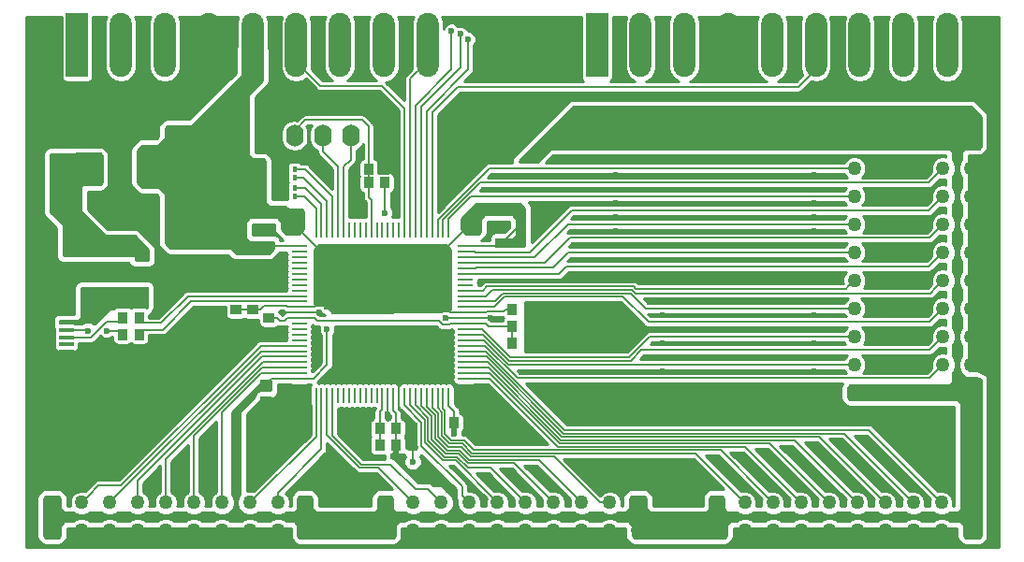
<source format=gtl>
G04 #@! TF.GenerationSoftware,KiCad,Pcbnew,(5.0.2)-1*
G04 #@! TF.CreationDate,2019-04-13T07:43:48-04:00*
G04 #@! TF.ProjectId,Console,436f6e73-6f6c-4652-9e6b-696361645f70,rev?*
G04 #@! TF.SameCoordinates,Original*
G04 #@! TF.FileFunction,Copper,L1,Top*
G04 #@! TF.FilePolarity,Positive*
%FSLAX46Y46*%
G04 Gerber Fmt 4.6, Leading zero omitted, Abs format (unit mm)*
G04 Created by KiCad (PCBNEW (5.0.2)-1) date 4/13/2019 7:43:48 AM*
%MOMM*%
%LPD*%
G01*
G04 APERTURE LIST*
G04 #@! TA.AperFunction,ViaPad*
%ADD10C,0.600000*%
G04 #@! TD*
G04 #@! TA.AperFunction,ComponentPad*
%ADD11R,1.270000X1.270000*%
G04 #@! TD*
G04 #@! TA.AperFunction,ComponentPad*
%ADD12C,1.270000*%
G04 #@! TD*
G04 #@! TA.AperFunction,ComponentPad*
%ADD13R,2.000000X2.000000*%
G04 #@! TD*
G04 #@! TA.AperFunction,SMDPad,CuDef*
%ADD14O,2.000000X5.800000*%
G04 #@! TD*
G04 #@! TA.AperFunction,SMDPad,CuDef*
%ADD15R,2.000000X5.800000*%
G04 #@! TD*
G04 #@! TA.AperFunction,ComponentPad*
%ADD16C,2.000000*%
G04 #@! TD*
G04 #@! TA.AperFunction,SMDPad,CuDef*
%ADD17R,0.899200X1.000800*%
G04 #@! TD*
G04 #@! TA.AperFunction,SMDPad,CuDef*
%ADD18R,1.000800X0.899200*%
G04 #@! TD*
G04 #@! TA.AperFunction,SMDPad,CuDef*
%ADD19R,1.600200X2.692400*%
G04 #@! TD*
G04 #@! TA.AperFunction,SMDPad,CuDef*
%ADD20R,2.692400X1.600200*%
G04 #@! TD*
G04 #@! TA.AperFunction,SMDPad,CuDef*
%ADD21R,1.200000X0.900000*%
G04 #@! TD*
G04 #@! TA.AperFunction,SMDPad,CuDef*
%ADD22R,1.900000X1.800000*%
G04 #@! TD*
G04 #@! TA.AperFunction,SMDPad,CuDef*
%ADD23R,1.900000X1.900000*%
G04 #@! TD*
G04 #@! TA.AperFunction,SMDPad,CuDef*
%ADD24R,1.350000X0.400000*%
G04 #@! TD*
G04 #@! TA.AperFunction,SMDPad,CuDef*
%ADD25R,1.600000X2.100000*%
G04 #@! TD*
G04 #@! TA.AperFunction,ComponentPad*
%ADD26R,1.600000X2.000000*%
G04 #@! TD*
G04 #@! TA.AperFunction,ComponentPad*
%ADD27O,1.600000X2.000000*%
G04 #@! TD*
G04 #@! TA.AperFunction,SMDPad,CuDef*
%ADD28R,0.460000X0.500000*%
G04 #@! TD*
G04 #@! TA.AperFunction,SMDPad,CuDef*
%ADD29O,0.250000X1.500000*%
G04 #@! TD*
G04 #@! TA.AperFunction,SMDPad,CuDef*
%ADD30O,1.500000X0.250000*%
G04 #@! TD*
G04 #@! TA.AperFunction,ComponentPad*
%ADD31R,1.905000X2.286000*%
G04 #@! TD*
G04 #@! TA.AperFunction,ComponentPad*
%ADD32O,1.905000X2.286000*%
G04 #@! TD*
G04 #@! TA.AperFunction,Conductor*
%ADD33C,0.200000*%
G04 #@! TD*
G04 #@! TA.AperFunction,Conductor*
%ADD34C,0.150000*%
G04 #@! TD*
G04 #@! TA.AperFunction,Conductor*
%ADD35C,0.500000*%
G04 #@! TD*
G04 #@! TA.AperFunction,Conductor*
%ADD36C,0.254000*%
G04 #@! TD*
G04 APERTURE END LIST*
D10*
G04 #@! TO.N,GND1*
G04 #@! TO.C,REF\002A\002A*
X171800000Y-118350000D03*
G04 #@! TD*
G04 #@! TO.N,GND1*
G04 #@! TO.C,REF\002A\002A*
X153900000Y-118350000D03*
G04 #@! TD*
G04 #@! TO.N,VCC*
G04 #@! TO.C,REF\002A\002A*
X140750000Y-120750000D03*
G04 #@! TD*
G04 #@! TO.N,GND1*
G04 #@! TO.C,REF\002A\002A*
X171800000Y-127200000D03*
G04 #@! TD*
G04 #@! TO.N,GND1*
G04 #@! TO.C,REF\002A\002A*
X171800000Y-128500000D03*
G04 #@! TD*
G04 #@! TO.N,GND1*
G04 #@! TO.C,REF\002A\002A*
X171800000Y-131000000D03*
G04 #@! TD*
G04 #@! TO.N,GND1*
G04 #@! TO.C,REF\002A\002A*
X171800000Y-132300000D03*
G04 #@! TD*
G04 #@! TO.N,GND1*
G04 #@! TO.C,REF\002A\002A*
X171800000Y-133600000D03*
G04 #@! TD*
G04 #@! TO.N,GND1*
G04 #@! TO.C,REF\002A\002A*
X171800000Y-115800000D03*
G04 #@! TD*
G04 #@! TO.N,GND1*
G04 #@! TO.C,REF\002A\002A*
X171800000Y-117100000D03*
G04 #@! TD*
G04 #@! TO.N,GND1*
G04 #@! TO.C,REF\002A\002A*
X171800000Y-119600000D03*
G04 #@! TD*
G04 #@! TO.N,GND1*
G04 #@! TO.C,REF\002A\002A*
X171800000Y-120900000D03*
G04 #@! TD*
G04 #@! TO.N,GND1*
G04 #@! TO.C,REF\002A\002A*
X171800000Y-122200000D03*
G04 #@! TD*
G04 #@! TO.N,GND1*
G04 #@! TO.C,REF\002A\002A*
X171800000Y-123500000D03*
G04 #@! TD*
G04 #@! TO.N,GND1*
G04 #@! TO.C,REF\002A\002A*
X171800000Y-125000000D03*
G04 #@! TD*
G04 #@! TO.N,GND1*
G04 #@! TO.C,REF\002A\002A*
X158100000Y-133600000D03*
G04 #@! TD*
G04 #@! TO.N,GND1*
G04 #@! TO.C,REF\002A\002A*
X158100000Y-132300000D03*
G04 #@! TD*
G04 #@! TO.N,GND1*
G04 #@! TO.C,REF\002A\002A*
X158100000Y-131000000D03*
G04 #@! TD*
G04 #@! TO.N,VCC*
G04 #@! TO.C,REF\002A\002A*
X168000000Y-110250000D03*
G04 #@! TD*
D11*
G04 #@! TO.P,P2,1*
G04 #@! TO.N,VCC*
X186000000Y-135500000D03*
D12*
G04 #@! TO.P,P2,2*
X183460000Y-135500000D03*
G04 #@! TO.P,P2,3*
G04 #@! TO.N,GND1*
X186000000Y-132960000D03*
G04 #@! TO.P,P2,4*
G04 #@! TO.N,/P4_4*
X183460000Y-132960000D03*
G04 #@! TO.P,P2,5*
G04 #@! TO.N,GND1*
X186000000Y-130420000D03*
G04 #@! TO.P,P2,6*
G04 #@! TO.N,/P4_6*
X183460000Y-130420000D03*
G04 #@! TO.P,P2,7*
G04 #@! TO.N,GND1*
X186000000Y-127880000D03*
G04 #@! TO.P,P2,8*
G04 #@! TO.N,/P6_0*
X183460000Y-127880000D03*
G04 #@! TO.P,P2,9*
G04 #@! TO.N,GND1*
X186000000Y-125340000D03*
G04 #@! TO.P,P2,10*
G04 #@! TO.N,/P6_2*
X183460000Y-125340000D03*
G04 #@! TO.P,P2,11*
G04 #@! TO.N,GND1*
X186000000Y-122800000D03*
G04 #@! TO.P,P2,12*
G04 #@! TO.N,/P2_0*
X183460000Y-122800000D03*
G04 #@! TO.P,P2,13*
G04 #@! TO.N,GND1*
X186000000Y-120260000D03*
G04 #@! TO.P,P2,14*
G04 #@! TO.N,/P2_2*
X183460000Y-120260000D03*
G04 #@! TO.P,P2,15*
G04 #@! TO.N,GND1*
X186000000Y-117720000D03*
G04 #@! TO.P,P2,16*
G04 #@! TO.N,/P2_4*
X183460000Y-117720000D03*
G04 #@! TO.P,P2,17*
G04 #@! TO.N,GND1*
X186000000Y-115180000D03*
G04 #@! TO.P,P2,18*
G04 #@! TO.N,/P2_6*
X183460000Y-115180000D03*
G04 #@! TO.P,P2,19*
G04 #@! TO.N,VCC*
X186000000Y-112640000D03*
G04 #@! TO.P,P2,20*
X183460000Y-112640000D03*
G04 #@! TD*
D10*
G04 #@! TO.N,GND1*
G04 #@! TO.C,REF\002A\002A*
X173750000Y-135500000D03*
G04 #@! TD*
G04 #@! TO.N,GND1*
G04 #@! TO.C,REF\002A\002A*
X180000000Y-133000000D03*
G04 #@! TD*
D11*
G04 #@! TO.P,P1,1*
G04 #@! TO.N,VCC*
X178000000Y-135500000D03*
D12*
G04 #@! TO.P,P1,2*
X175460000Y-135500000D03*
G04 #@! TO.P,P1,3*
G04 #@! TO.N,GND1*
X178000000Y-132960000D03*
G04 #@! TO.P,P1,4*
G04 #@! TO.N,/P4_5*
X175460000Y-132960000D03*
G04 #@! TO.P,P1,5*
G04 #@! TO.N,GND1*
X178000000Y-130420000D03*
G04 #@! TO.P,P1,6*
G04 #@! TO.N,/P4_7*
X175460000Y-130420000D03*
G04 #@! TO.P,P1,7*
G04 #@! TO.N,GND1*
X178000000Y-127880000D03*
G04 #@! TO.P,P1,8*
G04 #@! TO.N,/P6_1*
X175460000Y-127880000D03*
G04 #@! TO.P,P1,9*
G04 #@! TO.N,GND1*
X178000000Y-125340000D03*
G04 #@! TO.P,P1,10*
G04 #@! TO.N,/P6_3*
X175460000Y-125340000D03*
G04 #@! TO.P,P1,11*
G04 #@! TO.N,GND1*
X178000000Y-122800000D03*
G04 #@! TO.P,P1,12*
G04 #@! TO.N,/P2_1*
X175460000Y-122800000D03*
G04 #@! TO.P,P1,13*
G04 #@! TO.N,GND1*
X178000000Y-120260000D03*
G04 #@! TO.P,P1,14*
G04 #@! TO.N,/P2_3*
X175460000Y-120260000D03*
G04 #@! TO.P,P1,15*
G04 #@! TO.N,GND1*
X178000000Y-117720000D03*
G04 #@! TO.P,P1,16*
G04 #@! TO.N,/P2_5*
X175460000Y-117720000D03*
G04 #@! TO.P,P1,17*
G04 #@! TO.N,GND1*
X178000000Y-115180000D03*
G04 #@! TO.P,P1,18*
G04 #@! TO.N,/P2_7*
X175460000Y-115180000D03*
G04 #@! TO.P,P1,19*
G04 #@! TO.N,VCC*
X178000000Y-112640000D03*
G04 #@! TO.P,P1,20*
X175460000Y-112640000D03*
G04 #@! TD*
D10*
G04 #@! TO.N,GND1*
G04 #@! TO.C,REF\002A\002A*
X161250000Y-145000000D03*
G04 #@! TD*
G04 #@! TO.N,GND1*
G04 #@! TO.C,REF\002A\002A*
X158750000Y-145000000D03*
G04 #@! TD*
G04 #@! TO.N,GND1*
G04 #@! TO.C,REF\002A\002A*
X131250000Y-145000000D03*
G04 #@! TD*
G04 #@! TO.N,GND1*
G04 #@! TO.C,REF\002A\002A*
X128750000Y-145000000D03*
G04 #@! TD*
G04 #@! TO.N,GND1*
G04 #@! TO.C,REF\002A\002A*
X188000000Y-143000000D03*
G04 #@! TD*
G04 #@! TO.N,GND1*
G04 #@! TO.C,REF\002A\002A*
X182500000Y-143000000D03*
G04 #@! TD*
G04 #@! TO.N,GND1*
G04 #@! TO.C,REF\002A\002A*
X179500000Y-143000000D03*
G04 #@! TD*
G04 #@! TO.N,GND1*
G04 #@! TO.C,REF\002A\002A*
X177000000Y-143000000D03*
G04 #@! TD*
G04 #@! TO.N,GND1*
G04 #@! TO.C,REF\002A\002A*
X174500000Y-143000000D03*
G04 #@! TD*
G04 #@! TO.N,GND1*
G04 #@! TO.C,REF\002A\002A*
X172000000Y-143000000D03*
G04 #@! TD*
G04 #@! TO.N,GND1*
G04 #@! TO.C,REF\002A\002A*
X169500000Y-143000000D03*
G04 #@! TD*
G04 #@! TO.N,GND1*
G04 #@! TO.C,REF\002A\002A*
X167000000Y-143000000D03*
G04 #@! TD*
G04 #@! TO.N,GND1*
G04 #@! TO.C,REF\002A\002A*
X164250000Y-143000000D03*
G04 #@! TD*
G04 #@! TO.N,GND1*
G04 #@! TO.C,REF\002A\002A*
X161750000Y-143000000D03*
G04 #@! TD*
G04 #@! TO.N,GND1*
G04 #@! TO.C,REF\002A\002A*
X160000000Y-143000000D03*
G04 #@! TD*
G04 #@! TO.N,GND1*
G04 #@! TO.C,REF\002A\002A*
X157500000Y-143000000D03*
G04 #@! TD*
G04 #@! TO.N,GND1*
G04 #@! TO.C,REF\002A\002A*
X155000000Y-143000000D03*
G04 #@! TD*
G04 #@! TO.N,GND1*
G04 #@! TO.C,REF\002A\002A*
X152500000Y-143000000D03*
G04 #@! TD*
G04 #@! TO.N,GND1*
G04 #@! TO.C,REF\002A\002A*
X150250000Y-142000000D03*
G04 #@! TD*
G04 #@! TO.N,GND1*
G04 #@! TO.C,REF\002A\002A*
X147000000Y-143000000D03*
G04 #@! TD*
G04 #@! TO.N,GND1*
G04 #@! TO.C,REF\002A\002A*
X144500000Y-143000000D03*
G04 #@! TD*
G04 #@! TO.N,GND1*
G04 #@! TO.C,REF\002A\002A*
X142250000Y-143000000D03*
G04 #@! TD*
G04 #@! TO.N,GND1*
G04 #@! TO.C,REF\002A\002A*
X140750000Y-144000000D03*
G04 #@! TD*
G04 #@! TO.N,GND1*
G04 #@! TO.C,REF\002A\002A*
X132000000Y-143000000D03*
G04 #@! TD*
G04 #@! TO.N,GND1*
G04 #@! TO.C,REF\002A\002A*
X130000000Y-143000000D03*
G04 #@! TD*
G04 #@! TO.N,GND1*
G04 #@! TO.C,REF\002A\002A*
X127500000Y-143000000D03*
G04 #@! TD*
G04 #@! TO.N,GND1*
G04 #@! TO.C,REF\002A\002A*
X122250000Y-143000000D03*
G04 #@! TD*
G04 #@! TO.N,GND1*
G04 #@! TO.C,REF\002A\002A*
X117250000Y-143250000D03*
G04 #@! TD*
G04 #@! TO.N,GND1*
G04 #@! TO.C,REF\002A\002A*
X114500000Y-143250000D03*
G04 #@! TD*
G04 #@! TO.N,GND1*
G04 #@! TO.C,REF\002A\002A*
X112250000Y-143250000D03*
G04 #@! TD*
G04 #@! TO.N,GND1*
G04 #@! TO.C,REF\002A\002A*
X107500000Y-143000000D03*
G04 #@! TD*
G04 #@! TO.N,GND1*
G04 #@! TO.C,REF\002A\002A*
X105000000Y-143000000D03*
G04 #@! TD*
G04 #@! TO.N,GND1*
G04 #@! TO.C,REF\002A\002A*
X102500000Y-143000000D03*
G04 #@! TD*
G04 #@! TO.N,GND1*
G04 #@! TO.C,REF\002A\002A*
X183750000Y-140500000D03*
G04 #@! TD*
G04 #@! TO.N,GND1*
G04 #@! TO.C,REF\002A\002A*
X181250000Y-140500000D03*
G04 #@! TD*
G04 #@! TO.N,GND1*
G04 #@! TO.C,REF\002A\002A*
X123750000Y-140500000D03*
G04 #@! TD*
G04 #@! TO.N,GND1*
G04 #@! TO.C,REF\002A\002A*
X121250000Y-140500000D03*
G04 #@! TD*
G04 #@! TO.N,GND1*
G04 #@! TO.C,REF\002A\002A*
X111250000Y-140500000D03*
G04 #@! TD*
G04 #@! TO.N,GND1*
G04 #@! TO.C,REF\002A\002A*
X108750000Y-140500000D03*
G04 #@! TD*
G04 #@! TO.N,GND1*
G04 #@! TO.C,REF\002A\002A*
X106250000Y-140500000D03*
G04 #@! TD*
G04 #@! TO.N,GND1*
G04 #@! TO.C,REF\002A\002A*
X103750000Y-140500000D03*
G04 #@! TD*
G04 #@! TO.N,GND1*
G04 #@! TO.C,REF\002A\002A*
X101250000Y-140500000D03*
G04 #@! TD*
G04 #@! TO.N,GND1*
G04 #@! TO.C,REF\002A\002A*
X188000000Y-138000000D03*
G04 #@! TD*
G04 #@! TO.N,GND1*
G04 #@! TO.C,REF\002A\002A*
X182500000Y-138000000D03*
G04 #@! TD*
G04 #@! TO.N,GND1*
G04 #@! TO.C,REF\002A\002A*
X180000000Y-138000000D03*
G04 #@! TD*
G04 #@! TO.N,GND1*
G04 #@! TO.C,REF\002A\002A*
X177500000Y-138000000D03*
G04 #@! TD*
G04 #@! TO.N,GND1*
G04 #@! TO.C,REF\002A\002A*
X175000000Y-138000000D03*
G04 #@! TD*
G04 #@! TO.N,GND1*
G04 #@! TO.C,REF\002A\002A*
X172500000Y-138000000D03*
G04 #@! TD*
G04 #@! TO.N,GND1*
G04 #@! TO.C,REF\002A\002A*
X170000000Y-138000000D03*
G04 #@! TD*
G04 #@! TO.N,GND1*
G04 #@! TO.C,REF\002A\002A*
X167500000Y-138000000D03*
G04 #@! TD*
G04 #@! TO.N,GND1*
G04 #@! TO.C,REF\002A\002A*
X165000000Y-138000000D03*
G04 #@! TD*
G04 #@! TO.N,GND1*
G04 #@! TO.C,REF\002A\002A*
X162500000Y-138000000D03*
G04 #@! TD*
G04 #@! TO.N,GND1*
G04 #@! TO.C,REF\002A\002A*
X160000000Y-138000000D03*
G04 #@! TD*
G04 #@! TO.N,GND1*
G04 #@! TO.C,REF\002A\002A*
X157500000Y-138000000D03*
G04 #@! TD*
G04 #@! TO.N,GND1*
G04 #@! TO.C,REF\002A\002A*
X155000000Y-138000000D03*
G04 #@! TD*
G04 #@! TO.N,GND1*
G04 #@! TO.C,REF\002A\002A*
X152500000Y-138000000D03*
G04 #@! TD*
G04 #@! TO.N,GND1*
G04 #@! TO.C,REF\002A\002A*
X150000000Y-138000000D03*
G04 #@! TD*
G04 #@! TO.N,GND1*
G04 #@! TO.C,REF\002A\002A*
X145000000Y-138000000D03*
G04 #@! TD*
G04 #@! TO.N,GND1*
G04 #@! TO.C,REF\002A\002A*
X142500000Y-138000000D03*
G04 #@! TD*
G04 #@! TO.N,GND1*
G04 #@! TO.C,REF\002A\002A*
X125000000Y-138000000D03*
G04 #@! TD*
G04 #@! TO.N,GND1*
G04 #@! TO.C,REF\002A\002A*
X121250000Y-138000000D03*
G04 #@! TD*
G04 #@! TO.N,GND1*
G04 #@! TO.C,REF\002A\002A*
X112500000Y-138000000D03*
G04 #@! TD*
G04 #@! TO.N,GND1*
G04 #@! TO.C,REF\002A\002A*
X110000000Y-138000000D03*
G04 #@! TD*
G04 #@! TO.N,GND1*
G04 #@! TO.C,REF\002A\002A*
X107500000Y-138000000D03*
G04 #@! TD*
G04 #@! TO.N,GND1*
G04 #@! TO.C,REF\002A\002A*
X105000000Y-138000000D03*
G04 #@! TD*
G04 #@! TO.N,GND1*
G04 #@! TO.C,REF\002A\002A*
X102500000Y-138000000D03*
G04 #@! TD*
G04 #@! TO.N,GND1*
G04 #@! TO.C,REF\002A\002A*
X171250000Y-135500000D03*
G04 #@! TD*
G04 #@! TO.N,GND1*
G04 #@! TO.C,REF\002A\002A*
X168750000Y-135500000D03*
G04 #@! TD*
G04 #@! TO.N,GND1*
G04 #@! TO.C,REF\002A\002A*
X166250000Y-135500000D03*
G04 #@! TD*
G04 #@! TO.N,GND1*
G04 #@! TO.C,REF\002A\002A*
X163750000Y-135500000D03*
G04 #@! TD*
G04 #@! TO.N,GND1*
G04 #@! TO.C,REF\002A\002A*
X161250000Y-135500000D03*
G04 #@! TD*
G04 #@! TO.N,GND1*
G04 #@! TO.C,REF\002A\002A*
X158750000Y-135500000D03*
G04 #@! TD*
G04 #@! TO.N,GND1*
G04 #@! TO.C,REF\002A\002A*
X156250000Y-135500000D03*
G04 #@! TD*
G04 #@! TO.N,GND1*
G04 #@! TO.C,REF\002A\002A*
X153750000Y-135500000D03*
G04 #@! TD*
G04 #@! TO.N,GND1*
G04 #@! TO.C,REF\002A\002A*
X151250000Y-135500000D03*
G04 #@! TD*
G04 #@! TO.N,GND1*
G04 #@! TO.C,REF\002A\002A*
X148750000Y-135500000D03*
G04 #@! TD*
G04 #@! TO.N,GND1*
G04 #@! TO.C,REF\002A\002A*
X141250000Y-135500000D03*
G04 #@! TD*
G04 #@! TO.N,GND1*
G04 #@! TO.C,REF\002A\002A*
X125500000Y-135500000D03*
G04 #@! TD*
G04 #@! TO.N,GND1*
G04 #@! TO.C,REF\002A\002A*
X123750000Y-135500000D03*
G04 #@! TD*
G04 #@! TO.N,GND1*
G04 #@! TO.C,REF\002A\002A*
X116250000Y-135500000D03*
G04 #@! TD*
G04 #@! TO.N,GND1*
G04 #@! TO.C,REF\002A\002A*
X113750000Y-135500000D03*
G04 #@! TD*
G04 #@! TO.N,GND1*
G04 #@! TO.C,REF\002A\002A*
X111250000Y-135500000D03*
G04 #@! TD*
G04 #@! TO.N,GND1*
G04 #@! TO.C,REF\002A\002A*
X108750000Y-135500000D03*
G04 #@! TD*
G04 #@! TO.N,GND1*
G04 #@! TO.C,REF\002A\002A*
X106250000Y-135500000D03*
G04 #@! TD*
G04 #@! TO.N,GND1*
G04 #@! TO.C,REF\002A\002A*
X104000000Y-136000000D03*
G04 #@! TD*
G04 #@! TO.N,GND1*
G04 #@! TO.C,REF\002A\002A*
X187500000Y-131750000D03*
G04 #@! TD*
G04 #@! TO.N,GND1*
G04 #@! TO.C,REF\002A\002A*
X137500000Y-133000000D03*
G04 #@! TD*
G04 #@! TO.N,GND1*
G04 #@! TO.C,REF\002A\002A*
X135000000Y-133000000D03*
G04 #@! TD*
G04 #@! TO.N,GND1*
G04 #@! TO.C,REF\002A\002A*
X132500000Y-133000000D03*
G04 #@! TD*
G04 #@! TO.N,GND1*
G04 #@! TO.C,REF\002A\002A*
X130000000Y-133000000D03*
G04 #@! TD*
G04 #@! TO.N,GND1*
G04 #@! TO.C,REF\002A\002A*
X117500000Y-133000000D03*
G04 #@! TD*
G04 #@! TO.N,GND1*
G04 #@! TO.C,REF\002A\002A*
X115000000Y-133000000D03*
G04 #@! TD*
G04 #@! TO.N,GND1*
G04 #@! TO.C,REF\002A\002A*
X112500000Y-133000000D03*
G04 #@! TD*
G04 #@! TO.N,GND1*
G04 #@! TO.C,REF\002A\002A*
X110000000Y-133000000D03*
G04 #@! TD*
G04 #@! TO.N,GND1*
G04 #@! TO.C,REF\002A\002A*
X107500000Y-133000000D03*
G04 #@! TD*
G04 #@! TO.N,GND1*
G04 #@! TO.C,REF\002A\002A*
X106500000Y-131500000D03*
G04 #@! TD*
G04 #@! TO.N,GND1*
G04 #@! TO.C,REF\002A\002A*
X181250000Y-130500000D03*
G04 #@! TD*
G04 #@! TO.N,GND1*
G04 #@! TO.C,REF\002A\002A*
X153750000Y-130500000D03*
G04 #@! TD*
G04 #@! TO.N,GND1*
G04 #@! TO.C,REF\002A\002A*
X151250000Y-130500000D03*
G04 #@! TD*
G04 #@! TO.N,GND1*
G04 #@! TO.C,REF\002A\002A*
X148750000Y-130500000D03*
G04 #@! TD*
G04 #@! TO.N,GND1*
G04 #@! TO.C,REF\002A\002A*
X138750000Y-130500000D03*
G04 #@! TD*
G04 #@! TO.N,GND1*
G04 #@! TO.C,REF\002A\002A*
X136250000Y-130500000D03*
G04 #@! TD*
G04 #@! TO.N,GND1*
G04 #@! TO.C,REF\002A\002A*
X133750000Y-130500000D03*
G04 #@! TD*
G04 #@! TO.N,GND1*
G04 #@! TO.C,REF\002A\002A*
X131250000Y-130500000D03*
G04 #@! TD*
G04 #@! TO.N,GND1*
G04 #@! TO.C,REF\002A\002A*
X128750000Y-130500000D03*
G04 #@! TD*
G04 #@! TO.N,GND1*
G04 #@! TO.C,REF\002A\002A*
X127000000Y-131500000D03*
G04 #@! TD*
G04 #@! TO.N,GND1*
G04 #@! TO.C,REF\002A\002A*
X121000000Y-130750000D03*
G04 #@! TD*
G04 #@! TO.N,GND1*
G04 #@! TO.C,REF\002A\002A*
X118500000Y-130750000D03*
G04 #@! TD*
G04 #@! TO.N,GND1*
G04 #@! TO.C,REF\002A\002A*
X116250000Y-130500000D03*
G04 #@! TD*
G04 #@! TO.N,GND1*
G04 #@! TO.C,REF\002A\002A*
X113750000Y-130500000D03*
G04 #@! TD*
G04 #@! TO.N,GND1*
G04 #@! TO.C,REF\002A\002A*
X187500000Y-126750000D03*
G04 #@! TD*
G04 #@! TO.N,GND1*
G04 #@! TO.C,REF\002A\002A*
X180000000Y-128000000D03*
G04 #@! TD*
G04 #@! TO.N,GND1*
G04 #@! TO.C,REF\002A\002A*
X152500000Y-128000000D03*
G04 #@! TD*
G04 #@! TO.N,GND1*
G04 #@! TO.C,REF\002A\002A*
X150000000Y-128000000D03*
G04 #@! TD*
G04 #@! TO.N,GND1*
G04 #@! TO.C,REF\002A\002A*
X117500000Y-128000000D03*
G04 #@! TD*
G04 #@! TO.N,GND1*
G04 #@! TO.C,REF\002A\002A*
X112500000Y-128000000D03*
G04 #@! TD*
G04 #@! TO.N,GND1*
G04 #@! TO.C,REF\002A\002A*
X181250000Y-125500000D03*
G04 #@! TD*
G04 #@! TO.N,GND1*
G04 #@! TO.C,REF\002A\002A*
X121250000Y-125500000D03*
G04 #@! TD*
G04 #@! TO.N,GND1*
G04 #@! TO.C,REF\002A\002A*
X118750000Y-125500000D03*
G04 #@! TD*
G04 #@! TO.N,GND1*
G04 #@! TO.C,REF\002A\002A*
X116500000Y-126000000D03*
G04 #@! TD*
G04 #@! TO.N,GND1*
G04 #@! TO.C,REF\002A\002A*
X113500000Y-126000000D03*
G04 #@! TD*
G04 #@! TO.N,GND1*
G04 #@! TO.C,REF\002A\002A*
X103750000Y-125500000D03*
G04 #@! TD*
G04 #@! TO.N,GND1*
G04 #@! TO.C,REF\002A\002A*
X101500000Y-125000000D03*
G04 #@! TD*
G04 #@! TO.N,GND1*
G04 #@! TO.C,REF\002A\002A*
X187500000Y-121750000D03*
G04 #@! TD*
G04 #@! TO.N,GND1*
G04 #@! TO.C,REF\002A\002A*
X180000000Y-123000000D03*
G04 #@! TD*
G04 #@! TO.N,GND1*
G04 #@! TO.C,REF\002A\002A*
X122500000Y-124000000D03*
G04 #@! TD*
G04 #@! TO.N,GND1*
G04 #@! TO.C,REF\002A\002A*
X120000000Y-124000000D03*
G04 #@! TD*
G04 #@! TO.N,GND1*
G04 #@! TO.C,REF\002A\002A*
X117500000Y-123500000D03*
G04 #@! TD*
G04 #@! TO.N,GND1*
G04 #@! TO.C,REF\002A\002A*
X113000000Y-123500000D03*
G04 #@! TD*
G04 #@! TO.N,GND1*
G04 #@! TO.C,REF\002A\002A*
X109500000Y-124000000D03*
G04 #@! TD*
G04 #@! TO.N,GND1*
G04 #@! TO.C,REF\002A\002A*
X107500000Y-124000000D03*
G04 #@! TD*
G04 #@! TO.N,GND1*
G04 #@! TO.C,REF\002A\002A*
X105000000Y-124000000D03*
G04 #@! TD*
G04 #@! TO.N,GND1*
G04 #@! TO.C,REF\002A\002A*
X102500000Y-124000000D03*
G04 #@! TD*
G04 #@! TO.N,GND1*
G04 #@! TO.C,REF\002A\002A*
X181250000Y-120500000D03*
G04 #@! TD*
G04 #@! TO.N,GND1*
G04 #@! TO.C,REF\002A\002A*
X147000000Y-120500000D03*
G04 #@! TD*
G04 #@! TO.N,GND1*
G04 #@! TO.C,REF\002A\002A*
X121250000Y-120500000D03*
G04 #@! TD*
G04 #@! TO.N,GND1*
G04 #@! TO.C,REF\002A\002A*
X111250000Y-120500000D03*
G04 #@! TD*
G04 #@! TO.N,GND1*
G04 #@! TO.C,REF\002A\002A*
X109000000Y-120000000D03*
G04 #@! TD*
G04 #@! TO.N,GND1*
G04 #@! TO.C,REF\002A\002A*
X101500000Y-119500000D03*
G04 #@! TD*
G04 #@! TO.N,GND1*
G04 #@! TO.C,REF\002A\002A*
X187500000Y-116500000D03*
G04 #@! TD*
G04 #@! TO.N,GND1*
G04 #@! TO.C,REF\002A\002A*
X180000000Y-118000000D03*
G04 #@! TD*
G04 #@! TO.N,GND1*
G04 #@! TO.C,REF\002A\002A*
X147500000Y-118500000D03*
G04 #@! TD*
G04 #@! TO.N,GND1*
G04 #@! TO.C,REF\002A\002A*
X138000000Y-118000000D03*
G04 #@! TD*
G04 #@! TO.N,GND1*
G04 #@! TO.C,REF\002A\002A*
X130500000Y-118000000D03*
G04 #@! TD*
G04 #@! TO.N,GND1*
G04 #@! TO.C,REF\002A\002A*
X110000000Y-118000000D03*
G04 #@! TD*
G04 #@! TO.N,GND1*
G04 #@! TO.C,REF\002A\002A*
X107500000Y-118000000D03*
G04 #@! TD*
G04 #@! TO.N,GND1*
G04 #@! TO.C,REF\002A\002A*
X101500000Y-118000000D03*
G04 #@! TD*
G04 #@! TO.N,GND1*
G04 #@! TO.C,REF\002A\002A*
X181250000Y-115500000D03*
G04 #@! TD*
G04 #@! TO.N,GND1*
G04 #@! TO.C,REF\002A\002A*
X158100000Y-128500000D03*
G04 #@! TD*
G04 #@! TO.N,GND1*
G04 #@! TO.C,REF\002A\002A*
X158100000Y-127200000D03*
G04 #@! TD*
G04 #@! TO.N,GND1*
G04 #@! TO.C,REF\002A\002A*
X153900000Y-125000000D03*
G04 #@! TD*
G04 #@! TO.N,GND1*
G04 #@! TO.C,REF\002A\002A*
X153900000Y-123500000D03*
G04 #@! TD*
G04 #@! TO.N,GND1*
G04 #@! TO.C,REF\002A\002A*
X153900000Y-122200000D03*
G04 #@! TD*
G04 #@! TO.N,GND1*
G04 #@! TO.C,REF\002A\002A*
X153900000Y-120900000D03*
G04 #@! TD*
G04 #@! TO.N,GND1*
G04 #@! TO.C,REF\002A\002A*
X153900000Y-119600000D03*
G04 #@! TD*
G04 #@! TO.N,GND1*
G04 #@! TO.C,REF\002A\002A*
X153900000Y-117100000D03*
G04 #@! TD*
G04 #@! TO.N,GND1*
G04 #@! TO.C,REF\002A\002A*
X153900000Y-115800000D03*
G04 #@! TD*
G04 #@! TO.N,GND1*
G04 #@! TO.C,REF\002A\002A*
X151300000Y-114400000D03*
G04 #@! TD*
G04 #@! TO.N,GND1*
G04 #@! TO.C,REF\002A\002A*
X140850000Y-115550000D03*
G04 #@! TD*
G04 #@! TO.N,GND1*
G04 #@! TO.C,REF\002A\002A*
X138750000Y-115500000D03*
G04 #@! TD*
G04 #@! TO.N,GND1*
G04 #@! TO.C,REF\002A\002A*
X134000000Y-118000000D03*
G04 #@! TD*
G04 #@! TO.N,GND1*
G04 #@! TO.C,REF\002A\002A*
X123500000Y-116500000D03*
G04 #@! TD*
G04 #@! TO.N,GND1*
G04 #@! TO.C,REF\002A\002A*
X115000000Y-123500000D03*
G04 #@! TD*
G04 #@! TO.N,GND1*
G04 #@! TO.C,REF\002A\002A*
X101250000Y-115500000D03*
G04 #@! TD*
G04 #@! TO.N,GND1*
G04 #@! TO.C,REF\002A\002A*
X145000000Y-113000000D03*
G04 #@! TD*
G04 #@! TO.N,GND1*
G04 #@! TO.C,REF\002A\002A*
X142500000Y-113000000D03*
G04 #@! TD*
G04 #@! TO.N,GND1*
G04 #@! TO.C,REF\002A\002A*
X140000000Y-113000000D03*
G04 #@! TD*
G04 #@! TO.N,GND1*
G04 #@! TO.C,REF\002A\002A*
X132500000Y-113000000D03*
G04 #@! TD*
G04 #@! TO.N,GND1*
G04 #@! TO.C,REF\002A\002A*
X110000000Y-113000000D03*
G04 #@! TD*
G04 #@! TO.N,GND1*
G04 #@! TO.C,REF\002A\002A*
X107500000Y-113000000D03*
G04 #@! TD*
G04 #@! TO.N,GND1*
G04 #@! TO.C,REF\002A\002A*
X105000000Y-113000000D03*
G04 #@! TD*
G04 #@! TO.N,GND1*
G04 #@! TO.C,REF\002A\002A*
X102500000Y-113000000D03*
G04 #@! TD*
G04 #@! TO.N,GND1*
G04 #@! TO.C,REF\002A\002A*
X146250000Y-110500000D03*
G04 #@! TD*
G04 #@! TO.N,GND1*
G04 #@! TO.C,REF\002A\002A*
X143750000Y-110500000D03*
G04 #@! TD*
G04 #@! TO.N,GND1*
G04 #@! TO.C,REF\002A\002A*
X141250000Y-110500000D03*
G04 #@! TD*
G04 #@! TO.N,GND1*
G04 #@! TO.C,REF\002A\002A*
X138750000Y-110500000D03*
G04 #@! TD*
G04 #@! TO.N,GND1*
G04 #@! TO.C,REF\002A\002A*
X133750000Y-110500000D03*
G04 #@! TD*
G04 #@! TO.N,GND1*
G04 #@! TO.C,REF\002A\002A*
X131500000Y-110000000D03*
G04 #@! TD*
G04 #@! TO.N,GND1*
G04 #@! TO.C,REF\002A\002A*
X129000000Y-110000000D03*
G04 #@! TD*
G04 #@! TO.N,GND1*
G04 #@! TO.C,REF\002A\002A*
X126500000Y-110000000D03*
G04 #@! TD*
G04 #@! TO.N,GND1*
G04 #@! TO.C,REF\002A\002A*
X123750000Y-110500000D03*
G04 #@! TD*
G04 #@! TO.N,GND1*
G04 #@! TO.C,REF\002A\002A*
X113750000Y-110500000D03*
G04 #@! TD*
G04 #@! TO.N,GND1*
G04 #@! TO.C,REF\002A\002A*
X111250000Y-110500000D03*
G04 #@! TD*
G04 #@! TO.N,GND1*
G04 #@! TO.C,REF\002A\002A*
X108750000Y-110500000D03*
G04 #@! TD*
G04 #@! TO.N,GND1*
G04 #@! TO.C,REF\002A\002A*
X106250000Y-110500000D03*
G04 #@! TD*
G04 #@! TO.N,GND1*
G04 #@! TO.C,REF\002A\002A*
X103750000Y-110500000D03*
G04 #@! TD*
G04 #@! TO.N,GND1*
G04 #@! TO.C,REF\002A\002A*
X101250000Y-110500000D03*
G04 #@! TD*
G04 #@! TO.N,GND1*
G04 #@! TO.C,REF\002A\002A*
X187500000Y-108000000D03*
G04 #@! TD*
G04 #@! TO.N,GND1*
G04 #@! TO.C,REF\002A\002A*
X185000000Y-108000000D03*
G04 #@! TD*
G04 #@! TO.N,GND1*
G04 #@! TO.C,REF\002A\002A*
X182500000Y-108000000D03*
G04 #@! TD*
G04 #@! TO.N,GND1*
G04 #@! TO.C,REF\002A\002A*
X180000000Y-108000000D03*
G04 #@! TD*
G04 #@! TO.N,GND1*
G04 #@! TO.C,REF\002A\002A*
X177500000Y-108000000D03*
G04 #@! TD*
G04 #@! TO.N,GND1*
G04 #@! TO.C,REF\002A\002A*
X175000000Y-108000000D03*
G04 #@! TD*
G04 #@! TO.N,GND1*
G04 #@! TO.C,REF\002A\002A*
X172500000Y-108000000D03*
G04 #@! TD*
G04 #@! TO.N,GND1*
G04 #@! TO.C,REF\002A\002A*
X134200000Y-108000000D03*
G04 #@! TD*
G04 #@! TO.N,GND1*
G04 #@! TO.C,REF\002A\002A*
X132500000Y-108500000D03*
G04 #@! TD*
G04 #@! TO.N,GND1*
G04 #@! TO.C,REF\002A\002A*
X130000000Y-108500000D03*
G04 #@! TD*
G04 #@! TO.N,GND1*
G04 #@! TO.C,REF\002A\002A*
X127500000Y-108500000D03*
G04 #@! TD*
G04 #@! TO.N,GND1*
G04 #@! TO.C,REF\002A\002A*
X125000000Y-108000000D03*
G04 #@! TD*
G04 #@! TO.N,GND1*
G04 #@! TO.C,REF\002A\002A*
X122500000Y-108000000D03*
G04 #@! TD*
G04 #@! TO.N,GND1*
G04 #@! TO.C,REF\002A\002A*
X117500000Y-108000000D03*
G04 #@! TD*
G04 #@! TO.N,GND1*
G04 #@! TO.C,REF\002A\002A*
X115000000Y-108000000D03*
G04 #@! TD*
G04 #@! TO.N,GND1*
G04 #@! TO.C,REF\002A\002A*
X112500000Y-108000000D03*
G04 #@! TD*
G04 #@! TO.N,GND1*
G04 #@! TO.C,REF\002A\002A*
X110000000Y-108000000D03*
G04 #@! TD*
G04 #@! TO.N,GND1*
G04 #@! TO.C,REF\002A\002A*
X107500000Y-108000000D03*
G04 #@! TD*
G04 #@! TO.N,GND1*
G04 #@! TO.C,REF\002A\002A*
X105000000Y-108000000D03*
G04 #@! TD*
G04 #@! TO.N,GND1*
G04 #@! TO.C,REF\002A\002A*
X102500000Y-108000000D03*
G04 #@! TD*
G04 #@! TO.N,GND1*
G04 #@! TO.C,REF\002A\002A*
X186250000Y-105500000D03*
G04 #@! TD*
G04 #@! TO.N,GND1*
G04 #@! TO.C,REF\002A\002A*
X181850000Y-105500000D03*
G04 #@! TD*
G04 #@! TO.N,GND1*
G04 #@! TO.C,REF\002A\002A*
X170000000Y-105500000D03*
G04 #@! TD*
G04 #@! TO.N,GND1*
G04 #@! TO.C,REF\002A\002A*
X158100000Y-105500000D03*
G04 #@! TD*
G04 #@! TO.N,GND1*
G04 #@! TO.C,REF\002A\002A*
X154150000Y-105500000D03*
G04 #@! TD*
G04 #@! TO.N,GND1*
G04 #@! TO.C,REF\002A\002A*
X148750000Y-105500000D03*
G04 #@! TD*
G04 #@! TO.N,GND1*
G04 #@! TO.C,REF\002A\002A*
X146250000Y-105500000D03*
G04 #@! TD*
G04 #@! TO.N,GND1*
G04 #@! TO.C,REF\002A\002A*
X143750000Y-105500000D03*
G04 #@! TD*
G04 #@! TO.N,GND1*
G04 #@! TO.C,REF\002A\002A*
X141250000Y-105500000D03*
G04 #@! TD*
G04 #@! TO.N,GND1*
G04 #@! TO.C,REF\002A\002A*
X134900000Y-105500000D03*
G04 #@! TD*
G04 #@! TO.N,GND1*
G04 #@! TO.C,REF\002A\002A*
X130900000Y-105500000D03*
G04 #@! TD*
G04 #@! TO.N,GND1*
G04 #@! TO.C,REF\002A\002A*
X126950000Y-105500000D03*
G04 #@! TD*
G04 #@! TO.N,GND1*
G04 #@! TO.C,REF\002A\002A*
X122950000Y-105500000D03*
G04 #@! TD*
G04 #@! TO.N,GND1*
G04 #@! TO.C,REF\002A\002A*
X118750000Y-105500000D03*
G04 #@! TD*
G04 #@! TO.N,GND1*
G04 #@! TO.C,REF\002A\002A*
X115050000Y-105500000D03*
G04 #@! TD*
G04 #@! TO.N,GND1*
G04 #@! TO.C,REF\002A\002A*
X111100000Y-105500000D03*
G04 #@! TD*
G04 #@! TO.N,GND1*
G04 #@! TO.C,REF\002A\002A*
X107150000Y-105500000D03*
G04 #@! TD*
G04 #@! TO.N,GND1*
G04 #@! TO.C,REF\002A\002A*
X103100000Y-105500000D03*
G04 #@! TD*
G04 #@! TO.N,GND1*
G04 #@! TO.C,REF\002A\002A*
X101250000Y-105500000D03*
G04 #@! TD*
G04 #@! TO.N,GND1*
G04 #@! TO.C,REF\002A\002A*
X187500000Y-103000000D03*
G04 #@! TD*
G04 #@! TO.N,GND1*
G04 #@! TO.C,REF\002A\002A*
X177950000Y-102100000D03*
G04 #@! TD*
G04 #@! TO.N,GND1*
G04 #@! TO.C,REF\002A\002A*
X102500000Y-103000000D03*
G04 #@! TD*
G04 #@! TO.N,VCC*
G04 #@! TO.C,REF\002A\002A*
X124250000Y-120250000D03*
G04 #@! TD*
G04 #@! TO.N,VCC*
G04 #@! TO.C,REF\002A\002A*
X141750000Y-118750000D03*
G04 #@! TD*
G04 #@! TO.N,VCC*
G04 #@! TO.C,REF\002A\002A*
X146750000Y-113750000D03*
G04 #@! TD*
D13*
G04 #@! TO.P,PS1,1*
G04 #@! TO.N,/SPI_MISO*
X105150400Y-105500000D03*
D14*
G04 #@! TO.P,PS1,9*
G04 #@! TO.N,/PS1_ACK*
X136849600Y-104045000D03*
G04 #@! TO.P,PS1,8*
G04 #@! TO.N,Net-(PS1-Pad8)*
X132887200Y-104045000D03*
G04 #@! TO.P,PS1,7*
G04 #@! TO.N,/SPI_CLK*
X128924800Y-104045000D03*
G04 #@! TO.P,PS1,6*
G04 #@! TO.N,/SPI_CS0*
X124962400Y-104045000D03*
G04 #@! TO.P,PS1,5*
G04 #@! TO.N,VCC*
X121000000Y-104045000D03*
G04 #@! TO.P,PS1,4*
G04 #@! TO.N,GND1*
X117037600Y-104045000D03*
G04 #@! TO.P,PS1,3*
G04 #@! TO.N,Net-(PS1-Pad3)*
X113075200Y-104045000D03*
G04 #@! TO.P,PS1,2*
G04 #@! TO.N,/SPI_MOSI*
X109112800Y-104045000D03*
D15*
G04 #@! TO.P,PS1,1*
G04 #@! TO.N,/SPI_MISO*
X105150400Y-104045000D03*
D16*
G04 #@! TO.P,PS1,9*
G04 #@! TO.N,/PS1_ACK*
X136849600Y-105500000D03*
G04 #@! TO.P,PS1,2*
G04 #@! TO.N,/SPI_MOSI*
X109112800Y-105500000D03*
G04 #@! TO.P,PS1,3*
G04 #@! TO.N,Net-(PS1-Pad3)*
X113075200Y-105500000D03*
G04 #@! TO.P,PS1,4*
G04 #@! TO.N,GND1*
X117037600Y-105500000D03*
G04 #@! TO.P,PS1,5*
G04 #@! TO.N,VCC*
X121000000Y-105500000D03*
G04 #@! TO.P,PS1,6*
G04 #@! TO.N,/SPI_CS0*
X124962400Y-105500000D03*
G04 #@! TO.P,PS1,7*
G04 #@! TO.N,/SPI_CLK*
X128924800Y-105500000D03*
G04 #@! TO.P,PS1,8*
G04 #@! TO.N,Net-(PS1-Pad8)*
X132887200Y-105500000D03*
G04 #@! TD*
D17*
G04 #@! TO.P,C18,1*
G04 #@! TO.N,VCC*
X139248200Y-138250000D03*
G04 #@! TO.P,C18,2*
G04 #@! TO.N,GND1*
X140751800Y-138250000D03*
G04 #@! TD*
D18*
G04 #@! TO.P,C2,1*
G04 #@! TO.N,VCC*
X122250000Y-122251800D03*
G04 #@! TO.P,C2,2*
G04 #@! TO.N,GND1*
X122250000Y-120748200D03*
G04 #@! TD*
G04 #@! TO.P,C3,1*
G04 #@! TO.N,VCC*
X143500000Y-122001800D03*
G04 #@! TO.P,C3,2*
G04 #@! TO.N,GND1*
X143500000Y-120498200D03*
G04 #@! TD*
G04 #@! TO.P,C15,1*
G04 #@! TO.N,VCC*
X122250000Y-134748200D03*
G04 #@! TO.P,C15,2*
G04 #@! TO.N,GND1*
X122250000Y-136251800D03*
G04 #@! TD*
D17*
G04 #@! TO.P,C13,1*
G04 #@! TO.N,/VCCD*
X144498200Y-129500000D03*
G04 #@! TO.P,C13,2*
G04 #@! TO.N,GND1*
X146001800Y-129500000D03*
G04 #@! TD*
G04 #@! TO.P,C14,1*
G04 #@! TO.N,/VCCD*
X144498200Y-131000000D03*
G04 #@! TO.P,C14,2*
G04 #@! TO.N,GND1*
X146001800Y-131000000D03*
G04 #@! TD*
D19*
G04 #@! TO.P,C4,1*
G04 #@! TO.N,/VIN*
X104647000Y-121750000D03*
G04 #@! TO.P,C4,2*
G04 #@! TO.N,GND1*
X101853000Y-121750000D03*
G04 #@! TD*
D18*
G04 #@! TO.P,C12,1*
G04 #@! TO.N,/VCCD*
X122500000Y-128748200D03*
G04 #@! TO.P,C12,2*
G04 #@! TO.N,GND1*
X122500000Y-130251800D03*
G04 #@! TD*
D17*
G04 #@! TO.P,C1,1*
G04 #@! TO.N,/XRES*
X131498200Y-115250000D03*
G04 #@! TO.P,C1,2*
G04 #@! TO.N,GND1*
X133001800Y-115250000D03*
G04 #@! TD*
D20*
G04 #@! TO.P,C5,1*
G04 #@! TO.N,VCC*
X115000000Y-121353000D03*
G04 #@! TO.P,C5,2*
G04 #@! TO.N,GND1*
X115000000Y-124147000D03*
G04 #@! TD*
D17*
G04 #@! TO.P,C16,1*
G04 #@! TO.N,/VCCA*
X132501800Y-138750000D03*
G04 #@! TO.P,C16,2*
G04 #@! TO.N,GND1*
X130998200Y-138750000D03*
G04 #@! TD*
G04 #@! TO.P,C19,1*
G04 #@! TO.N,/VCCA*
X132501800Y-140250000D03*
G04 #@! TO.P,C19,2*
G04 #@! TO.N,GND1*
X130998200Y-140250000D03*
G04 #@! TD*
G04 #@! TO.P,C20,1*
G04 #@! TO.N,VCC*
X133998200Y-140250000D03*
G04 #@! TO.P,C20,2*
G04 #@! TO.N,GND1*
X135501800Y-140250000D03*
G04 #@! TD*
G04 #@! TO.P,C17,1*
G04 #@! TO.N,VCC*
X133998200Y-138750000D03*
G04 #@! TO.P,C17,2*
G04 #@! TO.N,GND1*
X135501800Y-138750000D03*
G04 #@! TD*
D18*
G04 #@! TO.P,C11,1*
G04 #@! TO.N,VCC*
X121000000Y-127998200D03*
G04 #@! TO.P,C11,2*
G04 #@! TO.N,GND1*
X121000000Y-129501800D03*
G04 #@! TD*
G04 #@! TO.P,C10,1*
G04 #@! TO.N,VCC*
X119500000Y-127998200D03*
G04 #@! TO.P,C10,2*
G04 #@! TO.N,GND1*
X119500000Y-129501800D03*
G04 #@! TD*
D17*
G04 #@! TO.P,C9,1*
G04 #@! TO.N,VCC*
X144498200Y-128000000D03*
G04 #@! TO.P,C9,2*
G04 #@! TO.N,GND1*
X146001800Y-128000000D03*
G04 #@! TD*
D18*
G04 #@! TO.P,C7,1*
G04 #@! TO.N,/VUSB*
X107500000Y-126501800D03*
G04 #@! TO.P,C7,2*
G04 #@! TO.N,GND1*
X107500000Y-124998200D03*
G04 #@! TD*
G04 #@! TO.P,C8,1*
G04 #@! TO.N,/VUSB*
X109000000Y-126501800D03*
G04 #@! TO.P,C8,2*
G04 #@! TO.N,GND1*
X109000000Y-124998200D03*
G04 #@! TD*
G04 #@! TO.P,C6,1*
G04 #@! TO.N,/VUSB*
X106000000Y-126501800D03*
G04 #@! TO.P,C6,2*
G04 #@! TO.N,GND1*
X106000000Y-124998200D03*
G04 #@! TD*
D21*
G04 #@! TO.P,D1,1*
G04 #@! TO.N,/VIN*
X111000000Y-123100000D03*
G04 #@! TO.P,D1,2*
G04 #@! TO.N,/VUSB*
X111000000Y-126400000D03*
G04 #@! TD*
D22*
G04 #@! TO.P,J1,5*
G04 #@! TO.N,GND1*
X101500000Y-126700000D03*
X101500000Y-134300000D03*
D23*
X101500000Y-129300000D03*
X101500000Y-131700000D03*
D24*
G04 #@! TO.P,J1,3*
G04 #@! TO.N,Net-(J1-Pad3)*
X104175000Y-130500000D03*
G04 #@! TO.P,J1,4*
G04 #@! TO.N,N/C*
X104175000Y-131150000D03*
G04 #@! TO.P,J1,5*
G04 #@! TO.N,GND1*
X104175000Y-131800000D03*
G04 #@! TO.P,J1,2*
G04 #@! TO.N,Net-(J1-Pad2)*
X104175000Y-129850000D03*
G04 #@! TO.P,J1,1*
G04 #@! TO.N,/VUSB*
X104175000Y-129200000D03*
D25*
G04 #@! TO.P,J1,5*
G04 #@! TO.N,GND1*
X104050000Y-127400000D03*
X104050000Y-133600000D03*
G04 #@! TD*
D26*
G04 #@! TO.P,KP1,1*
G04 #@! TO.N,VCC*
X119750000Y-112250000D03*
D27*
G04 #@! TO.P,KP1,2*
G04 #@! TO.N,GND1*
X122290000Y-112250000D03*
G04 #@! TO.P,KP1,3*
G04 #@! TO.N,/XRES*
X124830000Y-112250000D03*
G04 #@! TO.P,KP1,4*
G04 #@! TO.N,/SWDCK*
X127370000Y-112250000D03*
G04 #@! TO.P,KP1,5*
G04 #@! TO.N,/SWDIO*
X129910000Y-112250000D03*
G04 #@! TD*
D17*
G04 #@! TO.P,R4,1*
G04 #@! TO.N,VCC*
X133001800Y-116500000D03*
G04 #@! TO.P,R4,2*
G04 #@! TO.N,/XRES*
X131498200Y-116500000D03*
G04 #@! TD*
D28*
G04 #@! TO.P,R1,1*
G04 #@! TO.N,GND1*
X124190000Y-115250000D03*
G04 #@! TO.P,R1,2*
G04 #@! TO.N,/KP_Rev_0*
X124810000Y-115250000D03*
G04 #@! TD*
G04 #@! TO.P,R2,1*
G04 #@! TO.N,GND1*
X124190000Y-116000000D03*
G04 #@! TO.P,R2,2*
G04 #@! TO.N,/KP_Rev_1*
X124810000Y-116000000D03*
G04 #@! TD*
G04 #@! TO.P,R3,1*
G04 #@! TO.N,GND1*
X124190000Y-117000000D03*
G04 #@! TO.P,R3,2*
G04 #@! TO.N,/KP_Rev_2*
X124810000Y-117000000D03*
G04 #@! TD*
G04 #@! TO.P,R5,1*
G04 #@! TO.N,GND1*
X124190000Y-117750000D03*
G04 #@! TO.P,R5,2*
G04 #@! TO.N,/KP_Rev_3*
X124810000Y-117750000D03*
G04 #@! TD*
D17*
G04 #@! TO.P,R7,1*
G04 #@! TO.N,Net-(J1-Pad2)*
X109248200Y-130250000D03*
G04 #@! TO.P,R7,2*
G04 #@! TO.N,Net-(R7-Pad2)*
X110751800Y-130250000D03*
G04 #@! TD*
G04 #@! TO.P,R6,1*
G04 #@! TO.N,Net-(J1-Pad3)*
X109248200Y-128750000D03*
G04 #@! TO.P,R6,2*
G04 #@! TO.N,Net-(R6-Pad2)*
X110751800Y-128750000D03*
G04 #@! TD*
D29*
G04 #@! TO.P,U2,1*
G04 #@! TO.N,/P2_5*
X138750000Y-120750000D03*
G04 #@! TO.P,U2,2*
G04 #@! TO.N,/P2_6*
X138250000Y-120750000D03*
G04 #@! TO.P,U2,3*
G04 #@! TO.N,/P2_7*
X137750000Y-120750000D03*
G04 #@! TO.P,U2,4*
G04 #@! TO.N,/SPI_CS1*
X137250000Y-120750000D03*
G04 #@! TO.P,U2,5*
G04 #@! TO.N,/SPI_CLK*
X136750000Y-120750000D03*
G04 #@! TO.P,U2,6*
G04 #@! TO.N,/SPI_MOSI*
X136250000Y-120750000D03*
G04 #@! TO.P,U2,7*
G04 #@! TO.N,/SPI_MISO*
X135750000Y-120750000D03*
G04 #@! TO.P,U2,8*
G04 #@! TO.N,/PS1_ACK*
X135250000Y-120750000D03*
G04 #@! TO.P,U2,9*
G04 #@! TO.N,/SPI_CS0*
X134750000Y-120750000D03*
G04 #@! TO.P,U2,10*
G04 #@! TO.N,N/C*
X134250000Y-120750000D03*
G04 #@! TO.P,U2,11*
X133750000Y-120750000D03*
G04 #@! TO.P,U2,12*
X133250000Y-120750000D03*
G04 #@! TO.P,U2,13*
X132750000Y-120750000D03*
G04 #@! TO.P,U2,14*
X132250000Y-120750000D03*
G04 #@! TO.P,U2,15*
G04 #@! TO.N,/XRES*
X131750000Y-120750000D03*
G04 #@! TO.P,U2,16*
G04 #@! TO.N,N/C*
X131250000Y-120750000D03*
G04 #@! TO.P,U2,17*
X130750000Y-120750000D03*
G04 #@! TO.P,U2,18*
X130250000Y-120750000D03*
G04 #@! TO.P,U2,19*
X129750000Y-120750000D03*
G04 #@! TO.P,U2,20*
G04 #@! TO.N,/SWDIO*
X129250000Y-120750000D03*
G04 #@! TO.P,U2,21*
G04 #@! TO.N,/SWDCK*
X128750000Y-120750000D03*
G04 #@! TO.P,U2,22*
G04 #@! TO.N,/KP_Rev_0*
X128250000Y-120750000D03*
G04 #@! TO.P,U2,23*
G04 #@! TO.N,/KP_Rev_1*
X127750000Y-120750000D03*
G04 #@! TO.P,U2,24*
G04 #@! TO.N,/KP_Rev_2*
X127250000Y-120750000D03*
G04 #@! TO.P,U2,25*
G04 #@! TO.N,/KP_Rev_3*
X126750000Y-120750000D03*
D30*
G04 #@! TO.P,U2,26*
G04 #@! TO.N,VCC*
X125250000Y-122250000D03*
G04 #@! TO.P,U2,27*
G04 #@! TO.N,N/C*
X125250000Y-122750000D03*
G04 #@! TO.P,U2,28*
X125250000Y-123250000D03*
G04 #@! TO.P,U2,29*
X125250000Y-123750000D03*
G04 #@! TO.P,U2,30*
X125250000Y-124250000D03*
G04 #@! TO.P,U2,31*
X125250000Y-124750000D03*
G04 #@! TO.P,U2,32*
X125250000Y-125250000D03*
G04 #@! TO.P,U2,33*
X125250000Y-125750000D03*
G04 #@! TO.P,U2,34*
X125250000Y-126250000D03*
G04 #@! TO.P,U2,35*
G04 #@! TO.N,Net-(R6-Pad2)*
X125250000Y-126750000D03*
G04 #@! TO.P,U2,36*
G04 #@! TO.N,Net-(R7-Pad2)*
X125250000Y-127250000D03*
G04 #@! TO.P,U2,37*
G04 #@! TO.N,VCC*
X125250000Y-127750000D03*
G04 #@! TO.P,U2,38*
G04 #@! TO.N,GND1*
X125250000Y-128250000D03*
G04 #@! TO.P,U2,39*
G04 #@! TO.N,/VCCD*
X125250000Y-128750000D03*
G04 #@! TO.P,U2,40*
G04 #@! TO.N,N/C*
X125250000Y-129250000D03*
G04 #@! TO.P,U2,41*
X125250000Y-129750000D03*
G04 #@! TO.P,U2,42*
X125250000Y-130250000D03*
G04 #@! TO.P,U2,43*
X125250000Y-130750000D03*
G04 #@! TO.P,U2,44*
G04 #@! TO.N,/P3_0*
X125250000Y-131250000D03*
G04 #@! TO.P,U2,45*
G04 #@! TO.N,/P3_1*
X125250000Y-131750000D03*
G04 #@! TO.P,U2,46*
G04 #@! TO.N,/P3_2*
X125250000Y-132250000D03*
G04 #@! TO.P,U2,47*
G04 #@! TO.N,/P3_3*
X125250000Y-132750000D03*
G04 #@! TO.P,U2,48*
G04 #@! TO.N,/P3_4*
X125250000Y-133250000D03*
G04 #@! TO.P,U2,49*
G04 #@! TO.N,/P3_5*
X125250000Y-133750000D03*
G04 #@! TO.P,U2,50*
G04 #@! TO.N,VCC*
X125250000Y-134250000D03*
D29*
G04 #@! TO.P,U2,51*
G04 #@! TO.N,/P3_6*
X126750000Y-135750000D03*
G04 #@! TO.P,U2,52*
G04 #@! TO.N,/P3_7*
X127250000Y-135750000D03*
G04 #@! TO.P,U2,53*
G04 #@! TO.N,/P12_0*
X127750000Y-135750000D03*
G04 #@! TO.P,U2,54*
G04 #@! TO.N,/P12_1*
X128250000Y-135750000D03*
G04 #@! TO.P,U2,55*
G04 #@! TO.N,N/C*
X128750000Y-135750000D03*
G04 #@! TO.P,U2,56*
X129250000Y-135750000D03*
G04 #@! TO.P,U2,57*
X129750000Y-135750000D03*
G04 #@! TO.P,U2,58*
X130250000Y-135750000D03*
G04 #@! TO.P,U2,59*
X130750000Y-135750000D03*
G04 #@! TO.P,U2,60*
X131250000Y-135750000D03*
G04 #@! TO.P,U2,61*
X131750000Y-135750000D03*
G04 #@! TO.P,U2,62*
X132250000Y-135750000D03*
G04 #@! TO.P,U2,63*
G04 #@! TO.N,/VCCA*
X132750000Y-135750000D03*
G04 #@! TO.P,U2,64*
G04 #@! TO.N,GND1*
X133250000Y-135750000D03*
G04 #@! TO.P,U2,65*
G04 #@! TO.N,VCC*
X133750000Y-135750000D03*
G04 #@! TO.P,U2,66*
G04 #@! TO.N,GND1*
X134250000Y-135750000D03*
G04 #@! TO.P,U2,67*
G04 #@! TO.N,/P12_2*
X134750000Y-135750000D03*
G04 #@! TO.P,U2,68*
G04 #@! TO.N,/P12_3*
X135250000Y-135750000D03*
G04 #@! TO.P,U2,69*
G04 #@! TO.N,/P4_0*
X135750000Y-135750000D03*
G04 #@! TO.P,U2,70*
G04 #@! TO.N,/P4_1*
X136250000Y-135750000D03*
G04 #@! TO.P,U2,71*
G04 #@! TO.N,/P0_0*
X136750000Y-135750000D03*
G04 #@! TO.P,U2,72*
G04 #@! TO.N,/P0_1*
X137250000Y-135750000D03*
G04 #@! TO.P,U2,73*
G04 #@! TO.N,/P0_2*
X137750000Y-135750000D03*
G04 #@! TO.P,U2,74*
G04 #@! TO.N,/P0_3*
X138250000Y-135750000D03*
G04 #@! TO.P,U2,75*
G04 #@! TO.N,VCC*
X138750000Y-135750000D03*
D30*
G04 #@! TO.P,U2,76*
G04 #@! TO.N,/P0_4*
X140250000Y-134250000D03*
G04 #@! TO.P,U2,77*
G04 #@! TO.N,/P0_5*
X140250000Y-133750000D03*
G04 #@! TO.P,U2,78*
G04 #@! TO.N,/P0_6*
X140250000Y-133250000D03*
G04 #@! TO.P,U2,79*
G04 #@! TO.N,/P0_7*
X140250000Y-132750000D03*
G04 #@! TO.P,U2,80*
G04 #@! TO.N,/P4_2*
X140250000Y-132250000D03*
G04 #@! TO.P,U2,81*
G04 #@! TO.N,/P4_3*
X140250000Y-131750000D03*
G04 #@! TO.P,U2,82*
G04 #@! TO.N,/P4_4*
X140250000Y-131250000D03*
G04 #@! TO.P,U2,83*
G04 #@! TO.N,/P4_5*
X140250000Y-130750000D03*
G04 #@! TO.P,U2,84*
G04 #@! TO.N,/P4_6*
X140250000Y-130250000D03*
G04 #@! TO.P,U2,85*
G04 #@! TO.N,/P4_7*
X140250000Y-129750000D03*
G04 #@! TO.P,U2,86*
G04 #@! TO.N,/VCCD*
X140250000Y-129250000D03*
G04 #@! TO.P,U2,87*
G04 #@! TO.N,GND1*
X140250000Y-128750000D03*
G04 #@! TO.P,U2,88*
G04 #@! TO.N,VCC*
X140250000Y-128250000D03*
G04 #@! TO.P,U2,89*
G04 #@! TO.N,/P6_0*
X140250000Y-127750000D03*
G04 #@! TO.P,U2,90*
G04 #@! TO.N,/P6_1*
X140250000Y-127250000D03*
G04 #@! TO.P,U2,91*
G04 #@! TO.N,/P6_2*
X140250000Y-126750000D03*
G04 #@! TO.P,U2,92*
G04 #@! TO.N,/P6_3*
X140250000Y-126250000D03*
G04 #@! TO.P,U2,93*
G04 #@! TO.N,N/C*
X140250000Y-125750000D03*
G04 #@! TO.P,U2,94*
X140250000Y-125250000D03*
G04 #@! TO.P,U2,95*
G04 #@! TO.N,/P2_0*
X140250000Y-124750000D03*
G04 #@! TO.P,U2,96*
G04 #@! TO.N,/P2_1*
X140250000Y-124250000D03*
G04 #@! TO.P,U2,97*
G04 #@! TO.N,/P2_2*
X140250000Y-123750000D03*
G04 #@! TO.P,U2,98*
G04 #@! TO.N,/P2_3*
X140250000Y-123250000D03*
G04 #@! TO.P,U2,99*
G04 #@! TO.N,/P2_4*
X140250000Y-122750000D03*
G04 #@! TO.P,U2,100*
G04 #@! TO.N,VCC*
X140250000Y-122250000D03*
G04 #@! TD*
D11*
G04 #@! TO.P,P4,1*
G04 #@! TO.N,VCC*
X133000000Y-148000000D03*
D12*
G04 #@! TO.P,P4,2*
X133000000Y-145460000D03*
G04 #@! TO.P,P4,3*
G04 #@! TO.N,GND1*
X135540000Y-148000000D03*
G04 #@! TO.P,P4,4*
G04 #@! TO.N,/P12_0*
X135540000Y-145460000D03*
G04 #@! TO.P,P4,5*
G04 #@! TO.N,GND1*
X138080000Y-148000000D03*
G04 #@! TO.P,P4,6*
G04 #@! TO.N,/P12_1*
X138080000Y-145460000D03*
G04 #@! TO.P,P4,7*
G04 #@! TO.N,GND1*
X140620000Y-148000000D03*
G04 #@! TO.P,P4,8*
G04 #@! TO.N,/P12_2*
X140620000Y-145460000D03*
G04 #@! TO.P,P4,9*
G04 #@! TO.N,GND1*
X143160000Y-148000000D03*
G04 #@! TO.P,P4,10*
G04 #@! TO.N,/P12_3*
X143160000Y-145460000D03*
G04 #@! TO.P,P4,11*
G04 #@! TO.N,GND1*
X145700000Y-148000000D03*
G04 #@! TO.P,P4,12*
G04 #@! TO.N,/P4_0*
X145700000Y-145460000D03*
G04 #@! TO.P,P4,13*
G04 #@! TO.N,GND1*
X148240000Y-148000000D03*
G04 #@! TO.P,P4,14*
G04 #@! TO.N,/P4_1*
X148240000Y-145460000D03*
G04 #@! TO.P,P4,15*
G04 #@! TO.N,GND1*
X150780000Y-148000000D03*
G04 #@! TO.P,P4,16*
G04 #@! TO.N,/P0_0*
X150780000Y-145460000D03*
G04 #@! TO.P,P4,17*
G04 #@! TO.N,GND1*
X153320000Y-148000000D03*
G04 #@! TO.P,P4,18*
G04 #@! TO.N,/P0_1*
X153320000Y-145460000D03*
G04 #@! TO.P,P4,19*
G04 #@! TO.N,VCC*
X155860000Y-148000000D03*
G04 #@! TO.P,P4,20*
X155860000Y-145460000D03*
G04 #@! TD*
D11*
G04 #@! TO.P,P3,1*
G04 #@! TO.N,VCC*
X103000000Y-148000000D03*
D12*
G04 #@! TO.P,P3,2*
X103000000Y-145460000D03*
G04 #@! TO.P,P3,3*
G04 #@! TO.N,GND1*
X105540000Y-148000000D03*
G04 #@! TO.P,P3,4*
G04 #@! TO.N,/P3_0*
X105540000Y-145460000D03*
G04 #@! TO.P,P3,5*
G04 #@! TO.N,GND1*
X108080000Y-148000000D03*
G04 #@! TO.P,P3,6*
G04 #@! TO.N,/P3_1*
X108080000Y-145460000D03*
G04 #@! TO.P,P3,7*
G04 #@! TO.N,GND1*
X110620000Y-148000000D03*
G04 #@! TO.P,P3,8*
G04 #@! TO.N,/P3_2*
X110620000Y-145460000D03*
G04 #@! TO.P,P3,9*
G04 #@! TO.N,GND1*
X113160000Y-148000000D03*
G04 #@! TO.P,P3,10*
G04 #@! TO.N,/P3_3*
X113160000Y-145460000D03*
G04 #@! TO.P,P3,11*
G04 #@! TO.N,GND1*
X115700000Y-148000000D03*
G04 #@! TO.P,P3,12*
G04 #@! TO.N,/P3_4*
X115700000Y-145460000D03*
G04 #@! TO.P,P3,13*
G04 #@! TO.N,GND1*
X118240000Y-148000000D03*
G04 #@! TO.P,P3,14*
G04 #@! TO.N,/P3_5*
X118240000Y-145460000D03*
G04 #@! TO.P,P3,15*
G04 #@! TO.N,GND1*
X120780000Y-148000000D03*
G04 #@! TO.P,P3,16*
G04 #@! TO.N,/P3_6*
X120780000Y-145460000D03*
G04 #@! TO.P,P3,17*
G04 #@! TO.N,GND1*
X123320000Y-148000000D03*
G04 #@! TO.P,P3,18*
G04 #@! TO.N,/P3_7*
X123320000Y-145460000D03*
G04 #@! TO.P,P3,19*
G04 #@! TO.N,VCC*
X125860000Y-148000000D03*
G04 #@! TO.P,P3,20*
X125860000Y-145460000D03*
G04 #@! TD*
D11*
G04 #@! TO.P,P5,1*
G04 #@! TO.N,VCC*
X163000000Y-148000000D03*
D12*
G04 #@! TO.P,P5,2*
X163000000Y-145460000D03*
G04 #@! TO.P,P5,3*
G04 #@! TO.N,GND1*
X165540000Y-148000000D03*
G04 #@! TO.P,P5,4*
G04 #@! TO.N,/P0_2*
X165540000Y-145460000D03*
G04 #@! TO.P,P5,5*
G04 #@! TO.N,GND1*
X168080000Y-148000000D03*
G04 #@! TO.P,P5,6*
G04 #@! TO.N,/P0_3*
X168080000Y-145460000D03*
G04 #@! TO.P,P5,7*
G04 #@! TO.N,GND1*
X170620000Y-148000000D03*
G04 #@! TO.P,P5,8*
G04 #@! TO.N,/P0_4*
X170620000Y-145460000D03*
G04 #@! TO.P,P5,9*
G04 #@! TO.N,GND1*
X173160000Y-148000000D03*
G04 #@! TO.P,P5,10*
G04 #@! TO.N,/P0_5*
X173160000Y-145460000D03*
G04 #@! TO.P,P5,11*
G04 #@! TO.N,GND1*
X175700000Y-148000000D03*
G04 #@! TO.P,P5,12*
G04 #@! TO.N,/P0_6*
X175700000Y-145460000D03*
G04 #@! TO.P,P5,13*
G04 #@! TO.N,GND1*
X178240000Y-148000000D03*
G04 #@! TO.P,P5,14*
G04 #@! TO.N,/P0_7*
X178240000Y-145460000D03*
G04 #@! TO.P,P5,15*
G04 #@! TO.N,GND1*
X180780000Y-148000000D03*
G04 #@! TO.P,P5,16*
G04 #@! TO.N,/P4_2*
X180780000Y-145460000D03*
G04 #@! TO.P,P5,17*
G04 #@! TO.N,GND1*
X183320000Y-148000000D03*
G04 #@! TO.P,P5,18*
G04 #@! TO.N,/P4_3*
X183320000Y-145460000D03*
G04 #@! TO.P,P5,19*
G04 #@! TO.N,VCC*
X185860000Y-148000000D03*
G04 #@! TO.P,P5,20*
X185860000Y-145460000D03*
G04 #@! TD*
D13*
G04 #@! TO.P,PS2,1*
G04 #@! TO.N,/SPI_MISO*
X152150400Y-105500000D03*
D14*
G04 #@! TO.P,PS2,9*
G04 #@! TO.N,/PS1_ACK*
X183849600Y-104045000D03*
G04 #@! TO.P,PS2,8*
G04 #@! TO.N,Net-(PS2-Pad8)*
X179887200Y-104045000D03*
G04 #@! TO.P,PS2,7*
G04 #@! TO.N,/SPI_CLK*
X175924800Y-104045000D03*
G04 #@! TO.P,PS2,6*
G04 #@! TO.N,/SPI_CS1*
X171962400Y-104045000D03*
G04 #@! TO.P,PS2,5*
G04 #@! TO.N,VCC*
X168000000Y-104045000D03*
G04 #@! TO.P,PS2,4*
G04 #@! TO.N,GND1*
X164037600Y-104045000D03*
G04 #@! TO.P,PS2,3*
G04 #@! TO.N,Net-(PS2-Pad3)*
X160075200Y-104045000D03*
G04 #@! TO.P,PS2,2*
G04 #@! TO.N,/SPI_MOSI*
X156112800Y-104045000D03*
D15*
G04 #@! TO.P,PS2,1*
G04 #@! TO.N,/SPI_MISO*
X152150400Y-104045000D03*
D16*
G04 #@! TO.P,PS2,9*
G04 #@! TO.N,/PS1_ACK*
X183849600Y-105500000D03*
G04 #@! TO.P,PS2,2*
G04 #@! TO.N,/SPI_MOSI*
X156112800Y-105500000D03*
G04 #@! TO.P,PS2,3*
G04 #@! TO.N,Net-(PS2-Pad3)*
X160075200Y-105500000D03*
G04 #@! TO.P,PS2,4*
G04 #@! TO.N,GND1*
X164037600Y-105500000D03*
G04 #@! TO.P,PS2,5*
G04 #@! TO.N,VCC*
X168000000Y-105500000D03*
G04 #@! TO.P,PS2,6*
G04 #@! TO.N,/SPI_CS1*
X171962400Y-105500000D03*
G04 #@! TO.P,PS2,7*
G04 #@! TO.N,/SPI_CLK*
X175924800Y-105500000D03*
G04 #@! TO.P,PS2,8*
G04 #@! TO.N,Net-(PS2-Pad8)*
X179887200Y-105500000D03*
G04 #@! TD*
D10*
G04 #@! TO.N,VCC*
G04 #@! TO.C,REF\002A\002A*
X146000000Y-114500000D03*
G04 #@! TD*
D31*
G04 #@! TO.P,U1,1*
G04 #@! TO.N,/VIN*
X103920000Y-115000000D03*
D32*
G04 #@! TO.P,U1,2*
X106460000Y-115000000D03*
G04 #@! TO.P,U1,3*
G04 #@! TO.N,GND1*
X109000000Y-115000000D03*
G04 #@! TO.P,U1,4*
G04 #@! TO.N,VCC*
X111540000Y-115000000D03*
G04 #@! TO.P,U1,5*
X114080000Y-115000000D03*
G04 #@! TD*
D10*
G04 #@! TO.N,GND1*
X122250000Y-137500000D03*
X131000000Y-137500000D03*
X135500000Y-141750000D03*
X140750000Y-139500000D03*
X147250000Y-131000000D03*
X147250000Y-129500000D03*
X142500000Y-120500000D03*
X123750000Y-128250000D03*
X127000000Y-128250000D03*
X138500000Y-128750000D03*
X142500000Y-128750000D03*
X133250000Y-137500000D03*
X123500000Y-115250000D03*
X123500000Y-117750000D03*
X147250000Y-128000000D03*
G04 #@! TO.N,Net-(J1-Pad2)*
X107800000Y-129900000D03*
X106100000Y-129900000D03*
G04 #@! TO.N,/PS1_ACK*
X183900000Y-102600000D03*
G04 #@! TO.N,/SPI_CLK*
X140500000Y-103500000D03*
X129000000Y-103750000D03*
X175900000Y-102600000D03*
G04 #@! TO.N,/SPI_MOSI*
X139800000Y-103025010D03*
X156100000Y-102500000D03*
X109100000Y-103100000D03*
G04 #@! TO.N,/SPI_MISO*
X139000000Y-102750000D03*
X152200000Y-102500000D03*
X105100000Y-102500000D03*
G04 #@! TO.N,VCC*
X127750000Y-129750000D03*
X127750000Y-127750000D03*
X125000000Y-119500000D03*
X140750000Y-119750000D03*
X133000000Y-119250000D03*
X167750000Y-111500000D03*
X139250000Y-139250000D03*
X136750000Y-142750000D03*
X133750000Y-141250000D03*
G04 #@! TD*
D33*
G04 #@! TO.N,GND1*
X134250000Y-135750000D02*
X134250000Y-133750000D01*
X134250000Y-133750000D02*
X135000000Y-133000000D01*
X104175000Y-131800000D02*
X101600000Y-131800000D01*
X101600000Y-131800000D02*
X101500000Y-131700000D01*
X104175000Y-131800000D02*
X106200000Y-131800000D01*
X106200000Y-131800000D02*
X106500000Y-131500000D01*
X122250000Y-136251800D02*
X122250000Y-137500000D01*
X130998200Y-138750000D02*
X130998200Y-137501800D01*
X130998200Y-137501800D02*
X131000000Y-137500000D01*
X135501800Y-140250000D02*
X135501800Y-141748200D01*
X135501800Y-141748200D02*
X135500000Y-141750000D01*
X140751800Y-138250000D02*
X140751800Y-139498200D01*
X140751800Y-139498200D02*
X140750000Y-139500000D01*
X146001800Y-131000000D02*
X147250000Y-131000000D01*
X146001800Y-129500000D02*
X146001800Y-131000000D01*
X146001800Y-129500000D02*
X147250000Y-129500000D01*
X146001800Y-128000000D02*
X146001800Y-129500000D01*
X146001800Y-128000000D02*
X147250000Y-128000000D01*
X143500000Y-120498200D02*
X142501800Y-120498200D01*
X142501800Y-120498200D02*
X142500000Y-120500000D01*
X125250000Y-128250000D02*
X123750000Y-128250000D01*
X125250000Y-128250000D02*
X127000000Y-128250000D01*
X140250000Y-128750000D02*
X138500000Y-128750000D01*
X140250000Y-128750000D02*
X142500000Y-128750000D01*
X130998200Y-140250000D02*
X130998200Y-138750000D01*
X133250000Y-135750000D02*
X133250000Y-137500000D01*
X135501800Y-140250000D02*
X135501800Y-138750000D01*
X134250000Y-135750000D02*
X134250000Y-137000000D01*
X134250000Y-137000000D02*
X135501800Y-138251800D01*
X135501800Y-138251800D02*
X135501800Y-138750000D01*
X124190000Y-115250000D02*
X123500000Y-115250000D01*
X124190000Y-117750000D02*
X123500000Y-117750000D01*
X124190000Y-117000000D02*
X124190000Y-117750000D01*
X124190000Y-116000000D02*
X124190000Y-117000000D01*
X124190000Y-115250000D02*
X124190000Y-116000000D01*
G04 #@! TO.N,/VCCD*
X140250000Y-129250000D02*
X138888004Y-129250000D01*
X138888004Y-129250000D02*
X138788002Y-129350002D01*
X138788002Y-129350002D02*
X138211998Y-129350002D01*
X138211998Y-129350002D02*
X137861996Y-129000000D01*
X137861996Y-129000000D02*
X126861996Y-129000000D01*
X126861996Y-129000000D02*
X126611996Y-128750000D01*
X126611996Y-128750000D02*
X126200000Y-128750000D01*
X126200000Y-128750000D02*
X125250000Y-128750000D01*
X122500000Y-128748200D02*
X123248200Y-128748200D01*
X123500000Y-129000000D02*
X123888004Y-129000000D01*
X123248200Y-128748200D02*
X123500000Y-129000000D01*
X123888004Y-129000000D02*
X124138004Y-128750000D01*
X124138004Y-128750000D02*
X124300000Y-128750000D01*
X124300000Y-128750000D02*
X125250000Y-128750000D01*
X143848600Y-129500000D02*
X144498200Y-129500000D01*
X142111996Y-129250000D02*
X142361996Y-129500000D01*
X142361996Y-129500000D02*
X143848600Y-129500000D01*
X140250000Y-129250000D02*
X142111996Y-129250000D01*
X144498200Y-131000000D02*
X144498200Y-129500000D01*
D34*
G04 #@! TO.N,/XRES*
X131498200Y-115250000D02*
X131498200Y-111401800D01*
X125800000Y-110800000D02*
X124830000Y-111770000D01*
X130896400Y-110800000D02*
X125800000Y-110800000D01*
X131498200Y-111401800D02*
X130896400Y-110800000D01*
X124830000Y-111770000D02*
X124830000Y-112250000D01*
X131498200Y-116500000D02*
X131498200Y-115250000D01*
X131750000Y-120750000D02*
X131750000Y-118050000D01*
X131498200Y-117798200D02*
X131498200Y-116500000D01*
X131750000Y-118050000D02*
X131498200Y-117798200D01*
D33*
G04 #@! TO.N,/VCCA*
X132501800Y-138750000D02*
X132501800Y-140250000D01*
X132750000Y-137000000D02*
X132501800Y-137248200D01*
X132501800Y-137248200D02*
X132501800Y-138750000D01*
X132750000Y-135750000D02*
X132750000Y-137000000D01*
G04 #@! TO.N,/VUSB*
X104175000Y-129200000D02*
X104800000Y-129200000D01*
X104800000Y-129200000D02*
X104900000Y-129300000D01*
X104900000Y-129300000D02*
X105600000Y-129300000D01*
X105600000Y-129300000D02*
X106000000Y-128900000D01*
X106000000Y-128900000D02*
X106000000Y-126501800D01*
D34*
G04 #@! TO.N,Net-(J1-Pad3)*
X106400000Y-130500000D02*
X107800000Y-129100000D01*
X104175000Y-130500000D02*
X106400000Y-130500000D01*
X107800000Y-129100000D02*
X108898200Y-129100000D01*
X108898200Y-129100000D02*
X109248200Y-128750000D01*
G04 #@! TO.N,Net-(J1-Pad2)*
X104175000Y-129850000D02*
X106050000Y-129850000D01*
X108600000Y-129900000D02*
X108800000Y-129900000D01*
X107800000Y-129900000D02*
X108600000Y-129900000D01*
X106050000Y-129850000D02*
X106100000Y-129900000D01*
X108800000Y-129900000D02*
X109150000Y-130250000D01*
X109150000Y-130250000D02*
X109248200Y-130250000D01*
G04 #@! TO.N,/SWDCK*
X128750000Y-120750000D02*
X128750000Y-115050000D01*
X128750000Y-115050000D02*
X127370000Y-113670000D01*
X127370000Y-113670000D02*
X127370000Y-112250000D01*
G04 #@! TO.N,/SWDIO*
X129250000Y-120750000D02*
X129250000Y-115050000D01*
X129910000Y-114390000D02*
X129910000Y-112250000D01*
X129250000Y-115050000D02*
X129910000Y-114390000D01*
G04 #@! TO.N,/KP_Rev_0*
X128250000Y-120750000D02*
X128250000Y-117750000D01*
X125750000Y-115250000D02*
X124810000Y-115250000D01*
X128250000Y-117750000D02*
X125750000Y-115250000D01*
G04 #@! TO.N,/KP_Rev_1*
X127750000Y-120750000D02*
X127750000Y-118150000D01*
X127750000Y-118150000D02*
X125600000Y-116000000D01*
X125600000Y-116000000D02*
X124810000Y-116000000D01*
G04 #@! TO.N,/KP_Rev_2*
X124810000Y-117000000D02*
X125800000Y-117000000D01*
X127250000Y-118450000D02*
X127250000Y-120750000D01*
X125800000Y-117000000D02*
X127250000Y-118450000D01*
G04 #@! TO.N,/KP_Rev_3*
X126750000Y-120750000D02*
X126750000Y-118850000D01*
X125650000Y-117750000D02*
X124810000Y-117750000D01*
X126750000Y-118850000D02*
X125650000Y-117750000D01*
G04 #@! TO.N,Net-(R7-Pad2)*
X125250000Y-127250000D02*
X115450000Y-127250000D01*
X111201800Y-129800000D02*
X110751800Y-130250000D01*
X112900000Y-129800000D02*
X111201800Y-129800000D01*
X115450000Y-127250000D02*
X112900000Y-129800000D01*
G04 #@! TO.N,Net-(R6-Pad2)*
X125250000Y-126750000D02*
X115150000Y-126750000D01*
X111400000Y-129200000D02*
X111200000Y-129200000D01*
X112700000Y-129200000D02*
X111400000Y-129200000D01*
X115150000Y-126750000D02*
X112700000Y-129200000D01*
X111200000Y-129200000D02*
X110751800Y-128751800D01*
X110751800Y-128751800D02*
X110751800Y-128750000D01*
G04 #@! TO.N,/PS1_ACK*
X183849600Y-102650400D02*
X183849600Y-105445000D01*
X135250000Y-120750000D02*
X135250000Y-107099600D01*
X135250000Y-107099600D02*
X136849600Y-105500000D01*
X183900000Y-102600000D02*
X183849600Y-102650400D01*
G04 #@! TO.N,/SPI_CLK*
X128924800Y-103825200D02*
X128924800Y-105445000D01*
X128924800Y-103524800D02*
X128924800Y-105445000D01*
X128924800Y-105445000D02*
X128924800Y-105375200D01*
X136750000Y-120750000D02*
X136750000Y-110000000D01*
X140500000Y-106250000D02*
X140500000Y-103500000D01*
X136750000Y-110000000D02*
X140500000Y-106250000D01*
X129000000Y-103750000D02*
X128924800Y-103825200D01*
X175900000Y-102600000D02*
X175924800Y-102624800D01*
X175924800Y-102624800D02*
X175924800Y-105445000D01*
G04 #@! TO.N,/SPI_CS0*
X132700000Y-107700000D02*
X127162400Y-107700000D01*
X127162400Y-107700000D02*
X124962400Y-105500000D01*
X134750000Y-109750000D02*
X132700000Y-107700000D01*
X134750000Y-120750000D02*
X134750000Y-109750000D01*
G04 #@! TO.N,/SPI_MOSI*
X139800000Y-103449274D02*
X139800000Y-103025010D01*
X139800000Y-106075722D02*
X139800000Y-103449274D01*
X136250000Y-109625722D02*
X139800000Y-106075722D01*
X156112800Y-102512800D02*
X156100000Y-102500000D01*
X136250000Y-120750000D02*
X136250000Y-109625722D01*
X109100000Y-103100000D02*
X109112800Y-103112800D01*
X109112800Y-103112800D02*
X109112800Y-105445000D01*
X109112800Y-105445000D02*
X109112800Y-104887200D01*
X156112800Y-102512800D02*
X156112800Y-105445000D01*
X109112800Y-102812800D02*
X109112800Y-105445000D01*
X109112800Y-105445000D02*
X109112800Y-104487200D01*
X156112800Y-102812800D02*
X156112800Y-105445000D01*
G04 #@! TO.N,/SPI_MISO*
X139000000Y-106250000D02*
X135750000Y-109500000D01*
X135750000Y-109500000D02*
X135750000Y-120750000D01*
X139000000Y-102750000D02*
X139000000Y-106250000D01*
X152150400Y-102549600D02*
X152200000Y-102500000D01*
X105100000Y-102500000D02*
X105150400Y-102550400D01*
X105150400Y-102550400D02*
X105150400Y-105500000D01*
X105150400Y-105500000D02*
X105150400Y-104849600D01*
X152150400Y-102549600D02*
X152150400Y-105500000D01*
X105150400Y-102250400D02*
X105150400Y-105500000D01*
X105150400Y-105500000D02*
X105150400Y-104049600D01*
X152150400Y-102350400D02*
X152150400Y-105500000D01*
G04 #@! TO.N,/SPI_CS1*
X170400000Y-107800000D02*
X171962400Y-106237600D01*
X171962400Y-106237600D02*
X171962400Y-105445000D01*
X139600000Y-107800000D02*
X170400000Y-107800000D01*
X137250000Y-110150000D02*
X139600000Y-107800000D01*
X137250000Y-120750000D02*
X137250000Y-110150000D01*
G04 #@! TO.N,/P3_0*
X125250000Y-131250000D02*
X121750000Y-131250000D01*
X121750000Y-131250000D02*
X109100000Y-143900000D01*
X109100000Y-143900000D02*
X107100000Y-143900000D01*
X107100000Y-143900000D02*
X106174999Y-144825001D01*
X106174999Y-144825001D02*
X105540000Y-145460000D01*
G04 #@! TO.N,/P3_1*
X108080000Y-145460000D02*
X108080000Y-145420000D01*
X108080000Y-145420000D02*
X121750000Y-131750000D01*
X121750000Y-131750000D02*
X125250000Y-131750000D01*
G04 #@! TO.N,/P3_2*
X110620000Y-145460000D02*
X110620000Y-143480000D01*
X110620000Y-143480000D02*
X121850000Y-132250000D01*
X121850000Y-132250000D02*
X124350000Y-132250000D01*
X124350000Y-132250000D02*
X125250000Y-132250000D01*
G04 #@! TO.N,/P3_3*
X113160000Y-145460000D02*
X113160000Y-141544640D01*
X124350000Y-132750000D02*
X125250000Y-132750000D01*
X121954639Y-132750000D02*
X124350000Y-132750000D01*
X113160000Y-141544640D02*
X121954639Y-132750000D01*
G04 #@! TO.N,/P0_0*
X137500044Y-139623885D02*
X138601194Y-140725035D01*
X138601194Y-140725035D02*
X139747872Y-140725035D01*
X139747872Y-140725035D02*
X140622835Y-141600000D01*
X137500044Y-137502928D02*
X137500044Y-139623885D01*
X146920000Y-141600000D02*
X150145001Y-144825001D01*
X140622835Y-141600000D02*
X146920000Y-141600000D01*
X136750000Y-136752885D02*
X137500044Y-137502928D01*
X150145001Y-144825001D02*
X150780000Y-145460000D01*
X136750000Y-135750000D02*
X136750000Y-136752885D01*
G04 #@! TO.N,/P0_1*
X137800055Y-139499617D02*
X138725462Y-140425024D01*
X138725462Y-140425024D02*
X139872140Y-140425024D01*
X139872140Y-140425024D02*
X140747103Y-141299989D01*
X137800055Y-137378660D02*
X137800055Y-139499617D01*
X148261838Y-141299989D02*
X152421849Y-145460000D01*
X140747103Y-141299989D02*
X148261838Y-141299989D01*
X137250000Y-136828606D02*
X137800055Y-137378660D01*
X152421849Y-145460000D02*
X152421975Y-145460000D01*
X137250000Y-135750000D02*
X137250000Y-136828606D01*
X152421975Y-145460000D02*
X153320000Y-145460000D01*
G04 #@! TO.N,/P0_2*
X148386106Y-140999978D02*
X148386205Y-141000077D01*
X138100066Y-139375349D02*
X138849730Y-140125013D01*
X138849730Y-140125013D02*
X139996408Y-140125013D01*
X138100066Y-137254392D02*
X138100066Y-139375349D01*
X164905001Y-144825001D02*
X165540000Y-145460000D01*
X161080077Y-141000077D02*
X164905001Y-144825001D01*
X148386205Y-141000077D02*
X161080077Y-141000077D01*
X137750000Y-136904326D02*
X138100066Y-137254392D01*
X137750000Y-135750000D02*
X137750000Y-136904326D01*
X140871371Y-140999978D02*
X148386106Y-140999978D01*
X139996408Y-140125013D02*
X140871371Y-140999978D01*
G04 #@! TO.N,/P0_3*
X148510473Y-140700066D02*
X163320066Y-140700066D01*
X140995639Y-140699967D02*
X148510374Y-140699967D01*
X138973998Y-139825002D02*
X140120676Y-139825002D01*
X138250000Y-136980047D02*
X138400077Y-137130124D01*
X138400077Y-139251081D02*
X138973998Y-139825002D01*
X138400077Y-137130124D02*
X138400077Y-139251081D01*
X138250000Y-135750000D02*
X138250000Y-136980047D01*
X140120676Y-139825002D02*
X140995639Y-140699967D01*
X148510374Y-140699967D02*
X148510473Y-140700066D01*
X167445001Y-144825001D02*
X168080000Y-145460000D01*
X163320066Y-140700066D02*
X167445001Y-144825001D01*
G04 #@! TO.N,/P3_4*
X115700000Y-139428919D02*
X121878918Y-133250000D01*
X124350000Y-133250000D02*
X125250000Y-133250000D01*
X121878918Y-133250000D02*
X124350000Y-133250000D01*
X115700000Y-145460000D02*
X115700000Y-139428919D01*
G04 #@! TO.N,/P3_5*
X121803197Y-133750000D02*
X124350000Y-133750000D01*
X118240000Y-137313197D02*
X121803197Y-133750000D01*
X118240000Y-145460000D02*
X118240000Y-137313197D01*
X124350000Y-133750000D02*
X125250000Y-133750000D01*
G04 #@! TO.N,/P3_6*
X120780000Y-145460000D02*
X126750000Y-139490000D01*
X126750000Y-139490000D02*
X126750000Y-135750000D01*
G04 #@! TO.N,/P3_7*
X123320000Y-145460000D02*
X123320000Y-144561975D01*
X123320000Y-144561975D02*
X127250000Y-140631975D01*
X127250000Y-136650000D02*
X127250000Y-135750000D01*
X127250000Y-140631975D02*
X127250000Y-136650000D01*
G04 #@! TO.N,/P0_4*
X148634741Y-140400055D02*
X165560055Y-140400055D01*
X142484686Y-134250000D02*
X148634741Y-140400055D01*
X165560055Y-140400055D02*
X169985001Y-144825001D01*
X140250000Y-134250000D02*
X142484686Y-134250000D01*
X169985001Y-144825001D02*
X170620000Y-145460000D01*
G04 #@! TO.N,/P0_5*
X148759009Y-140100044D02*
X167800044Y-140100044D01*
X172525001Y-144825001D02*
X173160000Y-145460000D01*
X167800044Y-140100044D02*
X172525001Y-144825001D01*
X140250000Y-133750000D02*
X142408965Y-133750000D01*
X142408965Y-133750000D02*
X148759009Y-140100044D01*
G04 #@! TO.N,/P0_6*
X142333244Y-133250000D02*
X148883277Y-139800033D01*
X175065001Y-144825001D02*
X175700000Y-145460000D01*
X140250000Y-133250000D02*
X142333244Y-133250000D01*
X170040033Y-139800033D02*
X175065001Y-144825001D01*
X148883277Y-139800033D02*
X170040033Y-139800033D01*
G04 #@! TO.N,/P0_7*
X172280022Y-139500022D02*
X177605001Y-144825001D01*
X177605001Y-144825001D02*
X178240000Y-145460000D01*
X149007545Y-139500022D02*
X172280022Y-139500022D01*
X142257523Y-132750000D02*
X149007545Y-139500022D01*
X140250000Y-132750000D02*
X142257523Y-132750000D01*
G04 #@! TO.N,/P6_0*
X140250000Y-127750000D02*
X142850000Y-127750000D01*
X154500000Y-126800000D02*
X156800000Y-129100000D01*
X142850000Y-127750000D02*
X143800000Y-126800000D01*
X143800000Y-126800000D02*
X154500000Y-126800000D01*
X156800000Y-129100000D02*
X182240000Y-129100000D01*
X182240000Y-129100000D02*
X183460000Y-127880000D01*
G04 #@! TO.N,/P6_1*
X156580000Y-127880000D02*
X174561975Y-127880000D01*
X143675732Y-126499989D02*
X155199989Y-126499989D01*
X142925721Y-127250000D02*
X143675732Y-126499989D01*
X174561975Y-127880000D02*
X175460000Y-127880000D01*
X155199989Y-126499989D02*
X156580000Y-127880000D01*
X140250000Y-127250000D02*
X142925721Y-127250000D01*
G04 #@! TO.N,/P6_2*
X155324256Y-126199978D02*
X155624267Y-126499989D01*
X142150000Y-126750000D02*
X142700022Y-126199978D01*
X182300011Y-126499989D02*
X182825001Y-125974999D01*
X182825001Y-125974999D02*
X183460000Y-125340000D01*
X155624267Y-126499989D02*
X182300011Y-126499989D01*
X140250000Y-126750000D02*
X142150000Y-126750000D01*
X142700022Y-126199978D02*
X155324256Y-126199978D01*
G04 #@! TO.N,/P6_3*
X174700000Y-126100000D02*
X174825001Y-125974999D01*
X155648558Y-126100000D02*
X174700000Y-126100000D01*
X142200033Y-125899967D02*
X155448525Y-125899967D01*
X141850000Y-126250000D02*
X142200033Y-125899967D01*
X140250000Y-126250000D02*
X141850000Y-126250000D01*
X155448525Y-125899967D02*
X155648558Y-126100000D01*
X174825001Y-125974999D02*
X175460000Y-125340000D01*
G04 #@! TO.N,/P2_0*
X149400000Y-124100000D02*
X182160000Y-124100000D01*
X182160000Y-124100000D02*
X183460000Y-122800000D01*
X148700000Y-124800000D02*
X149400000Y-124100000D01*
X141200000Y-124800000D02*
X148700000Y-124800000D01*
X140250000Y-124750000D02*
X141150000Y-124750000D01*
X141150000Y-124750000D02*
X141200000Y-124800000D01*
G04 #@! TO.N,/P2_1*
X148200000Y-124200000D02*
X149600000Y-122800000D01*
X149600000Y-122800000D02*
X175460000Y-122800000D01*
X141200000Y-124200000D02*
X148200000Y-124200000D01*
X140250000Y-124250000D02*
X141150000Y-124250000D01*
X141150000Y-124250000D02*
X141200000Y-124200000D01*
G04 #@! TO.N,/P2_2*
X149700000Y-121500000D02*
X182220000Y-121500000D01*
X182220000Y-121500000D02*
X183460000Y-120260000D01*
X147450000Y-123750000D02*
X149700000Y-121500000D01*
X140250000Y-123750000D02*
X147450000Y-123750000D01*
G04 #@! TO.N,/P2_3*
X146550000Y-123250000D02*
X149540000Y-120260000D01*
X149540000Y-120260000D02*
X175460000Y-120260000D01*
X140250000Y-123250000D02*
X146550000Y-123250000D01*
D33*
G04 #@! TO.N,VCC*
X133750000Y-136700000D02*
X133750000Y-135750000D01*
X133750000Y-137111996D02*
X133750000Y-136700000D01*
X138750000Y-135750000D02*
X138750000Y-136700000D01*
X139248200Y-137198200D02*
X139248200Y-137549600D01*
X138750000Y-136700000D02*
X139248200Y-137198200D01*
X133998200Y-137360196D02*
X133750000Y-137111996D01*
X127750000Y-133000000D02*
X127750000Y-129750000D01*
X126500000Y-134250000D02*
X127750000Y-133000000D01*
X127750000Y-127750000D02*
X127250000Y-127250000D01*
X127649998Y-127649998D02*
X127750000Y-127750000D01*
X126711998Y-127649998D02*
X127649998Y-127649998D01*
X131750000Y-128250000D02*
X138111996Y-128250000D01*
X127750000Y-127750000D02*
X131250000Y-127750000D01*
X131250000Y-127750000D02*
X131750000Y-128250000D01*
X127250000Y-127250000D02*
X127750000Y-127750000D01*
X127250000Y-122750000D02*
X127250000Y-127250000D01*
X126611996Y-127750000D02*
X126711998Y-127649998D01*
X120250000Y-119250000D02*
X123750000Y-119250000D01*
X119750000Y-119750000D02*
X120250000Y-119250000D01*
X124750000Y-119250000D02*
X123750000Y-119250000D01*
X125000000Y-119500000D02*
X124750000Y-119250000D01*
X123750000Y-119250000D02*
X127250000Y-122750000D01*
X119750000Y-121750000D02*
X119750000Y-119750000D01*
X120251800Y-122251800D02*
X119750000Y-121750000D01*
X140750000Y-119750000D02*
X141250000Y-119750000D01*
X133001800Y-119248200D02*
X133000000Y-119250000D01*
X122250000Y-122251800D02*
X120251800Y-122251800D01*
X125250000Y-134250000D02*
X126500000Y-134250000D01*
D35*
X139248200Y-138250000D02*
X139248200Y-139248200D01*
X139248200Y-139248200D02*
X139250000Y-139250000D01*
X133750000Y-141250000D02*
X133998200Y-141001800D01*
X133998200Y-141001800D02*
X133998200Y-140250000D01*
D33*
X141250000Y-119750000D02*
X142000000Y-119000000D01*
X133001800Y-116500000D02*
X133001800Y-119248200D01*
X139300000Y-128250000D02*
X139000000Y-128250000D01*
X138500000Y-122500000D02*
X142000000Y-119000000D01*
X138500000Y-127750000D02*
X138500000Y-122500000D01*
X139000000Y-128250000D02*
X138500000Y-127750000D01*
X145250000Y-119500000D02*
X145250000Y-120302600D01*
X145250000Y-120302600D02*
X143550800Y-122001800D01*
X144750000Y-119000000D02*
X145250000Y-119500000D01*
X142000000Y-119000000D02*
X144750000Y-119000000D01*
X143550800Y-122001800D02*
X143500000Y-122001800D01*
X121700400Y-127998200D02*
X121000000Y-127998200D01*
X122048602Y-127649998D02*
X121700400Y-127998200D01*
X124138004Y-127750000D02*
X124038002Y-127649998D01*
X124038002Y-127649998D02*
X122048602Y-127649998D01*
X125250000Y-127750000D02*
X124138004Y-127750000D01*
X125250000Y-127750000D02*
X126611996Y-127750000D01*
X138888004Y-128250000D02*
X139300000Y-128250000D01*
X138211998Y-128149998D02*
X138788002Y-128149998D01*
X138111996Y-128250000D02*
X138211998Y-128149998D01*
X138788002Y-128149998D02*
X138888004Y-128250000D01*
X140250000Y-128250000D02*
X139300000Y-128250000D01*
X143848600Y-128000000D02*
X144498200Y-128000000D01*
X142211998Y-128149998D02*
X143698602Y-128149998D01*
X142111996Y-128250000D02*
X142211998Y-128149998D01*
X140250000Y-128250000D02*
X142111996Y-128250000D01*
X143698602Y-128149998D02*
X143848600Y-128000000D01*
X133998200Y-138750000D02*
X133998200Y-137360196D01*
X133998200Y-140250000D02*
X133998200Y-138750000D01*
X125250000Y-122250000D02*
X122251800Y-122250000D01*
X122251800Y-122250000D02*
X122250000Y-122251800D01*
X121000000Y-127998200D02*
X119500000Y-127998200D01*
X125250000Y-134250000D02*
X122748200Y-134250000D01*
X122748200Y-134250000D02*
X122250000Y-134748200D01*
X139248200Y-137549600D02*
X139248200Y-138250000D01*
X140250000Y-122250000D02*
X143251800Y-122250000D01*
X143251800Y-122250000D02*
X143500000Y-122001800D01*
D34*
G04 #@! TO.N,/P4_4*
X140250000Y-131250000D02*
X142030361Y-131250000D01*
X142030361Y-131250000D02*
X144980361Y-134200000D01*
X144980361Y-134200000D02*
X182220000Y-134200000D01*
X182220000Y-134200000D02*
X183460000Y-132960000D01*
G04 #@! TO.N,/P4_5*
X141954639Y-130750000D02*
X144164639Y-132960000D01*
X174561975Y-132960000D02*
X175460000Y-132960000D01*
X140250000Y-130750000D02*
X141954639Y-130750000D01*
X144164639Y-132960000D02*
X174561975Y-132960000D01*
G04 #@! TO.N,/P4_6*
X182280000Y-131600000D02*
X182825001Y-131054999D01*
X156200000Y-131600000D02*
X182280000Y-131600000D01*
X155199990Y-132600011D02*
X156200000Y-131600000D01*
X182825001Y-131054999D02*
X183460000Y-130420000D01*
X144228927Y-132600011D02*
X155199990Y-132600011D01*
X141878916Y-130250000D02*
X144228927Y-132600011D01*
X140250000Y-130250000D02*
X141878916Y-130250000D01*
G04 #@! TO.N,/P4_7*
X141803195Y-129750000D02*
X144353195Y-132300000D01*
X174561975Y-130420000D02*
X175460000Y-130420000D01*
X140250000Y-129750000D02*
X141803195Y-129750000D01*
X144353195Y-132300000D02*
X155075722Y-132300000D01*
X155075722Y-132300000D02*
X156955722Y-130420000D01*
X156955722Y-130420000D02*
X174561975Y-130420000D01*
G04 #@! TO.N,/P12_0*
X130699999Y-142300000D02*
X132380000Y-142300000D01*
X127750000Y-135750000D02*
X127750000Y-139350000D01*
X132380000Y-142300000D02*
X134905001Y-144825001D01*
X127750000Y-139350000D02*
X130699999Y-142300000D01*
X134905001Y-144825001D02*
X135540000Y-145460000D01*
G04 #@! TO.N,/P12_1*
X128250000Y-135750000D02*
X128250000Y-139425722D01*
X133499989Y-141999989D02*
X135750000Y-144250000D01*
X128250000Y-139425722D02*
X130824267Y-141999989D01*
X130824267Y-141999989D02*
X133499989Y-141999989D01*
X135750000Y-144250000D02*
X136870000Y-144250000D01*
X136870000Y-144250000D02*
X138080000Y-145460000D01*
G04 #@! TO.N,/P12_2*
X136300000Y-138200000D02*
X136300000Y-140300000D01*
X136300000Y-140300000D02*
X139985001Y-143985001D01*
X139985001Y-143985001D02*
X139985001Y-144825001D01*
X134750000Y-136650000D02*
X136300000Y-138200000D01*
X134750000Y-135750000D02*
X134750000Y-136650000D01*
X139985001Y-144825001D02*
X140620000Y-145460000D01*
G04 #@! TO.N,/P12_3*
X135250000Y-135750000D02*
X135250000Y-136650000D01*
X136600011Y-138000011D02*
X136600011Y-139996689D01*
X142820000Y-145070000D02*
X142820000Y-145800000D01*
X135250000Y-136650000D02*
X136600011Y-138000011D01*
X138228390Y-141625068D02*
X139375068Y-141625068D01*
X136600011Y-139996689D02*
X138228390Y-141625068D01*
X139375068Y-141625068D02*
X142820000Y-145070000D01*
X142820000Y-145800000D02*
X143160000Y-145460000D01*
G04 #@! TO.N,/P2_4*
X149900000Y-119000000D02*
X182180000Y-119000000D01*
X182180000Y-119000000D02*
X183460000Y-117720000D01*
X146100000Y-122800000D02*
X149900000Y-119000000D01*
X141200000Y-122800000D02*
X146100000Y-122800000D01*
X140250000Y-122750000D02*
X141150000Y-122750000D01*
X141150000Y-122750000D02*
X141200000Y-122800000D01*
G04 #@! TO.N,/P2_5*
X138750000Y-119750000D02*
X140780000Y-117720000D01*
X138750000Y-120750000D02*
X138750000Y-119750000D01*
X140780000Y-117720000D02*
X175460000Y-117720000D01*
G04 #@! TO.N,/P2_6*
X182825001Y-115814999D02*
X183460000Y-115180000D01*
X182140000Y-116500000D02*
X182825001Y-115814999D01*
X141575722Y-116500000D02*
X182140000Y-116500000D01*
X138250000Y-119825722D02*
X141575722Y-116500000D01*
X138250000Y-120750000D02*
X138250000Y-119825722D01*
G04 #@! TO.N,/P2_7*
X174561975Y-115180000D02*
X175460000Y-115180000D01*
X142420000Y-115180000D02*
X174561975Y-115180000D01*
X137750000Y-119850000D02*
X142420000Y-115180000D01*
X137750000Y-120750000D02*
X137750000Y-119850000D01*
G04 #@! TO.N,/P4_0*
X140474278Y-142300000D02*
X142540000Y-142300000D01*
X139499336Y-141325057D02*
X140474278Y-142300000D01*
X136900022Y-139872421D02*
X138352658Y-141325057D01*
X135750000Y-135750000D02*
X135750000Y-136650000D01*
X145065001Y-144825001D02*
X145700000Y-145460000D01*
X142540000Y-142300000D02*
X145065001Y-144825001D01*
X138352658Y-141325057D02*
X139499336Y-141325057D01*
X136900022Y-137800022D02*
X136900022Y-139872421D01*
X135750000Y-136650000D02*
X136900022Y-137800022D01*
G04 #@! TO.N,/P4_1*
X137200033Y-137627196D02*
X137200033Y-139748153D01*
X136250000Y-135750000D02*
X136250000Y-136677164D01*
X136250000Y-136677164D02*
X137200033Y-137627196D01*
X138476926Y-141025046D02*
X139623604Y-141025046D01*
X137200033Y-139748153D02*
X138476926Y-141025046D01*
X139623604Y-141025046D02*
X140498567Y-141900011D01*
X140498567Y-141900011D02*
X144680011Y-141900011D01*
X144680011Y-141900011D02*
X147605001Y-144825001D01*
X147605001Y-144825001D02*
X148240000Y-145460000D01*
G04 #@! TO.N,/P4_2*
X142181802Y-132250000D02*
X149131813Y-139200011D01*
X180145001Y-144825001D02*
X180780000Y-145460000D01*
X149131813Y-139200011D02*
X174520011Y-139200011D01*
X140250000Y-132250000D02*
X142181802Y-132250000D01*
X174520011Y-139200011D02*
X180145001Y-144825001D01*
G04 #@! TO.N,/P4_3*
X140250000Y-131750000D02*
X142106081Y-131750000D01*
X142106081Y-131750000D02*
X149256081Y-138900000D01*
X149256081Y-138900000D02*
X176760000Y-138900000D01*
X176760000Y-138900000D02*
X182685001Y-144825001D01*
X182685001Y-144825001D02*
X183320000Y-145460000D01*
G04 #@! TD*
D36*
G04 #@! TO.N,/VUSB*
G36*
X111473000Y-127747394D02*
X111443107Y-127777287D01*
X111407025Y-127753177D01*
X111201400Y-127712276D01*
X110302200Y-127712276D01*
X110096575Y-127753177D01*
X110000000Y-127817707D01*
X109903425Y-127753177D01*
X109697800Y-127712276D01*
X108798600Y-127712276D01*
X108592975Y-127753177D01*
X108418655Y-127869655D01*
X108416420Y-127873000D01*
X108200000Y-127873000D01*
X108151399Y-127882667D01*
X108110197Y-127910197D01*
X106747394Y-129273000D01*
X106642555Y-129273000D01*
X106568458Y-129198903D01*
X106264501Y-129073000D01*
X105935499Y-129073000D01*
X105631542Y-129198903D01*
X105582445Y-129248000D01*
X105196938Y-129248000D01*
X105055625Y-129153577D01*
X104850000Y-129112676D01*
X103627000Y-129112676D01*
X103627000Y-129027000D01*
X105200000Y-129027000D01*
X105248601Y-129017333D01*
X105289803Y-128989803D01*
X105489803Y-128789803D01*
X105517333Y-128748601D01*
X105527000Y-128700000D01*
X105527000Y-126052606D01*
X105552606Y-126027000D01*
X111473000Y-126027000D01*
X111473000Y-127747394D01*
X111473000Y-127747394D01*
G37*
X111473000Y-127747394D02*
X111443107Y-127777287D01*
X111407025Y-127753177D01*
X111201400Y-127712276D01*
X110302200Y-127712276D01*
X110096575Y-127753177D01*
X110000000Y-127817707D01*
X109903425Y-127753177D01*
X109697800Y-127712276D01*
X108798600Y-127712276D01*
X108592975Y-127753177D01*
X108418655Y-127869655D01*
X108416420Y-127873000D01*
X108200000Y-127873000D01*
X108151399Y-127882667D01*
X108110197Y-127910197D01*
X106747394Y-129273000D01*
X106642555Y-129273000D01*
X106568458Y-129198903D01*
X106264501Y-129073000D01*
X105935499Y-129073000D01*
X105631542Y-129198903D01*
X105582445Y-129248000D01*
X105196938Y-129248000D01*
X105055625Y-129153577D01*
X104850000Y-129112676D01*
X103627000Y-129112676D01*
X103627000Y-129027000D01*
X105200000Y-129027000D01*
X105248601Y-129017333D01*
X105289803Y-128989803D01*
X105489803Y-128789803D01*
X105517333Y-128748601D01*
X105527000Y-128700000D01*
X105527000Y-126052606D01*
X105552606Y-126027000D01*
X111473000Y-126027000D01*
X111473000Y-127747394D01*
G04 #@! TO.N,/VIN*
G36*
X107373000Y-114052606D02*
X107373000Y-116447394D01*
X107197394Y-116623000D01*
X105750000Y-116623000D01*
X105701399Y-116632667D01*
X105660197Y-116660197D01*
X105510197Y-116810197D01*
X105482667Y-116851399D01*
X105473000Y-116900000D01*
X105473000Y-119100000D01*
X105482667Y-119148601D01*
X105510197Y-119189803D01*
X107610197Y-121289803D01*
X107651399Y-121317333D01*
X107700000Y-121327000D01*
X110347394Y-121327000D01*
X111573000Y-122552606D01*
X111573000Y-123473000D01*
X110427000Y-123473000D01*
X110427000Y-123200000D01*
X110417333Y-123151399D01*
X110389803Y-123110197D01*
X110348601Y-123082667D01*
X110300000Y-123073000D01*
X103927000Y-123073000D01*
X103927000Y-120400000D01*
X103917333Y-120351399D01*
X103889803Y-120310197D01*
X102727000Y-119147394D01*
X102727000Y-113952606D01*
X102753183Y-113926423D01*
X107197973Y-113877579D01*
X107373000Y-114052606D01*
X107373000Y-114052606D01*
G37*
X107373000Y-114052606D02*
X107373000Y-116447394D01*
X107197394Y-116623000D01*
X105750000Y-116623000D01*
X105701399Y-116632667D01*
X105660197Y-116660197D01*
X105510197Y-116810197D01*
X105482667Y-116851399D01*
X105473000Y-116900000D01*
X105473000Y-119100000D01*
X105482667Y-119148601D01*
X105510197Y-119189803D01*
X107610197Y-121289803D01*
X107651399Y-121317333D01*
X107700000Y-121327000D01*
X110347394Y-121327000D01*
X111573000Y-122552606D01*
X111573000Y-123473000D01*
X110427000Y-123473000D01*
X110427000Y-123200000D01*
X110417333Y-123151399D01*
X110389803Y-123110197D01*
X110348601Y-123082667D01*
X110300000Y-123073000D01*
X103927000Y-123073000D01*
X103927000Y-120400000D01*
X103917333Y-120351399D01*
X103889803Y-120310197D01*
X102727000Y-119147394D01*
X102727000Y-113952606D01*
X102753183Y-113926423D01*
X107197973Y-113877579D01*
X107373000Y-114052606D01*
G04 #@! TO.N,VCC*
G36*
X121873000Y-104552606D02*
X121873000Y-107197394D01*
X120660197Y-108410197D01*
X120632667Y-108451399D01*
X120623000Y-108500000D01*
X120623000Y-114000000D01*
X120632667Y-114048601D01*
X120660197Y-114089803D01*
X120910197Y-114339803D01*
X120951399Y-114367333D01*
X121000000Y-114377000D01*
X121947394Y-114377000D01*
X122123000Y-114552606D01*
X122123000Y-118250000D01*
X122132667Y-118298601D01*
X122160197Y-118339803D01*
X122410197Y-118589803D01*
X122451399Y-118617333D01*
X122500000Y-118627000D01*
X123947394Y-118627000D01*
X124160197Y-118839803D01*
X124201399Y-118867333D01*
X124250000Y-118877000D01*
X125447394Y-118877000D01*
X125623000Y-119052606D01*
X125623000Y-120697394D01*
X125197394Y-121123000D01*
X124052606Y-121123000D01*
X123627000Y-120697394D01*
X123627000Y-120000000D01*
X123617333Y-119951399D01*
X123589803Y-119910197D01*
X123339803Y-119660197D01*
X123298601Y-119632667D01*
X123250000Y-119623000D01*
X120750000Y-119623000D01*
X120701399Y-119632667D01*
X120660197Y-119660197D01*
X120410197Y-119910197D01*
X120382667Y-119951399D01*
X120373000Y-120000000D01*
X120373000Y-121500000D01*
X120382667Y-121548601D01*
X120410197Y-121589803D01*
X120660197Y-121839803D01*
X120701399Y-121867333D01*
X120750000Y-121877000D01*
X122873000Y-121877000D01*
X122873000Y-122447394D01*
X122447394Y-122873000D01*
X119552606Y-122873000D01*
X119089803Y-122410197D01*
X119048601Y-122382667D01*
X119000000Y-122373000D01*
X113552606Y-122373000D01*
X113127000Y-121947394D01*
X113127000Y-117500000D01*
X113117333Y-117451399D01*
X113089803Y-117410197D01*
X112589803Y-116910197D01*
X112548601Y-116882667D01*
X112500000Y-116873000D01*
X111052606Y-116873000D01*
X110627000Y-116447394D01*
X110627000Y-113552606D01*
X111052606Y-113127000D01*
X112500000Y-113127000D01*
X112548601Y-113117333D01*
X112589803Y-113089803D01*
X113089803Y-112589803D01*
X113117333Y-112548601D01*
X113127000Y-112500000D01*
X113127000Y-111552606D01*
X113302606Y-111377000D01*
X115500000Y-111377000D01*
X115548601Y-111367333D01*
X115589803Y-111339803D01*
X120089803Y-106839803D01*
X120117333Y-106798601D01*
X120127000Y-106750000D01*
X120127000Y-104552606D01*
X120302606Y-104377000D01*
X121697394Y-104377000D01*
X121873000Y-104552606D01*
X121873000Y-104552606D01*
G37*
X121873000Y-104552606D02*
X121873000Y-107197394D01*
X120660197Y-108410197D01*
X120632667Y-108451399D01*
X120623000Y-108500000D01*
X120623000Y-114000000D01*
X120632667Y-114048601D01*
X120660197Y-114089803D01*
X120910197Y-114339803D01*
X120951399Y-114367333D01*
X121000000Y-114377000D01*
X121947394Y-114377000D01*
X122123000Y-114552606D01*
X122123000Y-118250000D01*
X122132667Y-118298601D01*
X122160197Y-118339803D01*
X122410197Y-118589803D01*
X122451399Y-118617333D01*
X122500000Y-118627000D01*
X123947394Y-118627000D01*
X124160197Y-118839803D01*
X124201399Y-118867333D01*
X124250000Y-118877000D01*
X125447394Y-118877000D01*
X125623000Y-119052606D01*
X125623000Y-120697394D01*
X125197394Y-121123000D01*
X124052606Y-121123000D01*
X123627000Y-120697394D01*
X123627000Y-120000000D01*
X123617333Y-119951399D01*
X123589803Y-119910197D01*
X123339803Y-119660197D01*
X123298601Y-119632667D01*
X123250000Y-119623000D01*
X120750000Y-119623000D01*
X120701399Y-119632667D01*
X120660197Y-119660197D01*
X120410197Y-119910197D01*
X120382667Y-119951399D01*
X120373000Y-120000000D01*
X120373000Y-121500000D01*
X120382667Y-121548601D01*
X120410197Y-121589803D01*
X120660197Y-121839803D01*
X120701399Y-121867333D01*
X120750000Y-121877000D01*
X122873000Y-121877000D01*
X122873000Y-122447394D01*
X122447394Y-122873000D01*
X119552606Y-122873000D01*
X119089803Y-122410197D01*
X119048601Y-122382667D01*
X119000000Y-122373000D01*
X113552606Y-122373000D01*
X113127000Y-121947394D01*
X113127000Y-117500000D01*
X113117333Y-117451399D01*
X113089803Y-117410197D01*
X112589803Y-116910197D01*
X112548601Y-116882667D01*
X112500000Y-116873000D01*
X111052606Y-116873000D01*
X110627000Y-116447394D01*
X110627000Y-113552606D01*
X111052606Y-113127000D01*
X112500000Y-113127000D01*
X112548601Y-113117333D01*
X112589803Y-113089803D01*
X113089803Y-112589803D01*
X113117333Y-112548601D01*
X113127000Y-112500000D01*
X113127000Y-111552606D01*
X113302606Y-111377000D01*
X115500000Y-111377000D01*
X115548601Y-111367333D01*
X115589803Y-111339803D01*
X120089803Y-106839803D01*
X120117333Y-106798601D01*
X120127000Y-106750000D01*
X120127000Y-104552606D01*
X120302606Y-104377000D01*
X121697394Y-104377000D01*
X121873000Y-104552606D01*
G36*
X138873000Y-122552606D02*
X138873000Y-128009363D01*
X138664501Y-127923000D01*
X138335499Y-127923000D01*
X138031542Y-128048903D01*
X137957445Y-128123000D01*
X133850000Y-128123000D01*
X133801399Y-128132667D01*
X133760197Y-128160197D01*
X133732667Y-128201399D01*
X133728370Y-128223000D01*
X128252606Y-128223000D01*
X127689803Y-127660197D01*
X127648601Y-127632667D01*
X127600000Y-127623000D01*
X127542555Y-127623000D01*
X127468458Y-127548903D01*
X127164501Y-127423000D01*
X126835499Y-127423000D01*
X126627000Y-127509363D01*
X126627000Y-122552606D01*
X127052606Y-122127000D01*
X138447394Y-122127000D01*
X138873000Y-122552606D01*
X138873000Y-122552606D01*
G37*
X138873000Y-122552606D02*
X138873000Y-128009363D01*
X138664501Y-127923000D01*
X138335499Y-127923000D01*
X138031542Y-128048903D01*
X137957445Y-128123000D01*
X133850000Y-128123000D01*
X133801399Y-128132667D01*
X133760197Y-128160197D01*
X133732667Y-128201399D01*
X133728370Y-128223000D01*
X128252606Y-128223000D01*
X127689803Y-127660197D01*
X127648601Y-127632667D01*
X127600000Y-127623000D01*
X127542555Y-127623000D01*
X127468458Y-127548903D01*
X127164501Y-127423000D01*
X126835499Y-127423000D01*
X126627000Y-127509363D01*
X126627000Y-122552606D01*
X127052606Y-122127000D01*
X138447394Y-122127000D01*
X138873000Y-122552606D01*
G36*
X145623000Y-118802606D02*
X145623000Y-122197394D01*
X145622394Y-122198000D01*
X143127000Y-122198000D01*
X143127000Y-121627000D01*
X144500000Y-121627000D01*
X144548601Y-121617333D01*
X144589803Y-121589803D01*
X144839803Y-121339803D01*
X144867333Y-121298601D01*
X144877000Y-121250000D01*
X144877000Y-119750000D01*
X144867333Y-119701399D01*
X144839803Y-119660197D01*
X144589803Y-119410197D01*
X144548601Y-119382667D01*
X144500000Y-119373000D01*
X142000000Y-119373000D01*
X141951399Y-119382667D01*
X141910197Y-119410197D01*
X141660197Y-119660197D01*
X141632667Y-119701399D01*
X141623000Y-119750000D01*
X141623000Y-120947394D01*
X141447394Y-121123000D01*
X140302606Y-121123000D01*
X139877000Y-120697394D01*
X139877000Y-119802606D01*
X141302606Y-118377000D01*
X145197394Y-118377000D01*
X145623000Y-118802606D01*
X145623000Y-118802606D01*
G37*
X145623000Y-118802606D02*
X145623000Y-122197394D01*
X145622394Y-122198000D01*
X143127000Y-122198000D01*
X143127000Y-121627000D01*
X144500000Y-121627000D01*
X144548601Y-121617333D01*
X144589803Y-121589803D01*
X144839803Y-121339803D01*
X144867333Y-121298601D01*
X144877000Y-121250000D01*
X144877000Y-119750000D01*
X144867333Y-119701399D01*
X144839803Y-119660197D01*
X144589803Y-119410197D01*
X144548601Y-119382667D01*
X144500000Y-119373000D01*
X142000000Y-119373000D01*
X141951399Y-119382667D01*
X141910197Y-119410197D01*
X141660197Y-119660197D01*
X141632667Y-119701399D01*
X141623000Y-119750000D01*
X141623000Y-120947394D01*
X141447394Y-121123000D01*
X140302606Y-121123000D01*
X139877000Y-120697394D01*
X139877000Y-119802606D01*
X141302606Y-118377000D01*
X145197394Y-118377000D01*
X145623000Y-118802606D01*
G36*
X186873000Y-110552606D02*
X186873000Y-113197394D01*
X186697394Y-113373000D01*
X185500000Y-113373000D01*
X185451399Y-113382667D01*
X185410197Y-113410197D01*
X185160197Y-113660197D01*
X185132667Y-113701399D01*
X185123000Y-113750000D01*
X185123000Y-114413684D01*
X185014904Y-114521780D01*
X184838000Y-114948864D01*
X184838000Y-115411136D01*
X185014904Y-115838220D01*
X185123000Y-115946316D01*
X185123000Y-116953684D01*
X185014904Y-117061780D01*
X184838000Y-117488864D01*
X184838000Y-117951136D01*
X185014904Y-118378220D01*
X185123000Y-118486316D01*
X185123000Y-119493684D01*
X185014904Y-119601780D01*
X184838000Y-120028864D01*
X184838000Y-120491136D01*
X185014904Y-120918220D01*
X185123000Y-121026316D01*
X185123000Y-122033684D01*
X185014904Y-122141780D01*
X184838000Y-122568864D01*
X184838000Y-123031136D01*
X185014904Y-123458220D01*
X185123000Y-123566316D01*
X185123000Y-124573684D01*
X185014904Y-124681780D01*
X184838000Y-125108864D01*
X184838000Y-125571136D01*
X185014904Y-125998220D01*
X185123000Y-126106316D01*
X185123000Y-127113684D01*
X185014904Y-127221780D01*
X184838000Y-127648864D01*
X184838000Y-128111136D01*
X185014904Y-128538220D01*
X185123000Y-128646316D01*
X185123000Y-129653684D01*
X185014904Y-129761780D01*
X184838000Y-130188864D01*
X184838000Y-130651136D01*
X185014904Y-131078220D01*
X185123000Y-131186316D01*
X185123000Y-132193684D01*
X185014904Y-132301780D01*
X184838000Y-132728864D01*
X184838000Y-133191136D01*
X185014904Y-133618220D01*
X185123000Y-133726316D01*
X185123000Y-133750000D01*
X185132667Y-133798601D01*
X185160197Y-133839803D01*
X185410197Y-134089803D01*
X185451399Y-134117333D01*
X185500000Y-134127000D01*
X186470020Y-134127000D01*
X186873000Y-134328490D01*
X186873000Y-148447394D01*
X186697394Y-148623000D01*
X185552606Y-148623000D01*
X185377000Y-148447394D01*
X185377000Y-147500000D01*
X185367333Y-147451399D01*
X185339803Y-147410197D01*
X185089803Y-147160197D01*
X185048601Y-147132667D01*
X185000000Y-147123000D01*
X184086316Y-147123000D01*
X183978220Y-147014904D01*
X183551136Y-146838000D01*
X183088864Y-146838000D01*
X182661780Y-147014904D01*
X182553684Y-147123000D01*
X181546316Y-147123000D01*
X181438220Y-147014904D01*
X181011136Y-146838000D01*
X180548864Y-146838000D01*
X180121780Y-147014904D01*
X180013684Y-147123000D01*
X179006316Y-147123000D01*
X178898220Y-147014904D01*
X178471136Y-146838000D01*
X178008864Y-146838000D01*
X177581780Y-147014904D01*
X177473684Y-147123000D01*
X176466316Y-147123000D01*
X176358220Y-147014904D01*
X175931136Y-146838000D01*
X175468864Y-146838000D01*
X175041780Y-147014904D01*
X174933684Y-147123000D01*
X173926316Y-147123000D01*
X173818220Y-147014904D01*
X173391136Y-146838000D01*
X172928864Y-146838000D01*
X172501780Y-147014904D01*
X172393684Y-147123000D01*
X171386316Y-147123000D01*
X171278220Y-147014904D01*
X170851136Y-146838000D01*
X170388864Y-146838000D01*
X169961780Y-147014904D01*
X169853684Y-147123000D01*
X168846316Y-147123000D01*
X168738220Y-147014904D01*
X168311136Y-146838000D01*
X167848864Y-146838000D01*
X167421780Y-147014904D01*
X167313684Y-147123000D01*
X166306316Y-147123000D01*
X166198220Y-147014904D01*
X165771136Y-146838000D01*
X165308864Y-146838000D01*
X164881780Y-147014904D01*
X164773684Y-147123000D01*
X164250000Y-147123000D01*
X164201399Y-147132667D01*
X164160197Y-147160197D01*
X163910197Y-147410197D01*
X163882667Y-147451399D01*
X163873000Y-147500000D01*
X163873000Y-148447394D01*
X163697394Y-148623000D01*
X155552606Y-148623000D01*
X155377000Y-148447394D01*
X155377000Y-147500000D01*
X155367333Y-147451399D01*
X155339803Y-147410197D01*
X155089803Y-147160197D01*
X155048601Y-147132667D01*
X155000000Y-147123000D01*
X154086316Y-147123000D01*
X153978220Y-147014904D01*
X153551136Y-146838000D01*
X153088864Y-146838000D01*
X152661780Y-147014904D01*
X152553684Y-147123000D01*
X151546316Y-147123000D01*
X151438220Y-147014904D01*
X151011136Y-146838000D01*
X150548864Y-146838000D01*
X150121780Y-147014904D01*
X150013684Y-147123000D01*
X149006316Y-147123000D01*
X148898220Y-147014904D01*
X148471136Y-146838000D01*
X148008864Y-146838000D01*
X147581780Y-147014904D01*
X147473684Y-147123000D01*
X146466316Y-147123000D01*
X146358220Y-147014904D01*
X145931136Y-146838000D01*
X145468864Y-146838000D01*
X145041780Y-147014904D01*
X144933684Y-147123000D01*
X143926316Y-147123000D01*
X143818220Y-147014904D01*
X143391136Y-146838000D01*
X142928864Y-146838000D01*
X142501780Y-147014904D01*
X142393684Y-147123000D01*
X141386316Y-147123000D01*
X141278220Y-147014904D01*
X140851136Y-146838000D01*
X140388864Y-146838000D01*
X139961780Y-147014904D01*
X139853684Y-147123000D01*
X138846316Y-147123000D01*
X138738220Y-147014904D01*
X138311136Y-146838000D01*
X137848864Y-146838000D01*
X137421780Y-147014904D01*
X137313684Y-147123000D01*
X136306316Y-147123000D01*
X136198220Y-147014904D01*
X135771136Y-146838000D01*
X135308864Y-146838000D01*
X134881780Y-147014904D01*
X134773684Y-147123000D01*
X134250000Y-147123000D01*
X134201399Y-147132667D01*
X134160197Y-147160197D01*
X133910197Y-147410197D01*
X133882667Y-147451399D01*
X133873000Y-147500000D01*
X133873000Y-148447394D01*
X133697394Y-148623000D01*
X125302606Y-148623000D01*
X125127000Y-148447394D01*
X125127000Y-147500000D01*
X125117333Y-147451399D01*
X125089803Y-147410197D01*
X124839803Y-147160197D01*
X124798601Y-147132667D01*
X124750000Y-147123000D01*
X124086316Y-147123000D01*
X123978220Y-147014904D01*
X123551136Y-146838000D01*
X123088864Y-146838000D01*
X122661780Y-147014904D01*
X122553684Y-147123000D01*
X121546316Y-147123000D01*
X121438220Y-147014904D01*
X121011136Y-146838000D01*
X120548864Y-146838000D01*
X120121780Y-147014904D01*
X120013684Y-147123000D01*
X119006316Y-147123000D01*
X118898220Y-147014904D01*
X118471136Y-146838000D01*
X118008864Y-146838000D01*
X117581780Y-147014904D01*
X117473684Y-147123000D01*
X116466316Y-147123000D01*
X116358220Y-147014904D01*
X115931136Y-146838000D01*
X115468864Y-146838000D01*
X115041780Y-147014904D01*
X114933684Y-147123000D01*
X113926316Y-147123000D01*
X113818220Y-147014904D01*
X113391136Y-146838000D01*
X112928864Y-146838000D01*
X112501780Y-147014904D01*
X112393684Y-147123000D01*
X111386316Y-147123000D01*
X111278220Y-147014904D01*
X110851136Y-146838000D01*
X110388864Y-146838000D01*
X109961780Y-147014904D01*
X109853684Y-147123000D01*
X108846316Y-147123000D01*
X108738220Y-147014904D01*
X108311136Y-146838000D01*
X107848864Y-146838000D01*
X107421780Y-147014904D01*
X107313684Y-147123000D01*
X106306316Y-147123000D01*
X106198220Y-147014904D01*
X105771136Y-146838000D01*
X105308864Y-146838000D01*
X104881780Y-147014904D01*
X104773684Y-147123000D01*
X104000000Y-147123000D01*
X103951399Y-147132667D01*
X103910197Y-147160197D01*
X103660197Y-147410197D01*
X103632667Y-147451399D01*
X103623000Y-147500000D01*
X103623000Y-148447394D01*
X103447394Y-148623000D01*
X102302606Y-148623000D01*
X102127000Y-148447394D01*
X102127000Y-145052606D01*
X102302606Y-144877000D01*
X103447394Y-144877000D01*
X103623000Y-145052606D01*
X103623000Y-146000000D01*
X103632667Y-146048601D01*
X103660197Y-146089803D01*
X103910197Y-146339803D01*
X103951399Y-146367333D01*
X104000000Y-146377000D01*
X104813684Y-146377000D01*
X104881780Y-146445096D01*
X105308864Y-146622000D01*
X105771136Y-146622000D01*
X106198220Y-146445096D01*
X106266316Y-146377000D01*
X107353684Y-146377000D01*
X107421780Y-146445096D01*
X107848864Y-146622000D01*
X108311136Y-146622000D01*
X108738220Y-146445096D01*
X108806316Y-146377000D01*
X109893684Y-146377000D01*
X109961780Y-146445096D01*
X110388864Y-146622000D01*
X110851136Y-146622000D01*
X111278220Y-146445096D01*
X111346316Y-146377000D01*
X112433684Y-146377000D01*
X112501780Y-146445096D01*
X112928864Y-146622000D01*
X113391136Y-146622000D01*
X113818220Y-146445096D01*
X113886316Y-146377000D01*
X114973684Y-146377000D01*
X115041780Y-146445096D01*
X115468864Y-146622000D01*
X115931136Y-146622000D01*
X116358220Y-146445096D01*
X116426316Y-146377000D01*
X117513684Y-146377000D01*
X117581780Y-146445096D01*
X118008864Y-146622000D01*
X118471136Y-146622000D01*
X118898220Y-146445096D01*
X119225096Y-146118220D01*
X119402000Y-145691136D01*
X119402000Y-145228864D01*
X119225096Y-144801780D01*
X119127000Y-144703684D01*
X119127000Y-137277553D01*
X122027553Y-134377000D01*
X122623000Y-134377000D01*
X122623000Y-135264876D01*
X121749600Y-135264876D01*
X121543975Y-135305777D01*
X121369655Y-135422255D01*
X121253177Y-135596575D01*
X121212276Y-135802200D01*
X121212276Y-135858118D01*
X119910197Y-137160197D01*
X119882667Y-137201399D01*
X119873000Y-137250000D01*
X119873000Y-144723684D01*
X119794904Y-144801780D01*
X119618000Y-145228864D01*
X119618000Y-145691136D01*
X119794904Y-146118220D01*
X120121780Y-146445096D01*
X120548864Y-146622000D01*
X121011136Y-146622000D01*
X121438220Y-146445096D01*
X121506316Y-146377000D01*
X122593684Y-146377000D01*
X122661780Y-146445096D01*
X123088864Y-146622000D01*
X123551136Y-146622000D01*
X123978220Y-146445096D01*
X124046316Y-146377000D01*
X124750000Y-146377000D01*
X124798601Y-146367333D01*
X124839803Y-146339803D01*
X125089803Y-146089803D01*
X125117333Y-146048601D01*
X125127000Y-146000000D01*
X125127000Y-145052606D01*
X125302606Y-144877000D01*
X126197394Y-144877000D01*
X126373000Y-145052606D01*
X126373000Y-146000000D01*
X126382667Y-146048601D01*
X126410197Y-146089803D01*
X126660197Y-146339803D01*
X126701399Y-146367333D01*
X126750000Y-146377000D01*
X132000000Y-146377000D01*
X132048601Y-146367333D01*
X132089803Y-146339803D01*
X132339803Y-146089803D01*
X132367333Y-146048601D01*
X132377000Y-146000000D01*
X132377000Y-145052606D01*
X132552606Y-144877000D01*
X133447394Y-144877000D01*
X133623000Y-145052606D01*
X133623000Y-146000000D01*
X133632667Y-146048601D01*
X133660197Y-146089803D01*
X133910197Y-146339803D01*
X133951399Y-146367333D01*
X134000000Y-146377000D01*
X134813684Y-146377000D01*
X134881780Y-146445096D01*
X135308864Y-146622000D01*
X135771136Y-146622000D01*
X136198220Y-146445096D01*
X136266316Y-146377000D01*
X137353684Y-146377000D01*
X137421780Y-146445096D01*
X137848864Y-146622000D01*
X138311136Y-146622000D01*
X138738220Y-146445096D01*
X139065096Y-146118220D01*
X139067719Y-146111887D01*
X139089803Y-146089803D01*
X139117333Y-146048601D01*
X139127000Y-146000000D01*
X139127000Y-145968771D01*
X139242000Y-145691136D01*
X139242000Y-145228864D01*
X139065096Y-144801780D01*
X138738220Y-144474904D01*
X138595318Y-144415712D01*
X138089803Y-143910197D01*
X138048601Y-143882667D01*
X138000000Y-143873000D01*
X137344356Y-143873000D01*
X137337600Y-143866244D01*
X137304017Y-143815983D01*
X137104888Y-143682929D01*
X136929288Y-143648000D01*
X136929283Y-143648000D01*
X136870000Y-143636208D01*
X136810717Y-143648000D01*
X135999357Y-143648000D01*
X133967589Y-141616233D01*
X133934006Y-141565972D01*
X133734877Y-141432918D01*
X133627000Y-141411460D01*
X133627000Y-141127000D01*
X134670020Y-141127000D01*
X134672255Y-141130345D01*
X134838810Y-141241635D01*
X134798903Y-141281542D01*
X134673000Y-141585499D01*
X134673000Y-141914501D01*
X134798903Y-142218458D01*
X135031542Y-142451097D01*
X135335499Y-142577000D01*
X135664501Y-142577000D01*
X135968458Y-142451097D01*
X136201097Y-142218458D01*
X136327000Y-141914501D01*
X136327000Y-141585499D01*
X136201097Y-141281542D01*
X136162632Y-141243077D01*
X136299960Y-141151316D01*
X139383001Y-144234357D01*
X139383001Y-144765718D01*
X139371209Y-144825001D01*
X139383001Y-144884284D01*
X139383001Y-144884289D01*
X139411901Y-145029576D01*
X139417931Y-145059889D01*
X139485873Y-145161572D01*
X139458000Y-145228864D01*
X139458000Y-145691136D01*
X139634904Y-146118220D01*
X139961780Y-146445096D01*
X140388864Y-146622000D01*
X140851136Y-146622000D01*
X141278220Y-146445096D01*
X141346316Y-146377000D01*
X142433684Y-146377000D01*
X142501780Y-146445096D01*
X142928864Y-146622000D01*
X143391136Y-146622000D01*
X143818220Y-146445096D01*
X143886316Y-146377000D01*
X144973684Y-146377000D01*
X145041780Y-146445096D01*
X145468864Y-146622000D01*
X145931136Y-146622000D01*
X146358220Y-146445096D01*
X146426316Y-146377000D01*
X147513684Y-146377000D01*
X147581780Y-146445096D01*
X148008864Y-146622000D01*
X148471136Y-146622000D01*
X148898220Y-146445096D01*
X148966316Y-146377000D01*
X150053684Y-146377000D01*
X150121780Y-146445096D01*
X150548864Y-146622000D01*
X151011136Y-146622000D01*
X151438220Y-146445096D01*
X151506316Y-146377000D01*
X152593684Y-146377000D01*
X152661780Y-146445096D01*
X153088864Y-146622000D01*
X153551136Y-146622000D01*
X153978220Y-146445096D01*
X154046316Y-146377000D01*
X154750000Y-146377000D01*
X154798601Y-146367333D01*
X154839803Y-146339803D01*
X155089803Y-146089803D01*
X155117333Y-146048601D01*
X155127000Y-146000000D01*
X155127000Y-145052606D01*
X155302606Y-144877000D01*
X156447394Y-144877000D01*
X156623000Y-145052606D01*
X156623000Y-146000000D01*
X156632667Y-146048601D01*
X156660197Y-146089803D01*
X156910197Y-146339803D01*
X156951399Y-146367333D01*
X157000000Y-146377000D01*
X162000000Y-146377000D01*
X162048601Y-146367333D01*
X162089803Y-146339803D01*
X162339803Y-146089803D01*
X162367333Y-146048601D01*
X162377000Y-146000000D01*
X162377000Y-145052606D01*
X162552606Y-144877000D01*
X163447394Y-144877000D01*
X163623000Y-145052606D01*
X163623000Y-146000000D01*
X163632667Y-146048601D01*
X163660197Y-146089803D01*
X163910197Y-146339803D01*
X163951399Y-146367333D01*
X164000000Y-146377000D01*
X164813684Y-146377000D01*
X164881780Y-146445096D01*
X165308864Y-146622000D01*
X165771136Y-146622000D01*
X166198220Y-146445096D01*
X166266316Y-146377000D01*
X167353684Y-146377000D01*
X167421780Y-146445096D01*
X167848864Y-146622000D01*
X168311136Y-146622000D01*
X168738220Y-146445096D01*
X168806316Y-146377000D01*
X169893684Y-146377000D01*
X169961780Y-146445096D01*
X170388864Y-146622000D01*
X170851136Y-146622000D01*
X171278220Y-146445096D01*
X171346316Y-146377000D01*
X172433684Y-146377000D01*
X172501780Y-146445096D01*
X172928864Y-146622000D01*
X173391136Y-146622000D01*
X173818220Y-146445096D01*
X173886316Y-146377000D01*
X174973684Y-146377000D01*
X175041780Y-146445096D01*
X175468864Y-146622000D01*
X175931136Y-146622000D01*
X176358220Y-146445096D01*
X176426316Y-146377000D01*
X177513684Y-146377000D01*
X177581780Y-146445096D01*
X178008864Y-146622000D01*
X178471136Y-146622000D01*
X178898220Y-146445096D01*
X178966316Y-146377000D01*
X180053684Y-146377000D01*
X180121780Y-146445096D01*
X180548864Y-146622000D01*
X181011136Y-146622000D01*
X181438220Y-146445096D01*
X181506316Y-146377000D01*
X182593684Y-146377000D01*
X182661780Y-146445096D01*
X183088864Y-146622000D01*
X183551136Y-146622000D01*
X183978220Y-146445096D01*
X184046316Y-146377000D01*
X184750000Y-146377000D01*
X184798601Y-146367333D01*
X184839803Y-146339803D01*
X185089803Y-146089803D01*
X185117333Y-146048601D01*
X185127000Y-146000000D01*
X185127000Y-136500000D01*
X185117333Y-136451399D01*
X185089803Y-136410197D01*
X184839803Y-136160197D01*
X184798601Y-136132667D01*
X184750000Y-136123000D01*
X175052606Y-136123000D01*
X174877000Y-135947394D01*
X174877000Y-135052606D01*
X175052606Y-134877000D01*
X184000000Y-134877000D01*
X184048601Y-134867333D01*
X184089803Y-134839803D01*
X184339803Y-134589803D01*
X184367333Y-134548601D01*
X184377000Y-134500000D01*
X184377000Y-133686316D01*
X184445096Y-133618220D01*
X184622000Y-133191136D01*
X184622000Y-132728864D01*
X184445096Y-132301780D01*
X184377000Y-132233684D01*
X184377000Y-131146316D01*
X184445096Y-131078220D01*
X184622000Y-130651136D01*
X184622000Y-130188864D01*
X184445096Y-129761780D01*
X184377000Y-129693684D01*
X184377000Y-128606316D01*
X184445096Y-128538220D01*
X184622000Y-128111136D01*
X184622000Y-127648864D01*
X184445096Y-127221780D01*
X184377000Y-127153684D01*
X184377000Y-126066316D01*
X184445096Y-125998220D01*
X184622000Y-125571136D01*
X184622000Y-125108864D01*
X184445096Y-124681780D01*
X184377000Y-124613684D01*
X184377000Y-123526316D01*
X184445096Y-123458220D01*
X184622000Y-123031136D01*
X184622000Y-122568864D01*
X184445096Y-122141780D01*
X184377000Y-122073684D01*
X184377000Y-120986316D01*
X184445096Y-120918220D01*
X184622000Y-120491136D01*
X184622000Y-120028864D01*
X184445096Y-119601780D01*
X184377000Y-119533684D01*
X184377000Y-118446316D01*
X184445096Y-118378220D01*
X184622000Y-117951136D01*
X184622000Y-117488864D01*
X184445096Y-117061780D01*
X184377000Y-116993684D01*
X184377000Y-115906316D01*
X184445096Y-115838220D01*
X184622000Y-115411136D01*
X184622000Y-114948864D01*
X184445096Y-114521780D01*
X184377000Y-114453684D01*
X184377000Y-113750000D01*
X184367333Y-113701399D01*
X184339803Y-113660197D01*
X184089803Y-113410197D01*
X184048601Y-113382667D01*
X184000000Y-113373000D01*
X148000000Y-113373000D01*
X147951399Y-113382667D01*
X147910197Y-113410197D01*
X146742394Y-114578000D01*
X145127000Y-114578000D01*
X145127000Y-114552606D01*
X150052606Y-109627000D01*
X185947394Y-109627000D01*
X186873000Y-110552606D01*
X186873000Y-110552606D01*
G37*
X186873000Y-110552606D02*
X186873000Y-113197394D01*
X186697394Y-113373000D01*
X185500000Y-113373000D01*
X185451399Y-113382667D01*
X185410197Y-113410197D01*
X185160197Y-113660197D01*
X185132667Y-113701399D01*
X185123000Y-113750000D01*
X185123000Y-114413684D01*
X185014904Y-114521780D01*
X184838000Y-114948864D01*
X184838000Y-115411136D01*
X185014904Y-115838220D01*
X185123000Y-115946316D01*
X185123000Y-116953684D01*
X185014904Y-117061780D01*
X184838000Y-117488864D01*
X184838000Y-117951136D01*
X185014904Y-118378220D01*
X185123000Y-118486316D01*
X185123000Y-119493684D01*
X185014904Y-119601780D01*
X184838000Y-120028864D01*
X184838000Y-120491136D01*
X185014904Y-120918220D01*
X185123000Y-121026316D01*
X185123000Y-122033684D01*
X185014904Y-122141780D01*
X184838000Y-122568864D01*
X184838000Y-123031136D01*
X185014904Y-123458220D01*
X185123000Y-123566316D01*
X185123000Y-124573684D01*
X185014904Y-124681780D01*
X184838000Y-125108864D01*
X184838000Y-125571136D01*
X185014904Y-125998220D01*
X185123000Y-126106316D01*
X185123000Y-127113684D01*
X185014904Y-127221780D01*
X184838000Y-127648864D01*
X184838000Y-128111136D01*
X185014904Y-128538220D01*
X185123000Y-128646316D01*
X185123000Y-129653684D01*
X185014904Y-129761780D01*
X184838000Y-130188864D01*
X184838000Y-130651136D01*
X185014904Y-131078220D01*
X185123000Y-131186316D01*
X185123000Y-132193684D01*
X185014904Y-132301780D01*
X184838000Y-132728864D01*
X184838000Y-133191136D01*
X185014904Y-133618220D01*
X185123000Y-133726316D01*
X185123000Y-133750000D01*
X185132667Y-133798601D01*
X185160197Y-133839803D01*
X185410197Y-134089803D01*
X185451399Y-134117333D01*
X185500000Y-134127000D01*
X186470020Y-134127000D01*
X186873000Y-134328490D01*
X186873000Y-148447394D01*
X186697394Y-148623000D01*
X185552606Y-148623000D01*
X185377000Y-148447394D01*
X185377000Y-147500000D01*
X185367333Y-147451399D01*
X185339803Y-147410197D01*
X185089803Y-147160197D01*
X185048601Y-147132667D01*
X185000000Y-147123000D01*
X184086316Y-147123000D01*
X183978220Y-147014904D01*
X183551136Y-146838000D01*
X183088864Y-146838000D01*
X182661780Y-147014904D01*
X182553684Y-147123000D01*
X181546316Y-147123000D01*
X181438220Y-147014904D01*
X181011136Y-146838000D01*
X180548864Y-146838000D01*
X180121780Y-147014904D01*
X180013684Y-147123000D01*
X179006316Y-147123000D01*
X178898220Y-147014904D01*
X178471136Y-146838000D01*
X178008864Y-146838000D01*
X177581780Y-147014904D01*
X177473684Y-147123000D01*
X176466316Y-147123000D01*
X176358220Y-147014904D01*
X175931136Y-146838000D01*
X175468864Y-146838000D01*
X175041780Y-147014904D01*
X174933684Y-147123000D01*
X173926316Y-147123000D01*
X173818220Y-147014904D01*
X173391136Y-146838000D01*
X172928864Y-146838000D01*
X172501780Y-147014904D01*
X172393684Y-147123000D01*
X171386316Y-147123000D01*
X171278220Y-147014904D01*
X170851136Y-146838000D01*
X170388864Y-146838000D01*
X169961780Y-147014904D01*
X169853684Y-147123000D01*
X168846316Y-147123000D01*
X168738220Y-147014904D01*
X168311136Y-146838000D01*
X167848864Y-146838000D01*
X167421780Y-147014904D01*
X167313684Y-147123000D01*
X166306316Y-147123000D01*
X166198220Y-147014904D01*
X165771136Y-146838000D01*
X165308864Y-146838000D01*
X164881780Y-147014904D01*
X164773684Y-147123000D01*
X164250000Y-147123000D01*
X164201399Y-147132667D01*
X164160197Y-147160197D01*
X163910197Y-147410197D01*
X163882667Y-147451399D01*
X163873000Y-147500000D01*
X163873000Y-148447394D01*
X163697394Y-148623000D01*
X155552606Y-148623000D01*
X155377000Y-148447394D01*
X155377000Y-147500000D01*
X155367333Y-147451399D01*
X155339803Y-147410197D01*
X155089803Y-147160197D01*
X155048601Y-147132667D01*
X155000000Y-147123000D01*
X154086316Y-147123000D01*
X153978220Y-147014904D01*
X153551136Y-146838000D01*
X153088864Y-146838000D01*
X152661780Y-147014904D01*
X152553684Y-147123000D01*
X151546316Y-147123000D01*
X151438220Y-147014904D01*
X151011136Y-146838000D01*
X150548864Y-146838000D01*
X150121780Y-147014904D01*
X150013684Y-147123000D01*
X149006316Y-147123000D01*
X148898220Y-147014904D01*
X148471136Y-146838000D01*
X148008864Y-146838000D01*
X147581780Y-147014904D01*
X147473684Y-147123000D01*
X146466316Y-147123000D01*
X146358220Y-147014904D01*
X145931136Y-146838000D01*
X145468864Y-146838000D01*
X145041780Y-147014904D01*
X144933684Y-147123000D01*
X143926316Y-147123000D01*
X143818220Y-147014904D01*
X143391136Y-146838000D01*
X142928864Y-146838000D01*
X142501780Y-147014904D01*
X142393684Y-147123000D01*
X141386316Y-147123000D01*
X141278220Y-147014904D01*
X140851136Y-146838000D01*
X140388864Y-146838000D01*
X139961780Y-147014904D01*
X139853684Y-147123000D01*
X138846316Y-147123000D01*
X138738220Y-147014904D01*
X138311136Y-146838000D01*
X137848864Y-146838000D01*
X137421780Y-147014904D01*
X137313684Y-147123000D01*
X136306316Y-147123000D01*
X136198220Y-147014904D01*
X135771136Y-146838000D01*
X135308864Y-146838000D01*
X134881780Y-147014904D01*
X134773684Y-147123000D01*
X134250000Y-147123000D01*
X134201399Y-147132667D01*
X134160197Y-147160197D01*
X133910197Y-147410197D01*
X133882667Y-147451399D01*
X133873000Y-147500000D01*
X133873000Y-148447394D01*
X133697394Y-148623000D01*
X125302606Y-148623000D01*
X125127000Y-148447394D01*
X125127000Y-147500000D01*
X125117333Y-147451399D01*
X125089803Y-147410197D01*
X124839803Y-147160197D01*
X124798601Y-147132667D01*
X124750000Y-147123000D01*
X124086316Y-147123000D01*
X123978220Y-147014904D01*
X123551136Y-146838000D01*
X123088864Y-146838000D01*
X122661780Y-147014904D01*
X122553684Y-147123000D01*
X121546316Y-147123000D01*
X121438220Y-147014904D01*
X121011136Y-146838000D01*
X120548864Y-146838000D01*
X120121780Y-147014904D01*
X120013684Y-147123000D01*
X119006316Y-147123000D01*
X118898220Y-147014904D01*
X118471136Y-146838000D01*
X118008864Y-146838000D01*
X117581780Y-147014904D01*
X117473684Y-147123000D01*
X116466316Y-147123000D01*
X116358220Y-147014904D01*
X115931136Y-146838000D01*
X115468864Y-146838000D01*
X115041780Y-147014904D01*
X114933684Y-147123000D01*
X113926316Y-147123000D01*
X113818220Y-147014904D01*
X113391136Y-146838000D01*
X112928864Y-146838000D01*
X112501780Y-147014904D01*
X112393684Y-147123000D01*
X111386316Y-147123000D01*
X111278220Y-147014904D01*
X110851136Y-146838000D01*
X110388864Y-146838000D01*
X109961780Y-147014904D01*
X109853684Y-147123000D01*
X108846316Y-147123000D01*
X108738220Y-147014904D01*
X108311136Y-146838000D01*
X107848864Y-146838000D01*
X107421780Y-147014904D01*
X107313684Y-147123000D01*
X106306316Y-147123000D01*
X106198220Y-147014904D01*
X105771136Y-146838000D01*
X105308864Y-146838000D01*
X104881780Y-147014904D01*
X104773684Y-147123000D01*
X104000000Y-147123000D01*
X103951399Y-147132667D01*
X103910197Y-147160197D01*
X103660197Y-147410197D01*
X103632667Y-147451399D01*
X103623000Y-147500000D01*
X103623000Y-148447394D01*
X103447394Y-148623000D01*
X102302606Y-148623000D01*
X102127000Y-148447394D01*
X102127000Y-145052606D01*
X102302606Y-144877000D01*
X103447394Y-144877000D01*
X103623000Y-145052606D01*
X103623000Y-146000000D01*
X103632667Y-146048601D01*
X103660197Y-146089803D01*
X103910197Y-146339803D01*
X103951399Y-146367333D01*
X104000000Y-146377000D01*
X104813684Y-146377000D01*
X104881780Y-146445096D01*
X105308864Y-146622000D01*
X105771136Y-146622000D01*
X106198220Y-146445096D01*
X106266316Y-146377000D01*
X107353684Y-146377000D01*
X107421780Y-146445096D01*
X107848864Y-146622000D01*
X108311136Y-146622000D01*
X108738220Y-146445096D01*
X108806316Y-146377000D01*
X109893684Y-146377000D01*
X109961780Y-146445096D01*
X110388864Y-146622000D01*
X110851136Y-146622000D01*
X111278220Y-146445096D01*
X111346316Y-146377000D01*
X112433684Y-146377000D01*
X112501780Y-146445096D01*
X112928864Y-146622000D01*
X113391136Y-146622000D01*
X113818220Y-146445096D01*
X113886316Y-146377000D01*
X114973684Y-146377000D01*
X115041780Y-146445096D01*
X115468864Y-146622000D01*
X115931136Y-146622000D01*
X116358220Y-146445096D01*
X116426316Y-146377000D01*
X117513684Y-146377000D01*
X117581780Y-146445096D01*
X118008864Y-146622000D01*
X118471136Y-146622000D01*
X118898220Y-146445096D01*
X119225096Y-146118220D01*
X119402000Y-145691136D01*
X119402000Y-145228864D01*
X119225096Y-144801780D01*
X119127000Y-144703684D01*
X119127000Y-137277553D01*
X122027553Y-134377000D01*
X122623000Y-134377000D01*
X122623000Y-135264876D01*
X121749600Y-135264876D01*
X121543975Y-135305777D01*
X121369655Y-135422255D01*
X121253177Y-135596575D01*
X121212276Y-135802200D01*
X121212276Y-135858118D01*
X119910197Y-137160197D01*
X119882667Y-137201399D01*
X119873000Y-137250000D01*
X119873000Y-144723684D01*
X119794904Y-144801780D01*
X119618000Y-145228864D01*
X119618000Y-145691136D01*
X119794904Y-146118220D01*
X120121780Y-146445096D01*
X120548864Y-146622000D01*
X121011136Y-146622000D01*
X121438220Y-146445096D01*
X121506316Y-146377000D01*
X122593684Y-146377000D01*
X122661780Y-146445096D01*
X123088864Y-146622000D01*
X123551136Y-146622000D01*
X123978220Y-146445096D01*
X124046316Y-146377000D01*
X124750000Y-146377000D01*
X124798601Y-146367333D01*
X124839803Y-146339803D01*
X125089803Y-146089803D01*
X125117333Y-146048601D01*
X125127000Y-146000000D01*
X125127000Y-145052606D01*
X125302606Y-144877000D01*
X126197394Y-144877000D01*
X126373000Y-145052606D01*
X126373000Y-146000000D01*
X126382667Y-146048601D01*
X126410197Y-146089803D01*
X126660197Y-146339803D01*
X126701399Y-146367333D01*
X126750000Y-146377000D01*
X132000000Y-146377000D01*
X132048601Y-146367333D01*
X132089803Y-146339803D01*
X132339803Y-146089803D01*
X132367333Y-146048601D01*
X132377000Y-146000000D01*
X132377000Y-145052606D01*
X132552606Y-144877000D01*
X133447394Y-144877000D01*
X133623000Y-145052606D01*
X133623000Y-146000000D01*
X133632667Y-146048601D01*
X133660197Y-146089803D01*
X133910197Y-146339803D01*
X133951399Y-146367333D01*
X134000000Y-146377000D01*
X134813684Y-146377000D01*
X134881780Y-146445096D01*
X135308864Y-146622000D01*
X135771136Y-146622000D01*
X136198220Y-146445096D01*
X136266316Y-146377000D01*
X137353684Y-146377000D01*
X137421780Y-146445096D01*
X137848864Y-146622000D01*
X138311136Y-146622000D01*
X138738220Y-146445096D01*
X139065096Y-146118220D01*
X139067719Y-146111887D01*
X139089803Y-146089803D01*
X139117333Y-146048601D01*
X139127000Y-146000000D01*
X139127000Y-145968771D01*
X139242000Y-145691136D01*
X139242000Y-145228864D01*
X139065096Y-144801780D01*
X138738220Y-144474904D01*
X138595318Y-144415712D01*
X138089803Y-143910197D01*
X138048601Y-143882667D01*
X138000000Y-143873000D01*
X137344356Y-143873000D01*
X137337600Y-143866244D01*
X137304017Y-143815983D01*
X137104888Y-143682929D01*
X136929288Y-143648000D01*
X136929283Y-143648000D01*
X136870000Y-143636208D01*
X136810717Y-143648000D01*
X135999357Y-143648000D01*
X133967589Y-141616233D01*
X133934006Y-141565972D01*
X133734877Y-141432918D01*
X133627000Y-141411460D01*
X133627000Y-141127000D01*
X134670020Y-141127000D01*
X134672255Y-141130345D01*
X134838810Y-141241635D01*
X134798903Y-141281542D01*
X134673000Y-141585499D01*
X134673000Y-141914501D01*
X134798903Y-142218458D01*
X135031542Y-142451097D01*
X135335499Y-142577000D01*
X135664501Y-142577000D01*
X135968458Y-142451097D01*
X136201097Y-142218458D01*
X136327000Y-141914501D01*
X136327000Y-141585499D01*
X136201097Y-141281542D01*
X136162632Y-141243077D01*
X136299960Y-141151316D01*
X139383001Y-144234357D01*
X139383001Y-144765718D01*
X139371209Y-144825001D01*
X139383001Y-144884284D01*
X139383001Y-144884289D01*
X139411901Y-145029576D01*
X139417931Y-145059889D01*
X139485873Y-145161572D01*
X139458000Y-145228864D01*
X139458000Y-145691136D01*
X139634904Y-146118220D01*
X139961780Y-146445096D01*
X140388864Y-146622000D01*
X140851136Y-146622000D01*
X141278220Y-146445096D01*
X141346316Y-146377000D01*
X142433684Y-146377000D01*
X142501780Y-146445096D01*
X142928864Y-146622000D01*
X143391136Y-146622000D01*
X143818220Y-146445096D01*
X143886316Y-146377000D01*
X144973684Y-146377000D01*
X145041780Y-146445096D01*
X145468864Y-146622000D01*
X145931136Y-146622000D01*
X146358220Y-146445096D01*
X146426316Y-146377000D01*
X147513684Y-146377000D01*
X147581780Y-146445096D01*
X148008864Y-146622000D01*
X148471136Y-146622000D01*
X148898220Y-146445096D01*
X148966316Y-146377000D01*
X150053684Y-146377000D01*
X150121780Y-146445096D01*
X150548864Y-146622000D01*
X151011136Y-146622000D01*
X151438220Y-146445096D01*
X151506316Y-146377000D01*
X152593684Y-146377000D01*
X152661780Y-146445096D01*
X153088864Y-146622000D01*
X153551136Y-146622000D01*
X153978220Y-146445096D01*
X154046316Y-146377000D01*
X154750000Y-146377000D01*
X154798601Y-146367333D01*
X154839803Y-146339803D01*
X155089803Y-146089803D01*
X155117333Y-146048601D01*
X155127000Y-146000000D01*
X155127000Y-145052606D01*
X155302606Y-144877000D01*
X156447394Y-144877000D01*
X156623000Y-145052606D01*
X156623000Y-146000000D01*
X156632667Y-146048601D01*
X156660197Y-146089803D01*
X156910197Y-146339803D01*
X156951399Y-146367333D01*
X157000000Y-146377000D01*
X162000000Y-146377000D01*
X162048601Y-146367333D01*
X162089803Y-146339803D01*
X162339803Y-146089803D01*
X162367333Y-146048601D01*
X162377000Y-146000000D01*
X162377000Y-145052606D01*
X162552606Y-144877000D01*
X163447394Y-144877000D01*
X163623000Y-145052606D01*
X163623000Y-146000000D01*
X163632667Y-146048601D01*
X163660197Y-146089803D01*
X163910197Y-146339803D01*
X163951399Y-146367333D01*
X164000000Y-146377000D01*
X164813684Y-146377000D01*
X164881780Y-146445096D01*
X165308864Y-146622000D01*
X165771136Y-146622000D01*
X166198220Y-146445096D01*
X166266316Y-146377000D01*
X167353684Y-146377000D01*
X167421780Y-146445096D01*
X167848864Y-146622000D01*
X168311136Y-146622000D01*
X168738220Y-146445096D01*
X168806316Y-146377000D01*
X169893684Y-146377000D01*
X169961780Y-146445096D01*
X170388864Y-146622000D01*
X170851136Y-146622000D01*
X171278220Y-146445096D01*
X171346316Y-146377000D01*
X172433684Y-146377000D01*
X172501780Y-146445096D01*
X172928864Y-146622000D01*
X173391136Y-146622000D01*
X173818220Y-146445096D01*
X173886316Y-146377000D01*
X174973684Y-146377000D01*
X175041780Y-146445096D01*
X175468864Y-146622000D01*
X175931136Y-146622000D01*
X176358220Y-146445096D01*
X176426316Y-146377000D01*
X177513684Y-146377000D01*
X177581780Y-146445096D01*
X178008864Y-146622000D01*
X178471136Y-146622000D01*
X178898220Y-146445096D01*
X178966316Y-146377000D01*
X180053684Y-146377000D01*
X180121780Y-146445096D01*
X180548864Y-146622000D01*
X181011136Y-146622000D01*
X181438220Y-146445096D01*
X181506316Y-146377000D01*
X182593684Y-146377000D01*
X182661780Y-146445096D01*
X183088864Y-146622000D01*
X183551136Y-146622000D01*
X183978220Y-146445096D01*
X184046316Y-146377000D01*
X184750000Y-146377000D01*
X184798601Y-146367333D01*
X184839803Y-146339803D01*
X185089803Y-146089803D01*
X185117333Y-146048601D01*
X185127000Y-146000000D01*
X185127000Y-136500000D01*
X185117333Y-136451399D01*
X185089803Y-136410197D01*
X184839803Y-136160197D01*
X184798601Y-136132667D01*
X184750000Y-136123000D01*
X175052606Y-136123000D01*
X174877000Y-135947394D01*
X174877000Y-135052606D01*
X175052606Y-134877000D01*
X184000000Y-134877000D01*
X184048601Y-134867333D01*
X184089803Y-134839803D01*
X184339803Y-134589803D01*
X184367333Y-134548601D01*
X184377000Y-134500000D01*
X184377000Y-133686316D01*
X184445096Y-133618220D01*
X184622000Y-133191136D01*
X184622000Y-132728864D01*
X184445096Y-132301780D01*
X184377000Y-132233684D01*
X184377000Y-131146316D01*
X184445096Y-131078220D01*
X184622000Y-130651136D01*
X184622000Y-130188864D01*
X184445096Y-129761780D01*
X184377000Y-129693684D01*
X184377000Y-128606316D01*
X184445096Y-128538220D01*
X184622000Y-128111136D01*
X184622000Y-127648864D01*
X184445096Y-127221780D01*
X184377000Y-127153684D01*
X184377000Y-126066316D01*
X184445096Y-125998220D01*
X184622000Y-125571136D01*
X184622000Y-125108864D01*
X184445096Y-124681780D01*
X184377000Y-124613684D01*
X184377000Y-123526316D01*
X184445096Y-123458220D01*
X184622000Y-123031136D01*
X184622000Y-122568864D01*
X184445096Y-122141780D01*
X184377000Y-122073684D01*
X184377000Y-120986316D01*
X184445096Y-120918220D01*
X184622000Y-120491136D01*
X184622000Y-120028864D01*
X184445096Y-119601780D01*
X184377000Y-119533684D01*
X184377000Y-118446316D01*
X184445096Y-118378220D01*
X184622000Y-117951136D01*
X184622000Y-117488864D01*
X184445096Y-117061780D01*
X184377000Y-116993684D01*
X184377000Y-115906316D01*
X184445096Y-115838220D01*
X184622000Y-115411136D01*
X184622000Y-114948864D01*
X184445096Y-114521780D01*
X184377000Y-114453684D01*
X184377000Y-113750000D01*
X184367333Y-113701399D01*
X184339803Y-113660197D01*
X184089803Y-113410197D01*
X184048601Y-113382667D01*
X184000000Y-113373000D01*
X148000000Y-113373000D01*
X147951399Y-113382667D01*
X147910197Y-113410197D01*
X146742394Y-114578000D01*
X145127000Y-114578000D01*
X145127000Y-114552606D01*
X150052606Y-109627000D01*
X185947394Y-109627000D01*
X186873000Y-110552606D01*
G04 #@! TO.N,GND1*
G36*
X103715035Y-106945000D02*
X103748175Y-107111607D01*
X103842550Y-107252850D01*
X103983793Y-107347225D01*
X104150400Y-107380365D01*
X106150400Y-107380365D01*
X106317007Y-107347225D01*
X106458250Y-107252850D01*
X106552625Y-107111607D01*
X106585765Y-106945000D01*
X106585765Y-101502000D01*
X107826202Y-101502000D01*
X107768597Y-101588212D01*
X107685801Y-102004456D01*
X107685800Y-106085543D01*
X107768596Y-106501787D01*
X108083991Y-106973808D01*
X108556012Y-107289204D01*
X109112800Y-107399956D01*
X109669587Y-107289204D01*
X110141608Y-106973809D01*
X110457004Y-106501788D01*
X110539800Y-106085544D01*
X110539800Y-102004456D01*
X110457004Y-101588212D01*
X110399399Y-101502000D01*
X111788602Y-101502000D01*
X111730997Y-101588212D01*
X111648201Y-102004456D01*
X111648200Y-106085543D01*
X111730996Y-106501787D01*
X112046391Y-106973808D01*
X112518412Y-107289204D01*
X113075200Y-107399956D01*
X113631987Y-107289204D01*
X114104008Y-106973809D01*
X114419404Y-106501788D01*
X114502200Y-106085544D01*
X114502200Y-102004456D01*
X114419404Y-101588212D01*
X114361799Y-101502000D01*
X119713402Y-101502000D01*
X119655797Y-101588212D01*
X119573001Y-102004456D01*
X119573000Y-104208702D01*
X119513115Y-104298326D01*
X119473000Y-104500000D01*
X119473000Y-106531710D01*
X115281710Y-110723000D01*
X113250000Y-110723000D01*
X113048326Y-110763115D01*
X112877355Y-110877355D01*
X112627355Y-111127355D01*
X112513115Y-111298326D01*
X112473000Y-111500000D01*
X112473000Y-112281710D01*
X112281710Y-112473000D01*
X111000000Y-112473000D01*
X110798326Y-112513115D01*
X110627355Y-112627355D01*
X110127355Y-113127355D01*
X110013115Y-113298326D01*
X109973000Y-113500000D01*
X109973000Y-116500000D01*
X110013115Y-116701674D01*
X110127355Y-116872645D01*
X110627355Y-117372645D01*
X110798326Y-117486885D01*
X111000000Y-117527000D01*
X112281710Y-117527000D01*
X112473000Y-117718290D01*
X112473000Y-122000000D01*
X112513115Y-122201674D01*
X112627355Y-122372645D01*
X113127355Y-122872645D01*
X113298326Y-122986885D01*
X113500000Y-123027000D01*
X118781710Y-123027000D01*
X119127355Y-123372645D01*
X119298326Y-123486885D01*
X119500000Y-123527000D01*
X122500000Y-123527000D01*
X122701674Y-123486885D01*
X122872645Y-123372645D01*
X123372645Y-122872645D01*
X123436553Y-122777000D01*
X124067557Y-122777000D01*
X124105028Y-122965380D01*
X124128160Y-123000000D01*
X124105028Y-123034620D01*
X124062186Y-123250000D01*
X124105028Y-123465380D01*
X124128160Y-123500000D01*
X124105028Y-123534620D01*
X124062186Y-123750000D01*
X124105028Y-123965380D01*
X124128160Y-124000000D01*
X124105028Y-124034620D01*
X124062186Y-124250000D01*
X124105028Y-124465380D01*
X124128160Y-124500000D01*
X124105028Y-124534620D01*
X124062186Y-124750000D01*
X124105028Y-124965380D01*
X124128160Y-125000000D01*
X124105028Y-125034620D01*
X124062186Y-125250000D01*
X124105028Y-125465380D01*
X124128160Y-125500000D01*
X124105028Y-125534620D01*
X124062186Y-125750000D01*
X124105028Y-125965380D01*
X124128160Y-126000000D01*
X124105028Y-126034620D01*
X124062584Y-126248000D01*
X115199433Y-126248000D01*
X115149999Y-126238167D01*
X115100565Y-126248000D01*
X115100561Y-126248000D01*
X114954130Y-126277127D01*
X114954128Y-126277128D01*
X114954129Y-126277128D01*
X114829990Y-126360074D01*
X114829987Y-126360077D01*
X114788079Y-126388079D01*
X114760077Y-126429987D01*
X112492066Y-128698000D01*
X111636765Y-128698000D01*
X111636765Y-128463438D01*
X111772645Y-128372645D01*
X111972645Y-128172645D01*
X112086885Y-128001674D01*
X112127000Y-127800000D01*
X112127000Y-125900000D01*
X112086885Y-125698326D01*
X111972645Y-125527355D01*
X111801674Y-125413115D01*
X111600000Y-125373000D01*
X105500000Y-125373000D01*
X105298326Y-125413115D01*
X105127355Y-125527355D01*
X105027355Y-125627355D01*
X104913115Y-125798326D01*
X104873000Y-126000000D01*
X104873000Y-128373000D01*
X103500000Y-128373000D01*
X103298326Y-128413115D01*
X103127355Y-128527355D01*
X103013115Y-128698326D01*
X102973000Y-128900000D01*
X102973000Y-129400000D01*
X103013115Y-129601674D01*
X103064635Y-129678779D01*
X103064635Y-130050000D01*
X103089499Y-130175000D01*
X103064635Y-130300000D01*
X103064635Y-130700000D01*
X103089499Y-130825000D01*
X103064635Y-130950000D01*
X103064635Y-131350000D01*
X103097775Y-131516607D01*
X103192150Y-131657850D01*
X103333393Y-131752225D01*
X103500000Y-131785365D01*
X104850000Y-131785365D01*
X105016607Y-131752225D01*
X105157850Y-131657850D01*
X105252225Y-131516607D01*
X105285365Y-131350000D01*
X105285365Y-131002000D01*
X106350566Y-131002000D01*
X106400000Y-131011833D01*
X106449434Y-131002000D01*
X106449439Y-131002000D01*
X106595870Y-130972873D01*
X106761921Y-130861921D01*
X106789927Y-130820007D01*
X107240900Y-130369034D01*
X107388187Y-130516321D01*
X107655391Y-130627000D01*
X107944609Y-130627000D01*
X108211813Y-130516321D01*
X108326134Y-130402000D01*
X108363235Y-130402000D01*
X108363235Y-130750400D01*
X108396375Y-130917007D01*
X108490750Y-131058250D01*
X108631993Y-131152625D01*
X108798600Y-131185765D01*
X109697800Y-131185765D01*
X109864407Y-131152625D01*
X110000000Y-131062025D01*
X110135593Y-131152625D01*
X110302200Y-131185765D01*
X111201400Y-131185765D01*
X111368007Y-131152625D01*
X111509250Y-131058250D01*
X111603625Y-130917007D01*
X111636765Y-130750400D01*
X111636765Y-130302000D01*
X112850566Y-130302000D01*
X112900000Y-130311833D01*
X112949434Y-130302000D01*
X112949439Y-130302000D01*
X113095870Y-130272873D01*
X113261921Y-130161921D01*
X113289927Y-130120007D01*
X115657935Y-127752000D01*
X118564235Y-127752000D01*
X118564235Y-128447800D01*
X118597375Y-128614407D01*
X118691750Y-128755650D01*
X118832993Y-128850025D01*
X118999600Y-128883165D01*
X120000400Y-128883165D01*
X120167007Y-128850025D01*
X120250000Y-128794571D01*
X120332993Y-128850025D01*
X120499600Y-128883165D01*
X121500400Y-128883165D01*
X121564235Y-128870468D01*
X121564235Y-129197800D01*
X121597375Y-129364407D01*
X121691750Y-129505650D01*
X121832993Y-129600025D01*
X121999600Y-129633165D01*
X123000400Y-129633165D01*
X123167007Y-129600025D01*
X123308250Y-129505650D01*
X123312064Y-129499942D01*
X123448097Y-129527000D01*
X123448102Y-129527000D01*
X123500000Y-129537323D01*
X123551898Y-129527000D01*
X123836106Y-129527000D01*
X123888004Y-129537323D01*
X123939902Y-129527000D01*
X123939907Y-129527000D01*
X124093629Y-129496423D01*
X124115849Y-129481576D01*
X124128160Y-129500000D01*
X124105028Y-129534620D01*
X124062186Y-129750000D01*
X124105028Y-129965380D01*
X124128160Y-130000000D01*
X124105028Y-130034620D01*
X124062186Y-130250000D01*
X124105028Y-130465380D01*
X124128160Y-130500000D01*
X124105028Y-130534620D01*
X124062584Y-130748000D01*
X121799435Y-130748000D01*
X121750000Y-130738167D01*
X121700565Y-130748000D01*
X121700561Y-130748000D01*
X121590101Y-130769972D01*
X121554129Y-130777127D01*
X121429991Y-130860074D01*
X121388079Y-130888079D01*
X121360075Y-130929990D01*
X108892066Y-143398000D01*
X107149434Y-143398000D01*
X107100000Y-143388167D01*
X107050566Y-143398000D01*
X107050561Y-143398000D01*
X106904130Y-143427127D01*
X106738079Y-143538079D01*
X106710075Y-143579991D01*
X105854995Y-144435071D01*
X105854989Y-144435075D01*
X105850819Y-144439245D01*
X105751245Y-144398000D01*
X105328755Y-144398000D01*
X104938425Y-144559680D01*
X104639680Y-144858425D01*
X104478000Y-145248755D01*
X104478000Y-145671245D01*
X104499438Y-145723000D01*
X104277000Y-145723000D01*
X104277000Y-145000000D01*
X104236885Y-144798326D01*
X104122645Y-144627355D01*
X103872645Y-144377355D01*
X103701674Y-144263115D01*
X103500000Y-144223000D01*
X102250000Y-144223000D01*
X102048326Y-144263115D01*
X101877355Y-144377355D01*
X101627355Y-144627355D01*
X101513115Y-144798326D01*
X101473000Y-145000000D01*
X101473000Y-148500000D01*
X101513115Y-148701674D01*
X101627355Y-148872645D01*
X101877355Y-149122645D01*
X102048326Y-149236885D01*
X102250000Y-149277000D01*
X103500000Y-149277000D01*
X103701674Y-149236885D01*
X103872645Y-149122645D01*
X104122645Y-148872645D01*
X104236885Y-148701674D01*
X104277000Y-148500000D01*
X104277000Y-147777000D01*
X124473000Y-147777000D01*
X124473000Y-148500000D01*
X124513115Y-148701674D01*
X124627355Y-148872645D01*
X124877355Y-149122645D01*
X125048326Y-149236885D01*
X125250000Y-149277000D01*
X133750000Y-149277000D01*
X133951674Y-149236885D01*
X134122645Y-149122645D01*
X134372645Y-148872645D01*
X134486885Y-148701674D01*
X134527000Y-148500000D01*
X134527000Y-147777000D01*
X154723000Y-147777000D01*
X154723000Y-148500000D01*
X154763115Y-148701674D01*
X154877355Y-148872645D01*
X155127355Y-149122645D01*
X155298326Y-149236885D01*
X155500000Y-149277000D01*
X163750000Y-149277000D01*
X163951674Y-149236885D01*
X164122645Y-149122645D01*
X164372645Y-148872645D01*
X164486885Y-148701674D01*
X164527000Y-148500000D01*
X164527000Y-147777000D01*
X184723000Y-147777000D01*
X184723000Y-148500000D01*
X184763115Y-148701674D01*
X184877355Y-148872645D01*
X185127355Y-149122645D01*
X185298326Y-149236885D01*
X185500000Y-149277000D01*
X186750000Y-149277000D01*
X186951674Y-149236885D01*
X187122645Y-149122645D01*
X187372645Y-148872645D01*
X187486885Y-148701674D01*
X187527000Y-148500000D01*
X187527000Y-134250000D01*
X187499956Y-134083348D01*
X187398124Y-133904709D01*
X187235682Y-133778637D01*
X186735682Y-133528637D01*
X186500000Y-133473000D01*
X185777000Y-133473000D01*
X185777000Y-114027000D01*
X186750000Y-114027000D01*
X186951674Y-113986885D01*
X187122645Y-113872645D01*
X187372645Y-113622645D01*
X187486885Y-113451674D01*
X187527000Y-113250000D01*
X187527000Y-110500000D01*
X187486885Y-110298326D01*
X187372645Y-110127355D01*
X186372645Y-109127355D01*
X186201674Y-109013115D01*
X186000000Y-108973000D01*
X150000000Y-108973000D01*
X149798326Y-109013115D01*
X149627355Y-109127355D01*
X144627355Y-114127355D01*
X144513115Y-114298326D01*
X144473000Y-114500000D01*
X144473000Y-114678000D01*
X142469433Y-114678000D01*
X142419999Y-114668167D01*
X142370565Y-114678000D01*
X142370561Y-114678000D01*
X142224130Y-114707127D01*
X142224128Y-114707128D01*
X142224129Y-114707128D01*
X142099990Y-114790074D01*
X142099987Y-114790077D01*
X142058079Y-114818079D01*
X142030077Y-114859987D01*
X137752000Y-119138066D01*
X137752000Y-110357934D01*
X139807935Y-108302000D01*
X170350566Y-108302000D01*
X170400000Y-108311833D01*
X170449434Y-108302000D01*
X170449439Y-108302000D01*
X170595870Y-108272873D01*
X170761921Y-108161921D01*
X170789927Y-108120007D01*
X171585041Y-107324895D01*
X171962400Y-107399956D01*
X172519187Y-107289204D01*
X172991208Y-106973809D01*
X173306604Y-106501788D01*
X173389400Y-106085544D01*
X173389400Y-102004456D01*
X173306604Y-101588212D01*
X173248999Y-101502000D01*
X174638202Y-101502000D01*
X174580597Y-101588212D01*
X174497801Y-102004456D01*
X174497800Y-106085543D01*
X174580596Y-106501787D01*
X174895991Y-106973808D01*
X175368012Y-107289204D01*
X175924800Y-107399956D01*
X176481587Y-107289204D01*
X176953608Y-106973809D01*
X177269004Y-106501788D01*
X177351800Y-106085544D01*
X177351800Y-102004456D01*
X177269004Y-101588212D01*
X177211399Y-101502000D01*
X178600602Y-101502000D01*
X178542997Y-101588212D01*
X178460201Y-102004456D01*
X178460200Y-106085543D01*
X178542996Y-106501787D01*
X178858391Y-106973808D01*
X179330412Y-107289204D01*
X179887200Y-107399956D01*
X180443987Y-107289204D01*
X180916008Y-106973809D01*
X181231404Y-106501788D01*
X181314200Y-106085544D01*
X181314200Y-102004456D01*
X181231404Y-101588212D01*
X181173799Y-101502000D01*
X182563002Y-101502000D01*
X182505397Y-101588212D01*
X182422601Y-102004456D01*
X182422600Y-106085543D01*
X182505396Y-106501787D01*
X182820791Y-106973808D01*
X183292812Y-107289204D01*
X183849600Y-107399956D01*
X184406387Y-107289204D01*
X184878408Y-106973809D01*
X185193804Y-106501788D01*
X185276600Y-106085544D01*
X185276600Y-102004456D01*
X185193804Y-101588212D01*
X185136199Y-101502000D01*
X188498000Y-101502000D01*
X188498001Y-149498000D01*
X100502000Y-149498000D01*
X100502000Y-113900000D01*
X102073000Y-113900000D01*
X102073000Y-119200000D01*
X102113115Y-119401674D01*
X102227355Y-119572645D01*
X103273000Y-120618290D01*
X103273000Y-123200000D01*
X103313115Y-123401674D01*
X103427355Y-123572645D01*
X103598326Y-123686885D01*
X103800000Y-123727000D01*
X109798262Y-123727000D01*
X109813115Y-123801674D01*
X109927355Y-123972645D01*
X110098326Y-124086885D01*
X110300000Y-124127000D01*
X111700000Y-124127000D01*
X111901674Y-124086885D01*
X112072645Y-123972645D01*
X112186885Y-123801674D01*
X112227000Y-123600000D01*
X112227000Y-122500000D01*
X112186885Y-122298326D01*
X112072645Y-122127355D01*
X110772645Y-120827355D01*
X110601674Y-120713115D01*
X110400000Y-120673000D01*
X107918290Y-120673000D01*
X106127000Y-118881710D01*
X106127000Y-117277000D01*
X107250000Y-117277000D01*
X107451674Y-117236885D01*
X107622645Y-117122645D01*
X107872645Y-116872645D01*
X107986885Y-116701674D01*
X108027000Y-116500000D01*
X108027000Y-114000000D01*
X107986885Y-113798326D01*
X107872645Y-113627355D01*
X107622645Y-113377355D01*
X107446312Y-113260929D01*
X107244209Y-113223032D01*
X102694209Y-113273032D01*
X102498326Y-113313115D01*
X102327355Y-113427355D01*
X102227355Y-113527355D01*
X102113115Y-113698326D01*
X102073000Y-113900000D01*
X100502000Y-113900000D01*
X100502000Y-101502000D01*
X103715035Y-101502000D01*
X103715035Y-106945000D01*
X103715035Y-106945000D01*
G37*
X103715035Y-106945000D02*
X103748175Y-107111607D01*
X103842550Y-107252850D01*
X103983793Y-107347225D01*
X104150400Y-107380365D01*
X106150400Y-107380365D01*
X106317007Y-107347225D01*
X106458250Y-107252850D01*
X106552625Y-107111607D01*
X106585765Y-106945000D01*
X106585765Y-101502000D01*
X107826202Y-101502000D01*
X107768597Y-101588212D01*
X107685801Y-102004456D01*
X107685800Y-106085543D01*
X107768596Y-106501787D01*
X108083991Y-106973808D01*
X108556012Y-107289204D01*
X109112800Y-107399956D01*
X109669587Y-107289204D01*
X110141608Y-106973809D01*
X110457004Y-106501788D01*
X110539800Y-106085544D01*
X110539800Y-102004456D01*
X110457004Y-101588212D01*
X110399399Y-101502000D01*
X111788602Y-101502000D01*
X111730997Y-101588212D01*
X111648201Y-102004456D01*
X111648200Y-106085543D01*
X111730996Y-106501787D01*
X112046391Y-106973808D01*
X112518412Y-107289204D01*
X113075200Y-107399956D01*
X113631987Y-107289204D01*
X114104008Y-106973809D01*
X114419404Y-106501788D01*
X114502200Y-106085544D01*
X114502200Y-102004456D01*
X114419404Y-101588212D01*
X114361799Y-101502000D01*
X119713402Y-101502000D01*
X119655797Y-101588212D01*
X119573001Y-102004456D01*
X119573000Y-104208702D01*
X119513115Y-104298326D01*
X119473000Y-104500000D01*
X119473000Y-106531710D01*
X115281710Y-110723000D01*
X113250000Y-110723000D01*
X113048326Y-110763115D01*
X112877355Y-110877355D01*
X112627355Y-111127355D01*
X112513115Y-111298326D01*
X112473000Y-111500000D01*
X112473000Y-112281710D01*
X112281710Y-112473000D01*
X111000000Y-112473000D01*
X110798326Y-112513115D01*
X110627355Y-112627355D01*
X110127355Y-113127355D01*
X110013115Y-113298326D01*
X109973000Y-113500000D01*
X109973000Y-116500000D01*
X110013115Y-116701674D01*
X110127355Y-116872645D01*
X110627355Y-117372645D01*
X110798326Y-117486885D01*
X111000000Y-117527000D01*
X112281710Y-117527000D01*
X112473000Y-117718290D01*
X112473000Y-122000000D01*
X112513115Y-122201674D01*
X112627355Y-122372645D01*
X113127355Y-122872645D01*
X113298326Y-122986885D01*
X113500000Y-123027000D01*
X118781710Y-123027000D01*
X119127355Y-123372645D01*
X119298326Y-123486885D01*
X119500000Y-123527000D01*
X122500000Y-123527000D01*
X122701674Y-123486885D01*
X122872645Y-123372645D01*
X123372645Y-122872645D01*
X123436553Y-122777000D01*
X124067557Y-122777000D01*
X124105028Y-122965380D01*
X124128160Y-123000000D01*
X124105028Y-123034620D01*
X124062186Y-123250000D01*
X124105028Y-123465380D01*
X124128160Y-123500000D01*
X124105028Y-123534620D01*
X124062186Y-123750000D01*
X124105028Y-123965380D01*
X124128160Y-124000000D01*
X124105028Y-124034620D01*
X124062186Y-124250000D01*
X124105028Y-124465380D01*
X124128160Y-124500000D01*
X124105028Y-124534620D01*
X124062186Y-124750000D01*
X124105028Y-124965380D01*
X124128160Y-125000000D01*
X124105028Y-125034620D01*
X124062186Y-125250000D01*
X124105028Y-125465380D01*
X124128160Y-125500000D01*
X124105028Y-125534620D01*
X124062186Y-125750000D01*
X124105028Y-125965380D01*
X124128160Y-126000000D01*
X124105028Y-126034620D01*
X124062584Y-126248000D01*
X115199433Y-126248000D01*
X115149999Y-126238167D01*
X115100565Y-126248000D01*
X115100561Y-126248000D01*
X114954130Y-126277127D01*
X114954128Y-126277128D01*
X114954129Y-126277128D01*
X114829990Y-126360074D01*
X114829987Y-126360077D01*
X114788079Y-126388079D01*
X114760077Y-126429987D01*
X112492066Y-128698000D01*
X111636765Y-128698000D01*
X111636765Y-128463438D01*
X111772645Y-128372645D01*
X111972645Y-128172645D01*
X112086885Y-128001674D01*
X112127000Y-127800000D01*
X112127000Y-125900000D01*
X112086885Y-125698326D01*
X111972645Y-125527355D01*
X111801674Y-125413115D01*
X111600000Y-125373000D01*
X105500000Y-125373000D01*
X105298326Y-125413115D01*
X105127355Y-125527355D01*
X105027355Y-125627355D01*
X104913115Y-125798326D01*
X104873000Y-126000000D01*
X104873000Y-128373000D01*
X103500000Y-128373000D01*
X103298326Y-128413115D01*
X103127355Y-128527355D01*
X103013115Y-128698326D01*
X102973000Y-128900000D01*
X102973000Y-129400000D01*
X103013115Y-129601674D01*
X103064635Y-129678779D01*
X103064635Y-130050000D01*
X103089499Y-130175000D01*
X103064635Y-130300000D01*
X103064635Y-130700000D01*
X103089499Y-130825000D01*
X103064635Y-130950000D01*
X103064635Y-131350000D01*
X103097775Y-131516607D01*
X103192150Y-131657850D01*
X103333393Y-131752225D01*
X103500000Y-131785365D01*
X104850000Y-131785365D01*
X105016607Y-131752225D01*
X105157850Y-131657850D01*
X105252225Y-131516607D01*
X105285365Y-131350000D01*
X105285365Y-131002000D01*
X106350566Y-131002000D01*
X106400000Y-131011833D01*
X106449434Y-131002000D01*
X106449439Y-131002000D01*
X106595870Y-130972873D01*
X106761921Y-130861921D01*
X106789927Y-130820007D01*
X107240900Y-130369034D01*
X107388187Y-130516321D01*
X107655391Y-130627000D01*
X107944609Y-130627000D01*
X108211813Y-130516321D01*
X108326134Y-130402000D01*
X108363235Y-130402000D01*
X108363235Y-130750400D01*
X108396375Y-130917007D01*
X108490750Y-131058250D01*
X108631993Y-131152625D01*
X108798600Y-131185765D01*
X109697800Y-131185765D01*
X109864407Y-131152625D01*
X110000000Y-131062025D01*
X110135593Y-131152625D01*
X110302200Y-131185765D01*
X111201400Y-131185765D01*
X111368007Y-131152625D01*
X111509250Y-131058250D01*
X111603625Y-130917007D01*
X111636765Y-130750400D01*
X111636765Y-130302000D01*
X112850566Y-130302000D01*
X112900000Y-130311833D01*
X112949434Y-130302000D01*
X112949439Y-130302000D01*
X113095870Y-130272873D01*
X113261921Y-130161921D01*
X113289927Y-130120007D01*
X115657935Y-127752000D01*
X118564235Y-127752000D01*
X118564235Y-128447800D01*
X118597375Y-128614407D01*
X118691750Y-128755650D01*
X118832993Y-128850025D01*
X118999600Y-128883165D01*
X120000400Y-128883165D01*
X120167007Y-128850025D01*
X120250000Y-128794571D01*
X120332993Y-128850025D01*
X120499600Y-128883165D01*
X121500400Y-128883165D01*
X121564235Y-128870468D01*
X121564235Y-129197800D01*
X121597375Y-129364407D01*
X121691750Y-129505650D01*
X121832993Y-129600025D01*
X121999600Y-129633165D01*
X123000400Y-129633165D01*
X123167007Y-129600025D01*
X123308250Y-129505650D01*
X123312064Y-129499942D01*
X123448097Y-129527000D01*
X123448102Y-129527000D01*
X123500000Y-129537323D01*
X123551898Y-129527000D01*
X123836106Y-129527000D01*
X123888004Y-129537323D01*
X123939902Y-129527000D01*
X123939907Y-129527000D01*
X124093629Y-129496423D01*
X124115849Y-129481576D01*
X124128160Y-129500000D01*
X124105028Y-129534620D01*
X124062186Y-129750000D01*
X124105028Y-129965380D01*
X124128160Y-130000000D01*
X124105028Y-130034620D01*
X124062186Y-130250000D01*
X124105028Y-130465380D01*
X124128160Y-130500000D01*
X124105028Y-130534620D01*
X124062584Y-130748000D01*
X121799435Y-130748000D01*
X121750000Y-130738167D01*
X121700565Y-130748000D01*
X121700561Y-130748000D01*
X121590101Y-130769972D01*
X121554129Y-130777127D01*
X121429991Y-130860074D01*
X121388079Y-130888079D01*
X121360075Y-130929990D01*
X108892066Y-143398000D01*
X107149434Y-143398000D01*
X107100000Y-143388167D01*
X107050566Y-143398000D01*
X107050561Y-143398000D01*
X106904130Y-143427127D01*
X106738079Y-143538079D01*
X106710075Y-143579991D01*
X105854995Y-144435071D01*
X105854989Y-144435075D01*
X105850819Y-144439245D01*
X105751245Y-144398000D01*
X105328755Y-144398000D01*
X104938425Y-144559680D01*
X104639680Y-144858425D01*
X104478000Y-145248755D01*
X104478000Y-145671245D01*
X104499438Y-145723000D01*
X104277000Y-145723000D01*
X104277000Y-145000000D01*
X104236885Y-144798326D01*
X104122645Y-144627355D01*
X103872645Y-144377355D01*
X103701674Y-144263115D01*
X103500000Y-144223000D01*
X102250000Y-144223000D01*
X102048326Y-144263115D01*
X101877355Y-144377355D01*
X101627355Y-144627355D01*
X101513115Y-144798326D01*
X101473000Y-145000000D01*
X101473000Y-148500000D01*
X101513115Y-148701674D01*
X101627355Y-148872645D01*
X101877355Y-149122645D01*
X102048326Y-149236885D01*
X102250000Y-149277000D01*
X103500000Y-149277000D01*
X103701674Y-149236885D01*
X103872645Y-149122645D01*
X104122645Y-148872645D01*
X104236885Y-148701674D01*
X104277000Y-148500000D01*
X104277000Y-147777000D01*
X124473000Y-147777000D01*
X124473000Y-148500000D01*
X124513115Y-148701674D01*
X124627355Y-148872645D01*
X124877355Y-149122645D01*
X125048326Y-149236885D01*
X125250000Y-149277000D01*
X133750000Y-149277000D01*
X133951674Y-149236885D01*
X134122645Y-149122645D01*
X134372645Y-148872645D01*
X134486885Y-148701674D01*
X134527000Y-148500000D01*
X134527000Y-147777000D01*
X154723000Y-147777000D01*
X154723000Y-148500000D01*
X154763115Y-148701674D01*
X154877355Y-148872645D01*
X155127355Y-149122645D01*
X155298326Y-149236885D01*
X155500000Y-149277000D01*
X163750000Y-149277000D01*
X163951674Y-149236885D01*
X164122645Y-149122645D01*
X164372645Y-148872645D01*
X164486885Y-148701674D01*
X164527000Y-148500000D01*
X164527000Y-147777000D01*
X184723000Y-147777000D01*
X184723000Y-148500000D01*
X184763115Y-148701674D01*
X184877355Y-148872645D01*
X185127355Y-149122645D01*
X185298326Y-149236885D01*
X185500000Y-149277000D01*
X186750000Y-149277000D01*
X186951674Y-149236885D01*
X187122645Y-149122645D01*
X187372645Y-148872645D01*
X187486885Y-148701674D01*
X187527000Y-148500000D01*
X187527000Y-134250000D01*
X187499956Y-134083348D01*
X187398124Y-133904709D01*
X187235682Y-133778637D01*
X186735682Y-133528637D01*
X186500000Y-133473000D01*
X185777000Y-133473000D01*
X185777000Y-114027000D01*
X186750000Y-114027000D01*
X186951674Y-113986885D01*
X187122645Y-113872645D01*
X187372645Y-113622645D01*
X187486885Y-113451674D01*
X187527000Y-113250000D01*
X187527000Y-110500000D01*
X187486885Y-110298326D01*
X187372645Y-110127355D01*
X186372645Y-109127355D01*
X186201674Y-109013115D01*
X186000000Y-108973000D01*
X150000000Y-108973000D01*
X149798326Y-109013115D01*
X149627355Y-109127355D01*
X144627355Y-114127355D01*
X144513115Y-114298326D01*
X144473000Y-114500000D01*
X144473000Y-114678000D01*
X142469433Y-114678000D01*
X142419999Y-114668167D01*
X142370565Y-114678000D01*
X142370561Y-114678000D01*
X142224130Y-114707127D01*
X142224128Y-114707128D01*
X142224129Y-114707128D01*
X142099990Y-114790074D01*
X142099987Y-114790077D01*
X142058079Y-114818079D01*
X142030077Y-114859987D01*
X137752000Y-119138066D01*
X137752000Y-110357934D01*
X139807935Y-108302000D01*
X170350566Y-108302000D01*
X170400000Y-108311833D01*
X170449434Y-108302000D01*
X170449439Y-108302000D01*
X170595870Y-108272873D01*
X170761921Y-108161921D01*
X170789927Y-108120007D01*
X171585041Y-107324895D01*
X171962400Y-107399956D01*
X172519187Y-107289204D01*
X172991208Y-106973809D01*
X173306604Y-106501788D01*
X173389400Y-106085544D01*
X173389400Y-102004456D01*
X173306604Y-101588212D01*
X173248999Y-101502000D01*
X174638202Y-101502000D01*
X174580597Y-101588212D01*
X174497801Y-102004456D01*
X174497800Y-106085543D01*
X174580596Y-106501787D01*
X174895991Y-106973808D01*
X175368012Y-107289204D01*
X175924800Y-107399956D01*
X176481587Y-107289204D01*
X176953608Y-106973809D01*
X177269004Y-106501788D01*
X177351800Y-106085544D01*
X177351800Y-102004456D01*
X177269004Y-101588212D01*
X177211399Y-101502000D01*
X178600602Y-101502000D01*
X178542997Y-101588212D01*
X178460201Y-102004456D01*
X178460200Y-106085543D01*
X178542996Y-106501787D01*
X178858391Y-106973808D01*
X179330412Y-107289204D01*
X179887200Y-107399956D01*
X180443987Y-107289204D01*
X180916008Y-106973809D01*
X181231404Y-106501788D01*
X181314200Y-106085544D01*
X181314200Y-102004456D01*
X181231404Y-101588212D01*
X181173799Y-101502000D01*
X182563002Y-101502000D01*
X182505397Y-101588212D01*
X182422601Y-102004456D01*
X182422600Y-106085543D01*
X182505396Y-106501787D01*
X182820791Y-106973808D01*
X183292812Y-107289204D01*
X183849600Y-107399956D01*
X184406387Y-107289204D01*
X184878408Y-106973809D01*
X185193804Y-106501788D01*
X185276600Y-106085544D01*
X185276600Y-102004456D01*
X185193804Y-101588212D01*
X185136199Y-101502000D01*
X188498000Y-101502000D01*
X188498001Y-149498000D01*
X100502000Y-149498000D01*
X100502000Y-113900000D01*
X102073000Y-113900000D01*
X102073000Y-119200000D01*
X102113115Y-119401674D01*
X102227355Y-119572645D01*
X103273000Y-120618290D01*
X103273000Y-123200000D01*
X103313115Y-123401674D01*
X103427355Y-123572645D01*
X103598326Y-123686885D01*
X103800000Y-123727000D01*
X109798262Y-123727000D01*
X109813115Y-123801674D01*
X109927355Y-123972645D01*
X110098326Y-124086885D01*
X110300000Y-124127000D01*
X111700000Y-124127000D01*
X111901674Y-124086885D01*
X112072645Y-123972645D01*
X112186885Y-123801674D01*
X112227000Y-123600000D01*
X112227000Y-122500000D01*
X112186885Y-122298326D01*
X112072645Y-122127355D01*
X110772645Y-120827355D01*
X110601674Y-120713115D01*
X110400000Y-120673000D01*
X107918290Y-120673000D01*
X106127000Y-118881710D01*
X106127000Y-117277000D01*
X107250000Y-117277000D01*
X107451674Y-117236885D01*
X107622645Y-117122645D01*
X107872645Y-116872645D01*
X107986885Y-116701674D01*
X108027000Y-116500000D01*
X108027000Y-114000000D01*
X107986885Y-113798326D01*
X107872645Y-113627355D01*
X107622645Y-113377355D01*
X107446312Y-113260929D01*
X107244209Y-113223032D01*
X102694209Y-113273032D01*
X102498326Y-113313115D01*
X102327355Y-113427355D01*
X102227355Y-113527355D01*
X102113115Y-113698326D01*
X102073000Y-113900000D01*
X100502000Y-113900000D01*
X100502000Y-101502000D01*
X103715035Y-101502000D01*
X103715035Y-106945000D01*
G36*
X115198000Y-144518435D02*
X115098425Y-144559680D01*
X114799680Y-144858425D01*
X114638000Y-145248755D01*
X114638000Y-145671245D01*
X114659438Y-145723000D01*
X114200562Y-145723000D01*
X114222000Y-145671245D01*
X114222000Y-145248755D01*
X114060320Y-144858425D01*
X113761575Y-144559680D01*
X113662000Y-144518435D01*
X113662000Y-141752574D01*
X115198001Y-140216573D01*
X115198000Y-144518435D01*
X115198000Y-144518435D01*
G37*
X115198000Y-144518435D02*
X115098425Y-144559680D01*
X114799680Y-144858425D01*
X114638000Y-145248755D01*
X114638000Y-145671245D01*
X114659438Y-145723000D01*
X114200562Y-145723000D01*
X114222000Y-145671245D01*
X114222000Y-145248755D01*
X114060320Y-144858425D01*
X113761575Y-144559680D01*
X113662000Y-144518435D01*
X113662000Y-141752574D01*
X115198001Y-140216573D01*
X115198000Y-144518435D01*
G36*
X147219245Y-145149180D02*
X147178000Y-145248755D01*
X147178000Y-145671245D01*
X147199438Y-145723000D01*
X146740562Y-145723000D01*
X146762000Y-145671245D01*
X146762000Y-145248755D01*
X146600320Y-144858425D01*
X146301575Y-144559680D01*
X145911245Y-144398000D01*
X145488755Y-144398000D01*
X145389180Y-144439245D01*
X143351945Y-142402011D01*
X144472077Y-142402011D01*
X147219245Y-145149180D01*
X147219245Y-145149180D01*
G37*
X147219245Y-145149180D02*
X147178000Y-145248755D01*
X147178000Y-145671245D01*
X147199438Y-145723000D01*
X146740562Y-145723000D01*
X146762000Y-145671245D01*
X146762000Y-145248755D01*
X146600320Y-144858425D01*
X146301575Y-144559680D01*
X145911245Y-144398000D01*
X145488755Y-144398000D01*
X145389180Y-144439245D01*
X143351945Y-142402011D01*
X144472077Y-142402011D01*
X147219245Y-145149180D01*
G36*
X144679245Y-145149180D02*
X144638000Y-145248755D01*
X144638000Y-145671245D01*
X144659438Y-145723000D01*
X144200562Y-145723000D01*
X144222000Y-145671245D01*
X144222000Y-145248755D01*
X144060320Y-144858425D01*
X143761575Y-144559680D01*
X143371245Y-144398000D01*
X142948755Y-144398000D01*
X142884535Y-144424601D01*
X141261934Y-142802000D01*
X142332066Y-142802000D01*
X144679245Y-145149180D01*
X144679245Y-145149180D01*
G37*
X144679245Y-145149180D02*
X144638000Y-145248755D01*
X144638000Y-145671245D01*
X144659438Y-145723000D01*
X144200562Y-145723000D01*
X144222000Y-145671245D01*
X144222000Y-145248755D01*
X144060320Y-144858425D01*
X143761575Y-144559680D01*
X143371245Y-144398000D01*
X142948755Y-144398000D01*
X142884535Y-144424601D01*
X141261934Y-142802000D01*
X142332066Y-142802000D01*
X144679245Y-145149180D01*
G36*
X174263115Y-134798326D02*
X174223000Y-135000000D01*
X174223000Y-136000000D01*
X174263115Y-136201674D01*
X174377355Y-136372645D01*
X174627355Y-136622645D01*
X174798326Y-136736885D01*
X175000000Y-136777000D01*
X184473000Y-136777000D01*
X184473000Y-145723000D01*
X184360562Y-145723000D01*
X184382000Y-145671245D01*
X184382000Y-145248755D01*
X184220320Y-144858425D01*
X183921575Y-144559680D01*
X183531245Y-144398000D01*
X183108755Y-144398000D01*
X183009180Y-144439245D01*
X177149927Y-138579993D01*
X177121921Y-138538079D01*
X176955870Y-138427127D01*
X176809439Y-138398000D01*
X176809434Y-138398000D01*
X176760000Y-138388167D01*
X176710566Y-138398000D01*
X149464016Y-138398000D01*
X145768015Y-134702000D01*
X174327478Y-134702000D01*
X174263115Y-134798326D01*
X174263115Y-134798326D01*
G37*
X174263115Y-134798326D02*
X174223000Y-135000000D01*
X174223000Y-136000000D01*
X174263115Y-136201674D01*
X174377355Y-136372645D01*
X174627355Y-136622645D01*
X174798326Y-136736885D01*
X175000000Y-136777000D01*
X184473000Y-136777000D01*
X184473000Y-145723000D01*
X184360562Y-145723000D01*
X184382000Y-145671245D01*
X184382000Y-145248755D01*
X184220320Y-144858425D01*
X183921575Y-144559680D01*
X183531245Y-144398000D01*
X183108755Y-144398000D01*
X183009180Y-144439245D01*
X177149927Y-138579993D01*
X177121921Y-138538079D01*
X176955870Y-138427127D01*
X176809439Y-138398000D01*
X176809434Y-138398000D01*
X176760000Y-138388167D01*
X176710566Y-138398000D01*
X149464016Y-138398000D01*
X145768015Y-134702000D01*
X174327478Y-134702000D01*
X174263115Y-134798326D01*
G36*
X182299245Y-145149180D02*
X182258000Y-145248755D01*
X182258000Y-145671245D01*
X182279438Y-145723000D01*
X181820562Y-145723000D01*
X181842000Y-145671245D01*
X181842000Y-145248755D01*
X181680320Y-144858425D01*
X181381575Y-144559680D01*
X180991245Y-144398000D01*
X180568755Y-144398000D01*
X180469181Y-144439245D01*
X175431934Y-139402000D01*
X176552066Y-139402000D01*
X182299245Y-145149180D01*
X182299245Y-145149180D01*
G37*
X182299245Y-145149180D02*
X182258000Y-145248755D01*
X182258000Y-145671245D01*
X182279438Y-145723000D01*
X181820562Y-145723000D01*
X181842000Y-145671245D01*
X181842000Y-145248755D01*
X181680320Y-144858425D01*
X181381575Y-144559680D01*
X180991245Y-144398000D01*
X180568755Y-144398000D01*
X180469181Y-144439245D01*
X175431934Y-139402000D01*
X176552066Y-139402000D01*
X182299245Y-145149180D01*
G36*
X142153890Y-145113825D02*
X142098000Y-145248755D01*
X142098000Y-145671245D01*
X142119438Y-145723000D01*
X141660562Y-145723000D01*
X141682000Y-145671245D01*
X141682000Y-145248755D01*
X141520320Y-144858425D01*
X141221575Y-144559680D01*
X140831245Y-144398000D01*
X140487001Y-144398000D01*
X140487001Y-144034434D01*
X140496834Y-143985000D01*
X140487001Y-143935566D01*
X140487001Y-143935562D01*
X140457874Y-143789131D01*
X140346922Y-143623080D01*
X140305011Y-143595076D01*
X138837003Y-142127068D01*
X139167134Y-142127068D01*
X142153890Y-145113825D01*
X142153890Y-145113825D01*
G37*
X142153890Y-145113825D02*
X142098000Y-145248755D01*
X142098000Y-145671245D01*
X142119438Y-145723000D01*
X141660562Y-145723000D01*
X141682000Y-145671245D01*
X141682000Y-145248755D01*
X141520320Y-144858425D01*
X141221575Y-144559680D01*
X140831245Y-144398000D01*
X140487001Y-144398000D01*
X140487001Y-144034434D01*
X140496834Y-143985000D01*
X140487001Y-143935566D01*
X140487001Y-143935562D01*
X140457874Y-143789131D01*
X140346922Y-143623080D01*
X140305011Y-143595076D01*
X138837003Y-142127068D01*
X139167134Y-142127068D01*
X142153890Y-145113825D01*
G36*
X117738000Y-144518435D02*
X117638425Y-144559680D01*
X117339680Y-144858425D01*
X117178000Y-145248755D01*
X117178000Y-145671245D01*
X117199438Y-145723000D01*
X116740562Y-145723000D01*
X116762000Y-145671245D01*
X116762000Y-145248755D01*
X116600320Y-144858425D01*
X116301575Y-144559680D01*
X116202000Y-144518435D01*
X116202000Y-139636853D01*
X117738001Y-138100852D01*
X117738000Y-144518435D01*
X117738000Y-144518435D01*
G37*
X117738000Y-144518435D02*
X117638425Y-144559680D01*
X117339680Y-144858425D01*
X117178000Y-145248755D01*
X117178000Y-145671245D01*
X117199438Y-145723000D01*
X116740562Y-145723000D01*
X116762000Y-145671245D01*
X116762000Y-145248755D01*
X116600320Y-144858425D01*
X116301575Y-144559680D01*
X116202000Y-144518435D01*
X116202000Y-139636853D01*
X117738001Y-138100852D01*
X117738000Y-144518435D01*
G36*
X149759245Y-145149181D02*
X149718000Y-145248755D01*
X149718000Y-145671245D01*
X149739438Y-145723000D01*
X149280562Y-145723000D01*
X149302000Y-145671245D01*
X149302000Y-145248755D01*
X149140320Y-144858425D01*
X148841575Y-144559680D01*
X148451245Y-144398000D01*
X148028755Y-144398000D01*
X147929180Y-144439245D01*
X145591934Y-142102000D01*
X146712066Y-142102000D01*
X149759245Y-145149181D01*
X149759245Y-145149181D01*
G37*
X149759245Y-145149181D02*
X149718000Y-145248755D01*
X149718000Y-145671245D01*
X149739438Y-145723000D01*
X149280562Y-145723000D01*
X149302000Y-145671245D01*
X149302000Y-145248755D01*
X149140320Y-144858425D01*
X148841575Y-144559680D01*
X148451245Y-144398000D01*
X148028755Y-144398000D01*
X147929180Y-144439245D01*
X145591934Y-142102000D01*
X146712066Y-142102000D01*
X149759245Y-145149181D01*
G36*
X112658000Y-144518435D02*
X112558425Y-144559680D01*
X112259680Y-144858425D01*
X112098000Y-145248755D01*
X112098000Y-145671245D01*
X112119438Y-145723000D01*
X111660562Y-145723000D01*
X111682000Y-145671245D01*
X111682000Y-145248755D01*
X111520320Y-144858425D01*
X111221575Y-144559680D01*
X111122000Y-144518435D01*
X111122000Y-143687934D01*
X112658001Y-142151933D01*
X112658000Y-144518435D01*
X112658000Y-144518435D01*
G37*
X112658000Y-144518435D02*
X112558425Y-144559680D01*
X112259680Y-144858425D01*
X112098000Y-145248755D01*
X112098000Y-145671245D01*
X112119438Y-145723000D01*
X111660562Y-145723000D01*
X111682000Y-145671245D01*
X111682000Y-145248755D01*
X111520320Y-144858425D01*
X111221575Y-144559680D01*
X111122000Y-144518435D01*
X111122000Y-143687934D01*
X112658001Y-142151933D01*
X112658000Y-144518435D01*
G36*
X130310074Y-142620010D02*
X130338078Y-142661921D01*
X130504129Y-142772873D01*
X130650560Y-142802000D01*
X130650564Y-142802000D01*
X130699998Y-142811833D01*
X130749432Y-142802000D01*
X132172066Y-142802000D01*
X133616173Y-144246108D01*
X133500000Y-144223000D01*
X132500000Y-144223000D01*
X132298326Y-144263115D01*
X132127355Y-144377355D01*
X131877355Y-144627355D01*
X131763115Y-144798326D01*
X131723000Y-145000000D01*
X131723000Y-145723000D01*
X127027000Y-145723000D01*
X127027000Y-145000000D01*
X126986885Y-144798326D01*
X126872645Y-144627355D01*
X126622645Y-144377355D01*
X126451674Y-144263115D01*
X126250000Y-144223000D01*
X125250000Y-144223000D01*
X125048326Y-144263115D01*
X124877355Y-144377355D01*
X124627355Y-144627355D01*
X124513115Y-144798326D01*
X124473000Y-145000000D01*
X124473000Y-145723000D01*
X124360562Y-145723000D01*
X124382000Y-145671245D01*
X124382000Y-145248755D01*
X124220320Y-144858425D01*
X123976902Y-144615007D01*
X127570013Y-141021898D01*
X127611921Y-140993896D01*
X127639923Y-140951988D01*
X127639926Y-140951985D01*
X127706610Y-140852184D01*
X127722873Y-140827845D01*
X127752000Y-140681414D01*
X127752000Y-140681410D01*
X127761833Y-140631976D01*
X127752000Y-140582542D01*
X127752000Y-140061934D01*
X130310074Y-142620010D01*
X130310074Y-142620010D01*
G37*
X130310074Y-142620010D02*
X130338078Y-142661921D01*
X130504129Y-142772873D01*
X130650560Y-142802000D01*
X130650564Y-142802000D01*
X130699998Y-142811833D01*
X130749432Y-142802000D01*
X132172066Y-142802000D01*
X133616173Y-144246108D01*
X133500000Y-144223000D01*
X132500000Y-144223000D01*
X132298326Y-144263115D01*
X132127355Y-144377355D01*
X131877355Y-144627355D01*
X131763115Y-144798326D01*
X131723000Y-145000000D01*
X131723000Y-145723000D01*
X127027000Y-145723000D01*
X127027000Y-145000000D01*
X126986885Y-144798326D01*
X126872645Y-144627355D01*
X126622645Y-144377355D01*
X126451674Y-144263115D01*
X126250000Y-144223000D01*
X125250000Y-144223000D01*
X125048326Y-144263115D01*
X124877355Y-144377355D01*
X124627355Y-144627355D01*
X124513115Y-144798326D01*
X124473000Y-145000000D01*
X124473000Y-145723000D01*
X124360562Y-145723000D01*
X124382000Y-145671245D01*
X124382000Y-145248755D01*
X124220320Y-144858425D01*
X123976902Y-144615007D01*
X127570013Y-141021898D01*
X127611921Y-140993896D01*
X127639923Y-140951988D01*
X127639926Y-140951985D01*
X127706610Y-140852184D01*
X127722873Y-140827845D01*
X127752000Y-140681414D01*
X127752000Y-140681410D01*
X127761833Y-140631976D01*
X127752000Y-140582542D01*
X127752000Y-140061934D01*
X130310074Y-142620010D01*
G36*
X163616173Y-144246108D02*
X163500000Y-144223000D01*
X162500000Y-144223000D01*
X162298326Y-144263115D01*
X162127355Y-144377355D01*
X161877355Y-144627355D01*
X161763115Y-144798326D01*
X161723000Y-145000000D01*
X161723000Y-145723000D01*
X157277000Y-145723000D01*
X157277000Y-145000000D01*
X157236885Y-144798326D01*
X157122645Y-144627355D01*
X156872645Y-144377355D01*
X156701674Y-144263115D01*
X156500000Y-144223000D01*
X155250000Y-144223000D01*
X155048326Y-144263115D01*
X154877355Y-144377355D01*
X154627355Y-144627355D01*
X154513115Y-144798326D01*
X154473000Y-145000000D01*
X154473000Y-145723000D01*
X154360562Y-145723000D01*
X154382000Y-145671245D01*
X154382000Y-145248755D01*
X154220320Y-144858425D01*
X153921575Y-144559680D01*
X153531245Y-144398000D01*
X153108755Y-144398000D01*
X152718425Y-144559680D01*
X152474944Y-144803161D01*
X149173860Y-141502077D01*
X160872143Y-141502077D01*
X163616173Y-144246108D01*
X163616173Y-144246108D01*
G37*
X163616173Y-144246108D02*
X163500000Y-144223000D01*
X162500000Y-144223000D01*
X162298326Y-144263115D01*
X162127355Y-144377355D01*
X161877355Y-144627355D01*
X161763115Y-144798326D01*
X161723000Y-145000000D01*
X161723000Y-145723000D01*
X157277000Y-145723000D01*
X157277000Y-145000000D01*
X157236885Y-144798326D01*
X157122645Y-144627355D01*
X156872645Y-144377355D01*
X156701674Y-144263115D01*
X156500000Y-144223000D01*
X155250000Y-144223000D01*
X155048326Y-144263115D01*
X154877355Y-144377355D01*
X154627355Y-144627355D01*
X154513115Y-144798326D01*
X154473000Y-145000000D01*
X154473000Y-145723000D01*
X154360562Y-145723000D01*
X154382000Y-145671245D01*
X154382000Y-145248755D01*
X154220320Y-144858425D01*
X153921575Y-144559680D01*
X153531245Y-144398000D01*
X153108755Y-144398000D01*
X152718425Y-144559680D01*
X152474944Y-144803161D01*
X149173860Y-141502077D01*
X160872143Y-141502077D01*
X163616173Y-144246108D01*
G36*
X167059245Y-145149180D02*
X167018000Y-145248755D01*
X167018000Y-145671245D01*
X167039438Y-145723000D01*
X166580562Y-145723000D01*
X166602000Y-145671245D01*
X166602000Y-145248755D01*
X166440320Y-144858425D01*
X166141575Y-144559680D01*
X165751245Y-144398000D01*
X165328755Y-144398000D01*
X165229180Y-144439245D01*
X161992000Y-141202066D01*
X163112132Y-141202066D01*
X167059245Y-145149180D01*
X167059245Y-145149180D01*
G37*
X167059245Y-145149180D02*
X167018000Y-145248755D01*
X167018000Y-145671245D01*
X167039438Y-145723000D01*
X166580562Y-145723000D01*
X166602000Y-145671245D01*
X166602000Y-145248755D01*
X166440320Y-144858425D01*
X166141575Y-144559680D01*
X165751245Y-144398000D01*
X165328755Y-144398000D01*
X165229180Y-144439245D01*
X161992000Y-141202066D01*
X163112132Y-141202066D01*
X167059245Y-145149180D01*
G36*
X179759245Y-145149181D02*
X179718000Y-145248755D01*
X179718000Y-145671245D01*
X179739438Y-145723000D01*
X179280562Y-145723000D01*
X179302000Y-145671245D01*
X179302000Y-145248755D01*
X179140320Y-144858425D01*
X178841575Y-144559680D01*
X178451245Y-144398000D01*
X178028755Y-144398000D01*
X177929180Y-144439245D01*
X173191945Y-139702011D01*
X174312077Y-139702011D01*
X179759245Y-145149181D01*
X179759245Y-145149181D01*
G37*
X179759245Y-145149181D02*
X179718000Y-145248755D01*
X179718000Y-145671245D01*
X179739438Y-145723000D01*
X179280562Y-145723000D01*
X179302000Y-145671245D01*
X179302000Y-145248755D01*
X179140320Y-144858425D01*
X178841575Y-144559680D01*
X178451245Y-144398000D01*
X178028755Y-144398000D01*
X177929180Y-144439245D01*
X173191945Y-139702011D01*
X174312077Y-139702011D01*
X179759245Y-145149181D01*
G36*
X177219245Y-145149180D02*
X177178000Y-145248755D01*
X177178000Y-145671245D01*
X177199438Y-145723000D01*
X176740562Y-145723000D01*
X176762000Y-145671245D01*
X176762000Y-145248755D01*
X176600320Y-144858425D01*
X176301575Y-144559680D01*
X175911245Y-144398000D01*
X175488755Y-144398000D01*
X175389180Y-144439245D01*
X170951956Y-140002022D01*
X172072088Y-140002022D01*
X177219245Y-145149180D01*
X177219245Y-145149180D01*
G37*
X177219245Y-145149180D02*
X177178000Y-145248755D01*
X177178000Y-145671245D01*
X177199438Y-145723000D01*
X176740562Y-145723000D01*
X176762000Y-145671245D01*
X176762000Y-145248755D01*
X176600320Y-144858425D01*
X176301575Y-144559680D01*
X175911245Y-144398000D01*
X175488755Y-144398000D01*
X175389180Y-144439245D01*
X170951956Y-140002022D01*
X172072088Y-140002022D01*
X177219245Y-145149180D01*
G36*
X169599245Y-145149180D02*
X169558000Y-145248755D01*
X169558000Y-145671245D01*
X169579438Y-145723000D01*
X169120562Y-145723000D01*
X169142000Y-145671245D01*
X169142000Y-145248755D01*
X168980320Y-144858425D01*
X168681575Y-144559680D01*
X168291245Y-144398000D01*
X167868755Y-144398000D01*
X167769180Y-144439245D01*
X164231989Y-140902055D01*
X165352121Y-140902055D01*
X169599245Y-145149180D01*
X169599245Y-145149180D01*
G37*
X169599245Y-145149180D02*
X169558000Y-145248755D01*
X169558000Y-145671245D01*
X169579438Y-145723000D01*
X169120562Y-145723000D01*
X169142000Y-145671245D01*
X169142000Y-145248755D01*
X168980320Y-144858425D01*
X168681575Y-144559680D01*
X168291245Y-144398000D01*
X167868755Y-144398000D01*
X167769180Y-144439245D01*
X164231989Y-140902055D01*
X165352121Y-140902055D01*
X169599245Y-145149180D01*
G36*
X172139245Y-145149181D02*
X172098000Y-145248755D01*
X172098000Y-145671245D01*
X172119438Y-145723000D01*
X171660562Y-145723000D01*
X171682000Y-145671245D01*
X171682000Y-145248755D01*
X171520320Y-144858425D01*
X171221575Y-144559680D01*
X170831245Y-144398000D01*
X170408755Y-144398000D01*
X170309180Y-144439245D01*
X166471978Y-140602044D01*
X167592110Y-140602044D01*
X172139245Y-145149181D01*
X172139245Y-145149181D01*
G37*
X172139245Y-145149181D02*
X172098000Y-145248755D01*
X172098000Y-145671245D01*
X172119438Y-145723000D01*
X171660562Y-145723000D01*
X171682000Y-145671245D01*
X171682000Y-145248755D01*
X171520320Y-144858425D01*
X171221575Y-144559680D01*
X170831245Y-144398000D01*
X170408755Y-144398000D01*
X170309180Y-144439245D01*
X166471978Y-140602044D01*
X167592110Y-140602044D01*
X172139245Y-145149181D01*
G36*
X174679245Y-145149180D02*
X174638000Y-145248755D01*
X174638000Y-145671245D01*
X174659438Y-145723000D01*
X174200562Y-145723000D01*
X174222000Y-145671245D01*
X174222000Y-145248755D01*
X174060320Y-144858425D01*
X173761575Y-144559680D01*
X173371245Y-144398000D01*
X172948755Y-144398000D01*
X172849181Y-144439245D01*
X168711967Y-140302033D01*
X169832099Y-140302033D01*
X174679245Y-145149180D01*
X174679245Y-145149180D01*
G37*
X174679245Y-145149180D02*
X174638000Y-145248755D01*
X174638000Y-145671245D01*
X174659438Y-145723000D01*
X174200562Y-145723000D01*
X174222000Y-145671245D01*
X174222000Y-145248755D01*
X174060320Y-144858425D01*
X173761575Y-144559680D01*
X173371245Y-144398000D01*
X172948755Y-144398000D01*
X172849181Y-144439245D01*
X168711967Y-140302033D01*
X169832099Y-140302033D01*
X174679245Y-145149180D01*
G36*
X124570635Y-134802000D02*
X125929365Y-134802000D01*
X126055048Y-134777000D01*
X126318641Y-134777000D01*
X126230028Y-134909621D01*
X126198000Y-135070636D01*
X126198001Y-136429365D01*
X126230029Y-136590380D01*
X126248001Y-136617277D01*
X126248000Y-139282065D01*
X121090820Y-144439245D01*
X120991245Y-144398000D01*
X120568755Y-144398000D01*
X120527000Y-144415295D01*
X120527000Y-137468290D01*
X121968290Y-136027000D01*
X122750000Y-136027000D01*
X122951674Y-135986885D01*
X123122645Y-135872645D01*
X123236885Y-135701674D01*
X123277000Y-135500000D01*
X123277000Y-134777000D01*
X124444952Y-134777000D01*
X124570635Y-134802000D01*
X124570635Y-134802000D01*
G37*
X124570635Y-134802000D02*
X125929365Y-134802000D01*
X126055048Y-134777000D01*
X126318641Y-134777000D01*
X126230028Y-134909621D01*
X126198000Y-135070636D01*
X126198001Y-136429365D01*
X126230029Y-136590380D01*
X126248001Y-136617277D01*
X126248000Y-139282065D01*
X121090820Y-144439245D01*
X120991245Y-144398000D01*
X120568755Y-144398000D01*
X120527000Y-144415295D01*
X120527000Y-137468290D01*
X121968290Y-136027000D01*
X122750000Y-136027000D01*
X122951674Y-135986885D01*
X123122645Y-135872645D01*
X123236885Y-135701674D01*
X123277000Y-135500000D01*
X123277000Y-134777000D01*
X124444952Y-134777000D01*
X124570635Y-134802000D01*
G36*
X132034621Y-136894972D02*
X132095863Y-136907154D01*
X132092455Y-136912255D01*
X132092454Y-136912256D01*
X132077755Y-136934255D01*
X132005377Y-137042576D01*
X131974800Y-137196298D01*
X131974800Y-137196302D01*
X131964477Y-137248200D01*
X131974800Y-137300098D01*
X131974800Y-137829631D01*
X131885593Y-137847375D01*
X131744350Y-137941750D01*
X131649975Y-138082993D01*
X131616835Y-138249600D01*
X131616835Y-139250400D01*
X131649975Y-139417007D01*
X131705429Y-139500000D01*
X131649975Y-139582993D01*
X131616835Y-139749600D01*
X131616835Y-140750400D01*
X131649975Y-140917007D01*
X131744350Y-141058250D01*
X131885593Y-141152625D01*
X132052200Y-141185765D01*
X132951400Y-141185765D01*
X132973000Y-141181469D01*
X132973000Y-141497989D01*
X131032203Y-141497989D01*
X128752000Y-139217788D01*
X128752000Y-136937416D01*
X128965380Y-136894972D01*
X129000000Y-136871839D01*
X129034621Y-136894972D01*
X129250000Y-136937814D01*
X129465380Y-136894972D01*
X129500000Y-136871839D01*
X129534621Y-136894972D01*
X129750000Y-136937814D01*
X129965380Y-136894972D01*
X130000000Y-136871839D01*
X130034621Y-136894972D01*
X130250000Y-136937814D01*
X130465380Y-136894972D01*
X130500000Y-136871839D01*
X130534621Y-136894972D01*
X130750000Y-136937814D01*
X130965380Y-136894972D01*
X131000000Y-136871839D01*
X131034621Y-136894972D01*
X131250000Y-136937814D01*
X131465380Y-136894972D01*
X131500000Y-136871839D01*
X131534621Y-136894972D01*
X131750000Y-136937814D01*
X131965380Y-136894972D01*
X132000000Y-136871839D01*
X132034621Y-136894972D01*
X132034621Y-136894972D01*
G37*
X132034621Y-136894972D02*
X132095863Y-136907154D01*
X132092455Y-136912255D01*
X132092454Y-136912256D01*
X132077755Y-136934255D01*
X132005377Y-137042576D01*
X131974800Y-137196298D01*
X131974800Y-137196302D01*
X131964477Y-137248200D01*
X131974800Y-137300098D01*
X131974800Y-137829631D01*
X131885593Y-137847375D01*
X131744350Y-137941750D01*
X131649975Y-138082993D01*
X131616835Y-138249600D01*
X131616835Y-139250400D01*
X131649975Y-139417007D01*
X131705429Y-139500000D01*
X131649975Y-139582993D01*
X131616835Y-139749600D01*
X131616835Y-140750400D01*
X131649975Y-140917007D01*
X131744350Y-141058250D01*
X131885593Y-141152625D01*
X132052200Y-141185765D01*
X132951400Y-141185765D01*
X132973000Y-141181469D01*
X132973000Y-141497989D01*
X131032203Y-141497989D01*
X128752000Y-139217788D01*
X128752000Y-136937416D01*
X128965380Y-136894972D01*
X129000000Y-136871839D01*
X129034621Y-136894972D01*
X129250000Y-136937814D01*
X129465380Y-136894972D01*
X129500000Y-136871839D01*
X129534621Y-136894972D01*
X129750000Y-136937814D01*
X129965380Y-136894972D01*
X130000000Y-136871839D01*
X130034621Y-136894972D01*
X130250000Y-136937814D01*
X130465380Y-136894972D01*
X130500000Y-136871839D01*
X130534621Y-136894972D01*
X130750000Y-136937814D01*
X130965380Y-136894972D01*
X131000000Y-136871839D01*
X131034621Y-136894972D01*
X131250000Y-136937814D01*
X131465380Y-136894972D01*
X131500000Y-136871839D01*
X131534621Y-136894972D01*
X131750000Y-136937814D01*
X131965380Y-136894972D01*
X132000000Y-136871839D01*
X132034621Y-136894972D01*
G36*
X134429991Y-137039925D02*
X135798000Y-138407935D01*
X135798001Y-140250561D01*
X135788167Y-140300000D01*
X135798001Y-140349439D01*
X135804072Y-140379958D01*
X135822579Y-140473000D01*
X134883165Y-140473000D01*
X134883165Y-139749600D01*
X134850025Y-139582993D01*
X134794571Y-139500000D01*
X134850025Y-139417007D01*
X134883165Y-139250400D01*
X134883165Y-138249600D01*
X134850025Y-138082993D01*
X134755650Y-137941750D01*
X134614407Y-137847375D01*
X134525200Y-137829631D01*
X134525200Y-137412095D01*
X134535523Y-137360196D01*
X134525200Y-137308297D01*
X134525200Y-137308293D01*
X134497623Y-137169655D01*
X134494623Y-137154570D01*
X134408362Y-137025473D01*
X134429991Y-137039925D01*
X134429991Y-137039925D01*
G37*
X134429991Y-137039925D02*
X135798000Y-138407935D01*
X135798001Y-140250561D01*
X135788167Y-140300000D01*
X135798001Y-140349439D01*
X135804072Y-140379958D01*
X135822579Y-140473000D01*
X134883165Y-140473000D01*
X134883165Y-139749600D01*
X134850025Y-139582993D01*
X134794571Y-139500000D01*
X134850025Y-139417007D01*
X134883165Y-139250400D01*
X134883165Y-138249600D01*
X134850025Y-138082993D01*
X134755650Y-137941750D01*
X134614407Y-137847375D01*
X134525200Y-137829631D01*
X134525200Y-137412095D01*
X134535523Y-137360196D01*
X134525200Y-137308297D01*
X134525200Y-137308293D01*
X134497623Y-137169655D01*
X134494623Y-137154570D01*
X134408362Y-137025473D01*
X134429991Y-137039925D01*
G36*
X137802654Y-129685949D02*
X137832053Y-129729947D01*
X137876050Y-129759345D01*
X137876053Y-129759348D01*
X137989821Y-129835365D01*
X138006373Y-129846425D01*
X138160095Y-129877002D01*
X138160099Y-129877002D01*
X138211998Y-129887325D01*
X138263897Y-129877002D01*
X138736104Y-129877002D01*
X138788002Y-129887325D01*
X138839900Y-129877002D01*
X138839905Y-129877002D01*
X138993627Y-129846425D01*
X139071073Y-129794677D01*
X139105028Y-129965380D01*
X139128160Y-130000000D01*
X139105028Y-130034620D01*
X139062186Y-130250000D01*
X139105028Y-130465380D01*
X139128160Y-130500000D01*
X139105028Y-130534620D01*
X139062186Y-130750000D01*
X139105028Y-130965380D01*
X139128160Y-131000000D01*
X139105028Y-131034620D01*
X139062186Y-131250000D01*
X139105028Y-131465380D01*
X139128160Y-131500000D01*
X139105028Y-131534620D01*
X139062186Y-131750000D01*
X139105028Y-131965380D01*
X139128160Y-132000000D01*
X139105028Y-132034620D01*
X139062186Y-132250000D01*
X139105028Y-132465380D01*
X139128160Y-132500000D01*
X139105028Y-132534620D01*
X139062186Y-132750000D01*
X139105028Y-132965380D01*
X139128160Y-133000000D01*
X139105028Y-133034620D01*
X139062186Y-133250000D01*
X139105028Y-133465380D01*
X139128160Y-133500000D01*
X139105028Y-133534620D01*
X139062186Y-133750000D01*
X139105028Y-133965380D01*
X139128160Y-134000000D01*
X139105028Y-134034620D01*
X139062186Y-134250000D01*
X139105028Y-134465380D01*
X139227030Y-134647970D01*
X139409620Y-134769972D01*
X139570635Y-134802000D01*
X140929365Y-134802000D01*
X141090380Y-134769972D01*
X141117277Y-134752000D01*
X142276752Y-134752000D01*
X147722717Y-140197967D01*
X141203574Y-140197967D01*
X140510603Y-139504996D01*
X140482597Y-139463081D01*
X140316546Y-139352129D01*
X140170115Y-139323002D01*
X140170110Y-139323002D01*
X140120676Y-139313169D01*
X140071242Y-139323002D01*
X139977000Y-139323002D01*
X139977000Y-139105391D01*
X139967917Y-139083462D01*
X140005650Y-139058250D01*
X140100025Y-138917007D01*
X140133165Y-138750400D01*
X140133165Y-137749600D01*
X140100025Y-137582993D01*
X140005650Y-137441750D01*
X139864407Y-137347375D01*
X139775200Y-137329631D01*
X139775200Y-137250097D01*
X139785523Y-137198199D01*
X139775200Y-137146301D01*
X139775200Y-137146297D01*
X139744623Y-136992575D01*
X139708033Y-136937814D01*
X139657546Y-136862255D01*
X139657543Y-136862252D01*
X139628145Y-136818255D01*
X139584148Y-136788857D01*
X139289168Y-136493877D01*
X139302000Y-136429365D01*
X139302000Y-135070635D01*
X139269972Y-134909620D01*
X139147970Y-134727030D01*
X138965379Y-134605028D01*
X138750000Y-134562186D01*
X138534620Y-134605028D01*
X138500000Y-134628160D01*
X138465379Y-134605028D01*
X138250000Y-134562186D01*
X138034620Y-134605028D01*
X138000000Y-134628160D01*
X137965379Y-134605028D01*
X137750000Y-134562186D01*
X137534620Y-134605028D01*
X137500000Y-134628160D01*
X137465379Y-134605028D01*
X137250000Y-134562186D01*
X137034620Y-134605028D01*
X137000000Y-134628160D01*
X136965379Y-134605028D01*
X136750000Y-134562186D01*
X136534620Y-134605028D01*
X136500000Y-134628160D01*
X136465379Y-134605028D01*
X136250000Y-134562186D01*
X136034620Y-134605028D01*
X136000000Y-134628160D01*
X135965379Y-134605028D01*
X135750000Y-134562186D01*
X135534620Y-134605028D01*
X135500000Y-134628160D01*
X135465379Y-134605028D01*
X135250000Y-134562186D01*
X135034620Y-134605028D01*
X135000000Y-134628160D01*
X134965379Y-134605028D01*
X134750000Y-134562186D01*
X134534620Y-134605028D01*
X134352030Y-134727030D01*
X134250000Y-134879730D01*
X134147970Y-134727030D01*
X133965379Y-134605028D01*
X133750000Y-134562186D01*
X133534620Y-134605028D01*
X133505951Y-134624184D01*
X133500000Y-134623000D01*
X133000000Y-134623000D01*
X132994048Y-134624184D01*
X132965379Y-134605028D01*
X132750000Y-134562186D01*
X132534620Y-134605028D01*
X132500000Y-134628160D01*
X132465379Y-134605028D01*
X132250000Y-134562186D01*
X132034620Y-134605028D01*
X132000000Y-134628160D01*
X131965379Y-134605028D01*
X131750000Y-134562186D01*
X131534620Y-134605028D01*
X131500000Y-134628160D01*
X131465379Y-134605028D01*
X131250000Y-134562186D01*
X131034620Y-134605028D01*
X131000000Y-134628160D01*
X130965379Y-134605028D01*
X130750000Y-134562186D01*
X130534620Y-134605028D01*
X130500000Y-134628160D01*
X130465379Y-134605028D01*
X130250000Y-134562186D01*
X130034620Y-134605028D01*
X130000000Y-134628160D01*
X129965379Y-134605028D01*
X129750000Y-134562186D01*
X129534620Y-134605028D01*
X129500000Y-134628160D01*
X129465379Y-134605028D01*
X129250000Y-134562186D01*
X129034620Y-134605028D01*
X129000000Y-134628160D01*
X128965379Y-134605028D01*
X128750000Y-134562186D01*
X128534620Y-134605028D01*
X128500000Y-134628160D01*
X128465379Y-134605028D01*
X128250000Y-134562186D01*
X128034620Y-134605028D01*
X128000000Y-134628160D01*
X127965379Y-134605028D01*
X127750000Y-134562186D01*
X127534620Y-134605028D01*
X127500000Y-134628160D01*
X127465379Y-134605028D01*
X127250000Y-134562186D01*
X127034620Y-134605028D01*
X127000000Y-134628160D01*
X126965379Y-134605028D01*
X126904664Y-134592951D01*
X126909345Y-134585945D01*
X128085948Y-133409343D01*
X128129945Y-133379945D01*
X128159343Y-133335948D01*
X128159346Y-133335945D01*
X128246422Y-133205626D01*
X128246423Y-133205625D01*
X128277000Y-133051903D01*
X128277000Y-133051898D01*
X128287323Y-133000000D01*
X128277000Y-132948102D01*
X128277000Y-130251134D01*
X128366321Y-130161813D01*
X128477000Y-129894609D01*
X128477000Y-129605391D01*
X128444530Y-129527000D01*
X137643706Y-129527000D01*
X137802654Y-129685949D01*
X137802654Y-129685949D01*
G37*
X137802654Y-129685949D02*
X137832053Y-129729947D01*
X137876050Y-129759345D01*
X137876053Y-129759348D01*
X137989821Y-129835365D01*
X138006373Y-129846425D01*
X138160095Y-129877002D01*
X138160099Y-129877002D01*
X138211998Y-129887325D01*
X138263897Y-129877002D01*
X138736104Y-129877002D01*
X138788002Y-129887325D01*
X138839900Y-129877002D01*
X138839905Y-129877002D01*
X138993627Y-129846425D01*
X139071073Y-129794677D01*
X139105028Y-129965380D01*
X139128160Y-130000000D01*
X139105028Y-130034620D01*
X139062186Y-130250000D01*
X139105028Y-130465380D01*
X139128160Y-130500000D01*
X139105028Y-130534620D01*
X139062186Y-130750000D01*
X139105028Y-130965380D01*
X139128160Y-131000000D01*
X139105028Y-131034620D01*
X139062186Y-131250000D01*
X139105028Y-131465380D01*
X139128160Y-131500000D01*
X139105028Y-131534620D01*
X139062186Y-131750000D01*
X139105028Y-131965380D01*
X139128160Y-132000000D01*
X139105028Y-132034620D01*
X139062186Y-132250000D01*
X139105028Y-132465380D01*
X139128160Y-132500000D01*
X139105028Y-132534620D01*
X139062186Y-132750000D01*
X139105028Y-132965380D01*
X139128160Y-133000000D01*
X139105028Y-133034620D01*
X139062186Y-133250000D01*
X139105028Y-133465380D01*
X139128160Y-133500000D01*
X139105028Y-133534620D01*
X139062186Y-133750000D01*
X139105028Y-133965380D01*
X139128160Y-134000000D01*
X139105028Y-134034620D01*
X139062186Y-134250000D01*
X139105028Y-134465380D01*
X139227030Y-134647970D01*
X139409620Y-134769972D01*
X139570635Y-134802000D01*
X140929365Y-134802000D01*
X141090380Y-134769972D01*
X141117277Y-134752000D01*
X142276752Y-134752000D01*
X147722717Y-140197967D01*
X141203574Y-140197967D01*
X140510603Y-139504996D01*
X140482597Y-139463081D01*
X140316546Y-139352129D01*
X140170115Y-139323002D01*
X140170110Y-139323002D01*
X140120676Y-139313169D01*
X140071242Y-139323002D01*
X139977000Y-139323002D01*
X139977000Y-139105391D01*
X139967917Y-139083462D01*
X140005650Y-139058250D01*
X140100025Y-138917007D01*
X140133165Y-138750400D01*
X140133165Y-137749600D01*
X140100025Y-137582993D01*
X140005650Y-137441750D01*
X139864407Y-137347375D01*
X139775200Y-137329631D01*
X139775200Y-137250097D01*
X139785523Y-137198199D01*
X139775200Y-137146301D01*
X139775200Y-137146297D01*
X139744623Y-136992575D01*
X139708033Y-136937814D01*
X139657546Y-136862255D01*
X139657543Y-136862252D01*
X139628145Y-136818255D01*
X139584148Y-136788857D01*
X139289168Y-136493877D01*
X139302000Y-136429365D01*
X139302000Y-135070635D01*
X139269972Y-134909620D01*
X139147970Y-134727030D01*
X138965379Y-134605028D01*
X138750000Y-134562186D01*
X138534620Y-134605028D01*
X138500000Y-134628160D01*
X138465379Y-134605028D01*
X138250000Y-134562186D01*
X138034620Y-134605028D01*
X138000000Y-134628160D01*
X137965379Y-134605028D01*
X137750000Y-134562186D01*
X137534620Y-134605028D01*
X137500000Y-134628160D01*
X137465379Y-134605028D01*
X137250000Y-134562186D01*
X137034620Y-134605028D01*
X137000000Y-134628160D01*
X136965379Y-134605028D01*
X136750000Y-134562186D01*
X136534620Y-134605028D01*
X136500000Y-134628160D01*
X136465379Y-134605028D01*
X136250000Y-134562186D01*
X136034620Y-134605028D01*
X136000000Y-134628160D01*
X135965379Y-134605028D01*
X135750000Y-134562186D01*
X135534620Y-134605028D01*
X135500000Y-134628160D01*
X135465379Y-134605028D01*
X135250000Y-134562186D01*
X135034620Y-134605028D01*
X135000000Y-134628160D01*
X134965379Y-134605028D01*
X134750000Y-134562186D01*
X134534620Y-134605028D01*
X134352030Y-134727030D01*
X134250000Y-134879730D01*
X134147970Y-134727030D01*
X133965379Y-134605028D01*
X133750000Y-134562186D01*
X133534620Y-134605028D01*
X133505951Y-134624184D01*
X133500000Y-134623000D01*
X133000000Y-134623000D01*
X132994048Y-134624184D01*
X132965379Y-134605028D01*
X132750000Y-134562186D01*
X132534620Y-134605028D01*
X132500000Y-134628160D01*
X132465379Y-134605028D01*
X132250000Y-134562186D01*
X132034620Y-134605028D01*
X132000000Y-134628160D01*
X131965379Y-134605028D01*
X131750000Y-134562186D01*
X131534620Y-134605028D01*
X131500000Y-134628160D01*
X131465379Y-134605028D01*
X131250000Y-134562186D01*
X131034620Y-134605028D01*
X131000000Y-134628160D01*
X130965379Y-134605028D01*
X130750000Y-134562186D01*
X130534620Y-134605028D01*
X130500000Y-134628160D01*
X130465379Y-134605028D01*
X130250000Y-134562186D01*
X130034620Y-134605028D01*
X130000000Y-134628160D01*
X129965379Y-134605028D01*
X129750000Y-134562186D01*
X129534620Y-134605028D01*
X129500000Y-134628160D01*
X129465379Y-134605028D01*
X129250000Y-134562186D01*
X129034620Y-134605028D01*
X129000000Y-134628160D01*
X128965379Y-134605028D01*
X128750000Y-134562186D01*
X128534620Y-134605028D01*
X128500000Y-134628160D01*
X128465379Y-134605028D01*
X128250000Y-134562186D01*
X128034620Y-134605028D01*
X128000000Y-134628160D01*
X127965379Y-134605028D01*
X127750000Y-134562186D01*
X127534620Y-134605028D01*
X127500000Y-134628160D01*
X127465379Y-134605028D01*
X127250000Y-134562186D01*
X127034620Y-134605028D01*
X127000000Y-134628160D01*
X126965379Y-134605028D01*
X126904664Y-134592951D01*
X126909345Y-134585945D01*
X128085948Y-133409343D01*
X128129945Y-133379945D01*
X128159343Y-133335948D01*
X128159346Y-133335945D01*
X128246422Y-133205626D01*
X128246423Y-133205625D01*
X128277000Y-133051903D01*
X128277000Y-133051898D01*
X128287323Y-133000000D01*
X128277000Y-132948102D01*
X128277000Y-130251134D01*
X128366321Y-130161813D01*
X128477000Y-129894609D01*
X128477000Y-129605391D01*
X128444530Y-129527000D01*
X137643706Y-129527000D01*
X137802654Y-129685949D01*
G36*
X133253577Y-137317620D02*
X133293387Y-137377199D01*
X133329553Y-137431325D01*
X133370055Y-137491941D01*
X133414055Y-137521341D01*
X133471201Y-137578487D01*
X133471201Y-137829631D01*
X133381993Y-137847375D01*
X133250000Y-137935569D01*
X133118007Y-137847375D01*
X133028800Y-137829631D01*
X133028800Y-137466490D01*
X133085945Y-137409345D01*
X133129945Y-137379945D01*
X133159346Y-137335944D01*
X133234769Y-137223067D01*
X133253577Y-137317620D01*
X133253577Y-137317620D01*
G37*
X133253577Y-137317620D02*
X133293387Y-137377199D01*
X133329553Y-137431325D01*
X133370055Y-137491941D01*
X133414055Y-137521341D01*
X133471201Y-137578487D01*
X133471201Y-137829631D01*
X133381993Y-137847375D01*
X133250000Y-137935569D01*
X133118007Y-137847375D01*
X133028800Y-137829631D01*
X133028800Y-137466490D01*
X133085945Y-137409345D01*
X133129945Y-137379945D01*
X133159346Y-137335944D01*
X133234769Y-137223067D01*
X133253577Y-137317620D01*
G36*
X134277128Y-136845870D02*
X134357863Y-136966699D01*
X134334145Y-136950851D01*
X134277000Y-136893706D01*
X134277000Y-136845227D01*
X134277128Y-136845870D01*
X134277128Y-136845870D01*
G37*
X134277128Y-136845870D02*
X134357863Y-136966699D01*
X134334145Y-136950851D01*
X134277000Y-136893706D01*
X134277000Y-136845227D01*
X134277128Y-136845870D01*
G36*
X183248755Y-131482000D02*
X183671245Y-131482000D01*
X183723000Y-131460562D01*
X183723000Y-131919438D01*
X183671245Y-131898000D01*
X183248755Y-131898000D01*
X182858425Y-132059680D01*
X182559680Y-132358425D01*
X182398000Y-132748755D01*
X182398000Y-133171245D01*
X182439245Y-133270820D01*
X182012066Y-133698000D01*
X176223895Y-133698000D01*
X176360320Y-133561575D01*
X176522000Y-133171245D01*
X176522000Y-132748755D01*
X176360320Y-132358425D01*
X176103895Y-132102000D01*
X182230566Y-132102000D01*
X182280000Y-132111833D01*
X182329434Y-132102000D01*
X182329439Y-132102000D01*
X182475870Y-132072873D01*
X182641921Y-131961921D01*
X182669927Y-131920007D01*
X183149180Y-131440755D01*
X183248755Y-131482000D01*
X183248755Y-131482000D01*
G37*
X183248755Y-131482000D02*
X183671245Y-131482000D01*
X183723000Y-131460562D01*
X183723000Y-131919438D01*
X183671245Y-131898000D01*
X183248755Y-131898000D01*
X182858425Y-132059680D01*
X182559680Y-132358425D01*
X182398000Y-132748755D01*
X182398000Y-133171245D01*
X182439245Y-133270820D01*
X182012066Y-133698000D01*
X176223895Y-133698000D01*
X176360320Y-133561575D01*
X176522000Y-133171245D01*
X176522000Y-132748755D01*
X176360320Y-132358425D01*
X176103895Y-132102000D01*
X182230566Y-132102000D01*
X182280000Y-132111833D01*
X182329434Y-132102000D01*
X182329439Y-132102000D01*
X182475870Y-132072873D01*
X182641921Y-131961921D01*
X182669927Y-131920007D01*
X183149180Y-131440755D01*
X183248755Y-131482000D01*
G36*
X174559680Y-133561575D02*
X174696105Y-133698000D01*
X145188296Y-133698000D01*
X144952296Y-133462000D01*
X174518435Y-133462000D01*
X174559680Y-133561575D01*
X174559680Y-133561575D01*
G37*
X174559680Y-133561575D02*
X174696105Y-133698000D01*
X145188296Y-133698000D01*
X144952296Y-133462000D01*
X174518435Y-133462000D01*
X174559680Y-133561575D01*
G36*
X126452649Y-129335942D02*
X126482051Y-129379945D01*
X126656371Y-129496423D01*
X126810093Y-129527000D01*
X126810097Y-129527000D01*
X126861995Y-129537323D01*
X126913893Y-129527000D01*
X127055470Y-129527000D01*
X127023000Y-129605391D01*
X127023000Y-129894609D01*
X127133679Y-130161813D01*
X127223001Y-130251135D01*
X127223000Y-132781709D01*
X126407435Y-133597275D01*
X126394972Y-133534620D01*
X126371840Y-133500000D01*
X126394972Y-133465380D01*
X126437814Y-133250000D01*
X126394972Y-133034620D01*
X126371840Y-133000000D01*
X126394972Y-132965380D01*
X126437814Y-132750000D01*
X126394972Y-132534620D01*
X126371840Y-132500000D01*
X126394972Y-132465380D01*
X126437814Y-132250000D01*
X126394972Y-132034620D01*
X126371840Y-132000000D01*
X126394972Y-131965380D01*
X126437814Y-131750000D01*
X126394972Y-131534620D01*
X126371840Y-131500000D01*
X126394972Y-131465380D01*
X126437814Y-131250000D01*
X126394972Y-131034620D01*
X126371840Y-131000000D01*
X126394972Y-130965380D01*
X126437814Y-130750000D01*
X126394972Y-130534620D01*
X126371840Y-130500000D01*
X126394972Y-130465380D01*
X126437814Y-130250000D01*
X126394972Y-130034620D01*
X126371840Y-130000000D01*
X126394972Y-129965380D01*
X126437814Y-129750000D01*
X126394972Y-129534620D01*
X126371840Y-129500000D01*
X126394972Y-129465380D01*
X126426016Y-129309310D01*
X126452649Y-129335942D01*
X126452649Y-129335942D01*
G37*
X126452649Y-129335942D02*
X126482051Y-129379945D01*
X126656371Y-129496423D01*
X126810093Y-129527000D01*
X126810097Y-129527000D01*
X126861995Y-129537323D01*
X126913893Y-129527000D01*
X127055470Y-129527000D01*
X127023000Y-129605391D01*
X127023000Y-129894609D01*
X127133679Y-130161813D01*
X127223001Y-130251135D01*
X127223000Y-132781709D01*
X126407435Y-133597275D01*
X126394972Y-133534620D01*
X126371840Y-133500000D01*
X126394972Y-133465380D01*
X126437814Y-133250000D01*
X126394972Y-133034620D01*
X126371840Y-133000000D01*
X126394972Y-132965380D01*
X126437814Y-132750000D01*
X126394972Y-132534620D01*
X126371840Y-132500000D01*
X126394972Y-132465380D01*
X126437814Y-132250000D01*
X126394972Y-132034620D01*
X126371840Y-132000000D01*
X126394972Y-131965380D01*
X126437814Y-131750000D01*
X126394972Y-131534620D01*
X126371840Y-131500000D01*
X126394972Y-131465380D01*
X126437814Y-131250000D01*
X126394972Y-131034620D01*
X126371840Y-131000000D01*
X126394972Y-130965380D01*
X126437814Y-130750000D01*
X126394972Y-130534620D01*
X126371840Y-130500000D01*
X126394972Y-130465380D01*
X126437814Y-130250000D01*
X126394972Y-130034620D01*
X126371840Y-130000000D01*
X126394972Y-129965380D01*
X126437814Y-129750000D01*
X126394972Y-129534620D01*
X126371840Y-129500000D01*
X126394972Y-129465380D01*
X126426016Y-129309310D01*
X126452649Y-129335942D01*
G36*
X174559680Y-132358425D02*
X174518435Y-132458000D01*
X156051936Y-132458000D01*
X156407936Y-132102000D01*
X174816105Y-132102000D01*
X174559680Y-132358425D01*
X174559680Y-132358425D01*
G37*
X174559680Y-132358425D02*
X174518435Y-132458000D01*
X156051936Y-132458000D01*
X156407936Y-132102000D01*
X174816105Y-132102000D01*
X174559680Y-132358425D01*
G36*
X156410077Y-129420013D02*
X156438079Y-129461921D01*
X156479987Y-129489923D01*
X156479990Y-129489926D01*
X156524521Y-129519680D01*
X156604130Y-129572873D01*
X156750561Y-129602000D01*
X156750565Y-129602000D01*
X156799999Y-129611833D01*
X156849433Y-129602000D01*
X174776105Y-129602000D01*
X174559680Y-129818425D01*
X174518435Y-129918000D01*
X157005155Y-129918000D01*
X156955721Y-129908167D01*
X156906287Y-129918000D01*
X156906283Y-129918000D01*
X156759852Y-129947127D01*
X156759851Y-129947128D01*
X156759850Y-129947128D01*
X156664768Y-130010660D01*
X156593801Y-130058079D01*
X156565797Y-130099990D01*
X154867788Y-131798000D01*
X145627000Y-131798000D01*
X145627000Y-127302000D01*
X154292066Y-127302000D01*
X156410077Y-129420013D01*
X156410077Y-129420013D01*
G37*
X156410077Y-129420013D02*
X156438079Y-129461921D01*
X156479987Y-129489923D01*
X156479990Y-129489926D01*
X156524521Y-129519680D01*
X156604130Y-129572873D01*
X156750561Y-129602000D01*
X156750565Y-129602000D01*
X156799999Y-129611833D01*
X156849433Y-129602000D01*
X174776105Y-129602000D01*
X174559680Y-129818425D01*
X174518435Y-129918000D01*
X157005155Y-129918000D01*
X156955721Y-129908167D01*
X156906287Y-129918000D01*
X156906283Y-129918000D01*
X156759852Y-129947127D01*
X156759851Y-129947128D01*
X156759850Y-129947128D01*
X156664768Y-130010660D01*
X156593801Y-130058079D01*
X156565797Y-130099990D01*
X154867788Y-131798000D01*
X145627000Y-131798000D01*
X145627000Y-127302000D01*
X154292066Y-127302000D01*
X156410077Y-129420013D01*
G36*
X183248755Y-128942000D02*
X183671245Y-128942000D01*
X183723000Y-128920562D01*
X183723000Y-129379438D01*
X183671245Y-129358000D01*
X183248755Y-129358000D01*
X182858425Y-129519680D01*
X182559680Y-129818425D01*
X182398000Y-130208755D01*
X182398000Y-130631245D01*
X182439245Y-130730820D01*
X182072066Y-131098000D01*
X176283895Y-131098000D01*
X176360320Y-131021575D01*
X176522000Y-130631245D01*
X176522000Y-130208755D01*
X176360320Y-129818425D01*
X176143895Y-129602000D01*
X182190566Y-129602000D01*
X182240000Y-129611833D01*
X182289434Y-129602000D01*
X182289439Y-129602000D01*
X182435870Y-129572873D01*
X182601921Y-129461921D01*
X182629927Y-129420007D01*
X183149180Y-128900755D01*
X183248755Y-128942000D01*
X183248755Y-128942000D01*
G37*
X183248755Y-128942000D02*
X183671245Y-128942000D01*
X183723000Y-128920562D01*
X183723000Y-129379438D01*
X183671245Y-129358000D01*
X183248755Y-129358000D01*
X182858425Y-129519680D01*
X182559680Y-129818425D01*
X182398000Y-130208755D01*
X182398000Y-130631245D01*
X182439245Y-130730820D01*
X182072066Y-131098000D01*
X176283895Y-131098000D01*
X176360320Y-131021575D01*
X176522000Y-130631245D01*
X176522000Y-130208755D01*
X176360320Y-129818425D01*
X176143895Y-129602000D01*
X182190566Y-129602000D01*
X182240000Y-129611833D01*
X182289434Y-129602000D01*
X182289439Y-129602000D01*
X182435870Y-129572873D01*
X182601921Y-129461921D01*
X182629927Y-129420007D01*
X183149180Y-128900755D01*
X183248755Y-128942000D01*
G36*
X174559680Y-131021575D02*
X174636105Y-131098000D01*
X156987657Y-131098000D01*
X157163657Y-130922000D01*
X174518435Y-130922000D01*
X174559680Y-131021575D01*
X174559680Y-131021575D01*
G37*
X174559680Y-131021575D02*
X174636105Y-131098000D01*
X156987657Y-131098000D01*
X157163657Y-130922000D01*
X174518435Y-130922000D01*
X174559680Y-131021575D01*
G36*
X143654024Y-128678454D02*
X143701829Y-128750000D01*
X143646375Y-128832993D01*
X143618526Y-128973000D01*
X142580286Y-128973000D01*
X142521342Y-128914056D01*
X142491941Y-128870055D01*
X142317621Y-128753577D01*
X142299638Y-128750000D01*
X142317621Y-128746423D01*
X142421522Y-128676998D01*
X143646704Y-128676998D01*
X143654024Y-128678454D01*
X143654024Y-128678454D01*
G37*
X143654024Y-128678454D02*
X143701829Y-128750000D01*
X143646375Y-128832993D01*
X143618526Y-128973000D01*
X142580286Y-128973000D01*
X142521342Y-128914056D01*
X142491941Y-128870055D01*
X142317621Y-128753577D01*
X142299638Y-128750000D01*
X142317621Y-128746423D01*
X142421522Y-128676998D01*
X143646704Y-128676998D01*
X143654024Y-128678454D01*
G36*
X138578478Y-128823002D02*
X138430289Y-128823002D01*
X138384286Y-128777000D01*
X138647324Y-128777000D01*
X138578478Y-128823002D01*
X138578478Y-128823002D01*
G37*
X138578478Y-128823002D02*
X138430289Y-128823002D01*
X138384286Y-128777000D01*
X138647324Y-128777000D01*
X138578478Y-128823002D01*
G36*
X183248755Y-126402000D02*
X183671245Y-126402000D01*
X183723000Y-126380562D01*
X183723000Y-126839438D01*
X183671245Y-126818000D01*
X183248755Y-126818000D01*
X182858425Y-126979680D01*
X182559680Y-127278425D01*
X182398000Y-127668755D01*
X182398000Y-128091245D01*
X182439245Y-128190820D01*
X182032066Y-128598000D01*
X176243895Y-128598000D01*
X176360320Y-128481575D01*
X176522000Y-128091245D01*
X176522000Y-127668755D01*
X176360320Y-127278425D01*
X176083884Y-127001989D01*
X182250577Y-127001989D01*
X182300011Y-127011822D01*
X182349445Y-127001989D01*
X182349450Y-127001989D01*
X182495881Y-126972862D01*
X182661932Y-126861910D01*
X182689938Y-126819996D01*
X183149180Y-126360755D01*
X183248755Y-126402000D01*
X183248755Y-126402000D01*
G37*
X183248755Y-126402000D02*
X183671245Y-126402000D01*
X183723000Y-126380562D01*
X183723000Y-126839438D01*
X183671245Y-126818000D01*
X183248755Y-126818000D01*
X182858425Y-126979680D01*
X182559680Y-127278425D01*
X182398000Y-127668755D01*
X182398000Y-128091245D01*
X182439245Y-128190820D01*
X182032066Y-128598000D01*
X176243895Y-128598000D01*
X176360320Y-128481575D01*
X176522000Y-128091245D01*
X176522000Y-127668755D01*
X176360320Y-127278425D01*
X176083884Y-127001989D01*
X182250577Y-127001989D01*
X182300011Y-127011822D01*
X182349445Y-127001989D01*
X182349450Y-127001989D01*
X182495881Y-126972862D01*
X182661932Y-126861910D01*
X182689938Y-126819996D01*
X183149180Y-126360755D01*
X183248755Y-126402000D01*
G36*
X174559680Y-128481575D02*
X174676105Y-128598000D01*
X157007936Y-128598000D01*
X156791936Y-128382000D01*
X174518435Y-128382000D01*
X174559680Y-128481575D01*
X174559680Y-128481575D01*
G37*
X174559680Y-128481575D02*
X174676105Y-128598000D01*
X157007936Y-128598000D01*
X156791936Y-128382000D01*
X174518435Y-128382000D01*
X174559680Y-128481575D01*
G36*
X127338187Y-128366321D02*
X127564965Y-128460255D01*
X127577710Y-128473000D01*
X127080286Y-128473000D01*
X127021342Y-128414056D01*
X126991941Y-128370055D01*
X126852676Y-128277000D01*
X127248866Y-128277000D01*
X127338187Y-128366321D01*
X127338187Y-128366321D01*
G37*
X127338187Y-128366321D02*
X127564965Y-128460255D01*
X127577710Y-128473000D01*
X127080286Y-128473000D01*
X127021342Y-128414056D01*
X126991941Y-128370055D01*
X126852676Y-128277000D01*
X127248866Y-128277000D01*
X127338187Y-128366321D01*
G36*
X123932379Y-128246423D02*
X123950362Y-128250000D01*
X123932379Y-128253577D01*
X123758059Y-128370055D01*
X123728657Y-128414058D01*
X123694002Y-128448712D01*
X123657545Y-128412255D01*
X123628145Y-128368255D01*
X123453825Y-128251777D01*
X123425324Y-128246108D01*
X123411577Y-128176998D01*
X123828478Y-128176998D01*
X123932379Y-128246423D01*
X123932379Y-128246423D01*
G37*
X123932379Y-128246423D02*
X123950362Y-128250000D01*
X123932379Y-128253577D01*
X123758059Y-128370055D01*
X123728657Y-128414058D01*
X123694002Y-128448712D01*
X123657545Y-128412255D01*
X123628145Y-128368255D01*
X123453825Y-128251777D01*
X123425324Y-128246108D01*
X123411577Y-128176998D01*
X123828478Y-128176998D01*
X123932379Y-128246423D01*
G36*
X174559680Y-127278425D02*
X174518435Y-127378000D01*
X156787936Y-127378000D01*
X156411924Y-127001989D01*
X174836116Y-127001989D01*
X174559680Y-127278425D01*
X174559680Y-127278425D01*
G37*
X174559680Y-127278425D02*
X174518435Y-127378000D01*
X156787936Y-127378000D01*
X156411924Y-127001989D01*
X174836116Y-127001989D01*
X174559680Y-127278425D01*
G36*
X183248755Y-123862000D02*
X183671245Y-123862000D01*
X183723000Y-123840562D01*
X183723000Y-124299438D01*
X183671245Y-124278000D01*
X183248755Y-124278000D01*
X182858425Y-124439680D01*
X182559680Y-124738425D01*
X182398000Y-125128755D01*
X182398000Y-125551245D01*
X182439245Y-125650820D01*
X182092077Y-125997989D01*
X176303906Y-125997989D01*
X176360320Y-125941575D01*
X176522000Y-125551245D01*
X176522000Y-125128755D01*
X176360320Y-124738425D01*
X176223895Y-124602000D01*
X182110566Y-124602000D01*
X182160000Y-124611833D01*
X182209434Y-124602000D01*
X182209439Y-124602000D01*
X182355870Y-124572873D01*
X182521921Y-124461921D01*
X182549927Y-124420007D01*
X183149180Y-123820755D01*
X183248755Y-123862000D01*
X183248755Y-123862000D01*
G37*
X183248755Y-123862000D02*
X183671245Y-123862000D01*
X183723000Y-123840562D01*
X183723000Y-124299438D01*
X183671245Y-124278000D01*
X183248755Y-124278000D01*
X182858425Y-124439680D01*
X182559680Y-124738425D01*
X182398000Y-125128755D01*
X182398000Y-125551245D01*
X182439245Y-125650820D01*
X182092077Y-125997989D01*
X176303906Y-125997989D01*
X176360320Y-125941575D01*
X176522000Y-125551245D01*
X176522000Y-125128755D01*
X176360320Y-124738425D01*
X176223895Y-124602000D01*
X182110566Y-124602000D01*
X182160000Y-124611833D01*
X182209434Y-124602000D01*
X182209439Y-124602000D01*
X182355870Y-124572873D01*
X182521921Y-124461921D01*
X182549927Y-124420007D01*
X183149180Y-123820755D01*
X183248755Y-123862000D01*
G36*
X174559680Y-124738425D02*
X174398000Y-125128755D01*
X174398000Y-125551245D01*
X174417367Y-125598000D01*
X155856492Y-125598000D01*
X155838452Y-125579960D01*
X155810446Y-125538046D01*
X155644395Y-125427094D01*
X155497964Y-125397967D01*
X155497959Y-125397967D01*
X155448525Y-125388134D01*
X155399091Y-125397967D01*
X142249466Y-125397967D01*
X142200032Y-125388134D01*
X142150598Y-125397967D01*
X142150594Y-125397967D01*
X142004163Y-125427094D01*
X141838112Y-125538046D01*
X141810107Y-125579958D01*
X141642066Y-125748000D01*
X141437416Y-125748000D01*
X141394972Y-125534620D01*
X141371840Y-125500000D01*
X141394972Y-125465380D01*
X141427470Y-125302000D01*
X148650566Y-125302000D01*
X148700000Y-125311833D01*
X148749434Y-125302000D01*
X148749439Y-125302000D01*
X148895870Y-125272873D01*
X149061921Y-125161921D01*
X149089927Y-125120007D01*
X149607935Y-124602000D01*
X174696105Y-124602000D01*
X174559680Y-124738425D01*
X174559680Y-124738425D01*
G37*
X174559680Y-124738425D02*
X174398000Y-125128755D01*
X174398000Y-125551245D01*
X174417367Y-125598000D01*
X155856492Y-125598000D01*
X155838452Y-125579960D01*
X155810446Y-125538046D01*
X155644395Y-125427094D01*
X155497964Y-125397967D01*
X155497959Y-125397967D01*
X155448525Y-125388134D01*
X155399091Y-125397967D01*
X142249466Y-125397967D01*
X142200032Y-125388134D01*
X142150598Y-125397967D01*
X142150594Y-125397967D01*
X142004163Y-125427094D01*
X141838112Y-125538046D01*
X141810107Y-125579958D01*
X141642066Y-125748000D01*
X141437416Y-125748000D01*
X141394972Y-125534620D01*
X141371840Y-125500000D01*
X141394972Y-125465380D01*
X141427470Y-125302000D01*
X148650566Y-125302000D01*
X148700000Y-125311833D01*
X148749434Y-125302000D01*
X148749439Y-125302000D01*
X148895870Y-125272873D01*
X149061921Y-125161921D01*
X149089927Y-125120007D01*
X149607935Y-124602000D01*
X174696105Y-124602000D01*
X174559680Y-124738425D01*
G36*
X174559680Y-123401575D02*
X174756105Y-123598000D01*
X149511935Y-123598000D01*
X149807935Y-123302000D01*
X174518435Y-123302000D01*
X174559680Y-123401575D01*
X174559680Y-123401575D01*
G37*
X174559680Y-123401575D02*
X174756105Y-123598000D01*
X149511935Y-123598000D01*
X149807935Y-123302000D01*
X174518435Y-123302000D01*
X174559680Y-123401575D01*
G36*
X183248755Y-121322000D02*
X183671245Y-121322000D01*
X183723000Y-121300562D01*
X183723000Y-121759438D01*
X183671245Y-121738000D01*
X183248755Y-121738000D01*
X182858425Y-121899680D01*
X182559680Y-122198425D01*
X182398000Y-122588755D01*
X182398000Y-123011245D01*
X182439245Y-123110820D01*
X181952066Y-123598000D01*
X176163895Y-123598000D01*
X176360320Y-123401575D01*
X176522000Y-123011245D01*
X176522000Y-122588755D01*
X176360320Y-122198425D01*
X176163895Y-122002000D01*
X182170566Y-122002000D01*
X182220000Y-122011833D01*
X182269434Y-122002000D01*
X182269439Y-122002000D01*
X182415870Y-121972873D01*
X182581921Y-121861921D01*
X182609927Y-121820007D01*
X183149180Y-121280755D01*
X183248755Y-121322000D01*
X183248755Y-121322000D01*
G37*
X183248755Y-121322000D02*
X183671245Y-121322000D01*
X183723000Y-121300562D01*
X183723000Y-121759438D01*
X183671245Y-121738000D01*
X183248755Y-121738000D01*
X182858425Y-121899680D01*
X182559680Y-122198425D01*
X182398000Y-122588755D01*
X182398000Y-123011245D01*
X182439245Y-123110820D01*
X181952066Y-123598000D01*
X176163895Y-123598000D01*
X176360320Y-123401575D01*
X176522000Y-123011245D01*
X176522000Y-122588755D01*
X176360320Y-122198425D01*
X176163895Y-122002000D01*
X182170566Y-122002000D01*
X182220000Y-122011833D01*
X182269434Y-122002000D01*
X182269439Y-122002000D01*
X182415870Y-121972873D01*
X182581921Y-121861921D01*
X182609927Y-121820007D01*
X183149180Y-121280755D01*
X183248755Y-121322000D01*
G36*
X174559680Y-122198425D02*
X174518435Y-122298000D01*
X149649434Y-122298000D01*
X149618156Y-122291779D01*
X149907935Y-122002000D01*
X174756105Y-122002000D01*
X174559680Y-122198425D01*
X174559680Y-122198425D01*
G37*
X174559680Y-122198425D02*
X174518435Y-122298000D01*
X149649434Y-122298000D01*
X149618156Y-122291779D01*
X149907935Y-122002000D01*
X174756105Y-122002000D01*
X174559680Y-122198425D01*
G36*
X174559680Y-118321575D02*
X174736105Y-118498000D01*
X149949435Y-118498000D01*
X149900000Y-118488167D01*
X149850565Y-118498000D01*
X149850561Y-118498000D01*
X149735329Y-118520921D01*
X149704129Y-118527127D01*
X149587000Y-118605391D01*
X149538079Y-118638079D01*
X149510075Y-118679990D01*
X146277000Y-121913066D01*
X146277000Y-118750000D01*
X146236885Y-118548326D01*
X146122645Y-118377355D01*
X145967290Y-118222000D01*
X174518435Y-118222000D01*
X174559680Y-118321575D01*
X174559680Y-118321575D01*
G37*
X174559680Y-118321575D02*
X174736105Y-118498000D01*
X149949435Y-118498000D01*
X149900000Y-118488167D01*
X149850565Y-118498000D01*
X149850561Y-118498000D01*
X149735329Y-118520921D01*
X149704129Y-118527127D01*
X149587000Y-118605391D01*
X149538079Y-118638079D01*
X149510075Y-118679990D01*
X146277000Y-121913066D01*
X146277000Y-118750000D01*
X146236885Y-118548326D01*
X146122645Y-118377355D01*
X145967290Y-118222000D01*
X174518435Y-118222000D01*
X174559680Y-118321575D01*
G36*
X144223000Y-120584309D02*
X143834310Y-120973000D01*
X143000000Y-120973000D01*
X142798326Y-121013115D01*
X142627355Y-121127355D01*
X142513115Y-121298326D01*
X142473000Y-121500000D01*
X142473000Y-121723000D01*
X141722454Y-121723000D01*
X141872645Y-121622645D01*
X142122645Y-121372645D01*
X142236885Y-121201674D01*
X142277000Y-121000000D01*
X142277000Y-120027000D01*
X144223000Y-120027000D01*
X144223000Y-120584309D01*
X144223000Y-120584309D01*
G37*
X144223000Y-120584309D02*
X143834310Y-120973000D01*
X143000000Y-120973000D01*
X142798326Y-121013115D01*
X142627355Y-121127355D01*
X142513115Y-121298326D01*
X142473000Y-121500000D01*
X142473000Y-121723000D01*
X141722454Y-121723000D01*
X141872645Y-121622645D01*
X142122645Y-121372645D01*
X142236885Y-121201674D01*
X142277000Y-121000000D01*
X142277000Y-120027000D01*
X144223000Y-120027000D01*
X144223000Y-120584309D01*
G36*
X122973000Y-120750000D02*
X123013115Y-120951674D01*
X123127355Y-121122645D01*
X123627355Y-121622645D01*
X123777546Y-121723000D01*
X123521629Y-121723000D01*
X123486885Y-121548326D01*
X123372645Y-121377355D01*
X123201674Y-121263115D01*
X123000000Y-121223000D01*
X121027000Y-121223000D01*
X121027000Y-120277000D01*
X122973000Y-120277000D01*
X122973000Y-120750000D01*
X122973000Y-120750000D01*
G37*
X122973000Y-120750000D02*
X123013115Y-120951674D01*
X123127355Y-121122645D01*
X123627355Y-121622645D01*
X123777546Y-121723000D01*
X123521629Y-121723000D01*
X123486885Y-121548326D01*
X123372645Y-121377355D01*
X123201674Y-121263115D01*
X123000000Y-121223000D01*
X121027000Y-121223000D01*
X121027000Y-120277000D01*
X122973000Y-120277000D01*
X122973000Y-120750000D01*
G36*
X174559680Y-120861575D02*
X174696105Y-120998000D01*
X149749435Y-120998000D01*
X149700000Y-120988167D01*
X149650565Y-120998000D01*
X149650561Y-120998000D01*
X149535329Y-121020921D01*
X149504129Y-121027127D01*
X149439873Y-121070062D01*
X149747935Y-120762000D01*
X174518435Y-120762000D01*
X174559680Y-120861575D01*
X174559680Y-120861575D01*
G37*
X174559680Y-120861575D02*
X174696105Y-120998000D01*
X149749435Y-120998000D01*
X149700000Y-120988167D01*
X149650565Y-120998000D01*
X149650561Y-120998000D01*
X149535329Y-121020921D01*
X149504129Y-121027127D01*
X149439873Y-121070062D01*
X149747935Y-120762000D01*
X174518435Y-120762000D01*
X174559680Y-120861575D01*
G36*
X183248755Y-118782000D02*
X183671245Y-118782000D01*
X183723000Y-118760562D01*
X183723000Y-119219438D01*
X183671245Y-119198000D01*
X183248755Y-119198000D01*
X182858425Y-119359680D01*
X182559680Y-119658425D01*
X182398000Y-120048755D01*
X182398000Y-120471245D01*
X182439245Y-120570820D01*
X182012066Y-120998000D01*
X176223895Y-120998000D01*
X176360320Y-120861575D01*
X176522000Y-120471245D01*
X176522000Y-120048755D01*
X176360320Y-119658425D01*
X176203895Y-119502000D01*
X182130566Y-119502000D01*
X182180000Y-119511833D01*
X182229434Y-119502000D01*
X182229439Y-119502000D01*
X182375870Y-119472873D01*
X182541921Y-119361921D01*
X182569927Y-119320007D01*
X183149180Y-118740755D01*
X183248755Y-118782000D01*
X183248755Y-118782000D01*
G37*
X183248755Y-118782000D02*
X183671245Y-118782000D01*
X183723000Y-118760562D01*
X183723000Y-119219438D01*
X183671245Y-119198000D01*
X183248755Y-119198000D01*
X182858425Y-119359680D01*
X182559680Y-119658425D01*
X182398000Y-120048755D01*
X182398000Y-120471245D01*
X182439245Y-120570820D01*
X182012066Y-120998000D01*
X176223895Y-120998000D01*
X176360320Y-120861575D01*
X176522000Y-120471245D01*
X176522000Y-120048755D01*
X176360320Y-119658425D01*
X176203895Y-119502000D01*
X182130566Y-119502000D01*
X182180000Y-119511833D01*
X182229434Y-119502000D01*
X182229439Y-119502000D01*
X182375870Y-119472873D01*
X182541921Y-119361921D01*
X182569927Y-119320007D01*
X183149180Y-118740755D01*
X183248755Y-118782000D01*
G36*
X174559680Y-119658425D02*
X174518435Y-119758000D01*
X149851935Y-119758000D01*
X150107935Y-119502000D01*
X174716105Y-119502000D01*
X174559680Y-119658425D01*
X174559680Y-119658425D01*
G37*
X174559680Y-119658425D02*
X174518435Y-119758000D01*
X149851935Y-119758000D01*
X150107935Y-119502000D01*
X174716105Y-119502000D01*
X174559680Y-119658425D01*
G36*
X130996200Y-114324658D02*
X130881993Y-114347375D01*
X130740750Y-114441750D01*
X130646375Y-114582993D01*
X130613235Y-114749600D01*
X130613235Y-115750400D01*
X130638019Y-115875000D01*
X130613235Y-115999600D01*
X130613235Y-117000400D01*
X130646375Y-117167007D01*
X130740750Y-117308250D01*
X130881993Y-117402625D01*
X130996200Y-117425342D01*
X130996200Y-117748766D01*
X130986367Y-117798200D01*

... [22070 chars truncated]
</source>
